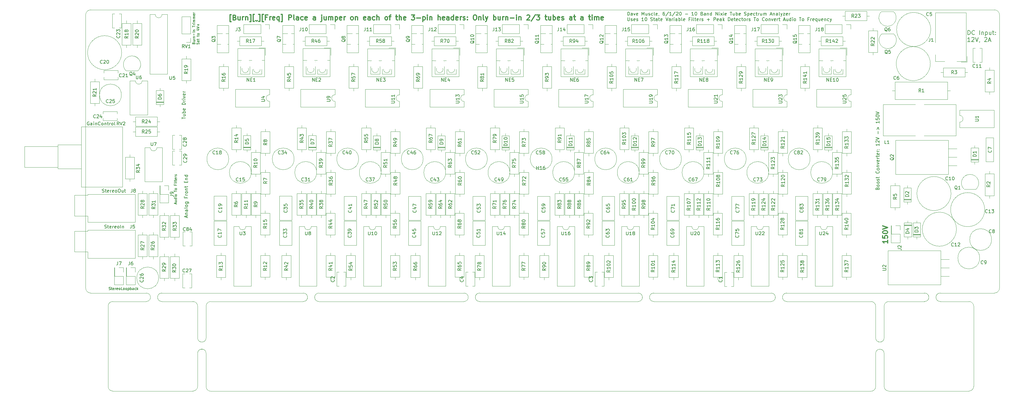
<source format=gbr>
G04 #@! TF.GenerationSoftware,KiCad,Pcbnew,(5.1.0)-1*
G04 #@! TF.CreationDate,2020-06-01T21:20:53-04:00*
G04 #@! TF.ProjectId,NixieAnalyzer,4e697869-6541-46e6-916c-797a65722e6b,rev?*
G04 #@! TF.SameCoordinates,Original*
G04 #@! TF.FileFunction,Legend,Top*
G04 #@! TF.FilePolarity,Positive*
%FSLAX46Y46*%
G04 Gerber Fmt 4.6, Leading zero omitted, Abs format (unit mm)*
G04 Created by KiCad (PCBNEW (5.1.0)-1) date 2020-06-01 21:20:53*
%MOMM*%
%LPD*%
G04 APERTURE LIST*
%ADD10C,0.177800*%
%ADD11C,0.150000*%
%ADD12C,0.120000*%
%ADD13C,0.300000*%
%ADD14C,0.127000*%
%ADD15C,0.100000*%
G04 APERTURE END LIST*
D10*
X346111950Y-78209623D02*
X346111950Y-76939623D01*
X346414331Y-76939623D01*
X346595760Y-77000100D01*
X346716712Y-77121052D01*
X346777189Y-77242004D01*
X346837665Y-77483909D01*
X346837665Y-77665338D01*
X346777189Y-77907242D01*
X346716712Y-78028195D01*
X346595760Y-78149147D01*
X346414331Y-78209623D01*
X346111950Y-78209623D01*
X348107665Y-78088671D02*
X348047189Y-78149147D01*
X347865760Y-78209623D01*
X347744808Y-78209623D01*
X347563379Y-78149147D01*
X347442427Y-78028195D01*
X347381950Y-77907242D01*
X347321474Y-77665338D01*
X347321474Y-77483909D01*
X347381950Y-77242004D01*
X347442427Y-77121052D01*
X347563379Y-77000100D01*
X347744808Y-76939623D01*
X347865760Y-76939623D01*
X348047189Y-77000100D01*
X348107665Y-77060576D01*
X349619570Y-78209623D02*
X349619570Y-76939623D01*
X350224331Y-77362957D02*
X350224331Y-78209623D01*
X350224331Y-77483909D02*
X350284808Y-77423433D01*
X350405760Y-77362957D01*
X350587189Y-77362957D01*
X350708141Y-77423433D01*
X350768617Y-77544385D01*
X350768617Y-78209623D01*
X351373379Y-77362957D02*
X351373379Y-78632957D01*
X351373379Y-77423433D02*
X351494331Y-77362957D01*
X351736236Y-77362957D01*
X351857189Y-77423433D01*
X351917665Y-77483909D01*
X351978141Y-77604861D01*
X351978141Y-77967719D01*
X351917665Y-78088671D01*
X351857189Y-78149147D01*
X351736236Y-78209623D01*
X351494331Y-78209623D01*
X351373379Y-78149147D01*
X353066712Y-77362957D02*
X353066712Y-78209623D01*
X352522427Y-77362957D02*
X352522427Y-78028195D01*
X352582903Y-78149147D01*
X352703855Y-78209623D01*
X352885284Y-78209623D01*
X353006236Y-78149147D01*
X353066712Y-78088671D01*
X353490046Y-77362957D02*
X353973855Y-77362957D01*
X353671474Y-76939623D02*
X353671474Y-78028195D01*
X353731950Y-78149147D01*
X353852903Y-78209623D01*
X353973855Y-78209623D01*
X354397189Y-78088671D02*
X354457665Y-78149147D01*
X354397189Y-78209623D01*
X354336712Y-78149147D01*
X354397189Y-78088671D01*
X354397189Y-78209623D01*
X354397189Y-77423433D02*
X354457665Y-77483909D01*
X354397189Y-77544385D01*
X354336712Y-77483909D01*
X354397189Y-77423433D01*
X354397189Y-77544385D01*
X346777189Y-80292423D02*
X346051474Y-80292423D01*
X346414331Y-80292423D02*
X346414331Y-79022423D01*
X346293379Y-79203852D01*
X346172427Y-79324804D01*
X346051474Y-79385280D01*
X347260998Y-79143376D02*
X347321474Y-79082900D01*
X347442427Y-79022423D01*
X347744808Y-79022423D01*
X347865760Y-79082900D01*
X347926236Y-79143376D01*
X347986712Y-79264328D01*
X347986712Y-79385280D01*
X347926236Y-79566709D01*
X347200522Y-80292423D01*
X347986712Y-80292423D01*
X348349570Y-79022423D02*
X348772903Y-80292423D01*
X349196236Y-79022423D01*
X349680046Y-80231947D02*
X349680046Y-80292423D01*
X349619570Y-80413376D01*
X349559093Y-80473852D01*
X351131474Y-79143376D02*
X351191950Y-79082900D01*
X351312903Y-79022423D01*
X351615284Y-79022423D01*
X351736236Y-79082900D01*
X351796712Y-79143376D01*
X351857189Y-79264328D01*
X351857189Y-79385280D01*
X351796712Y-79566709D01*
X351070998Y-80292423D01*
X351857189Y-80292423D01*
X352340998Y-79929566D02*
X352945760Y-79929566D01*
X352220046Y-80292423D02*
X352643379Y-79022423D01*
X353066712Y-80292423D01*
D11*
X110386880Y-103544166D02*
X110386880Y-102972738D01*
X111386880Y-103258452D02*
X110386880Y-103258452D01*
X110720214Y-102210833D02*
X111386880Y-102210833D01*
X110720214Y-102639404D02*
X111244023Y-102639404D01*
X111339261Y-102591785D01*
X111386880Y-102496547D01*
X111386880Y-102353690D01*
X111339261Y-102258452D01*
X111291642Y-102210833D01*
X111386880Y-101734642D02*
X110386880Y-101734642D01*
X110767833Y-101734642D02*
X110720214Y-101639404D01*
X110720214Y-101448928D01*
X110767833Y-101353690D01*
X110815452Y-101306071D01*
X110910690Y-101258452D01*
X111196404Y-101258452D01*
X111291642Y-101306071D01*
X111339261Y-101353690D01*
X111386880Y-101448928D01*
X111386880Y-101639404D01*
X111339261Y-101734642D01*
X111339261Y-100448928D02*
X111386880Y-100544166D01*
X111386880Y-100734642D01*
X111339261Y-100829880D01*
X111244023Y-100877500D01*
X110863071Y-100877500D01*
X110767833Y-100829880D01*
X110720214Y-100734642D01*
X110720214Y-100544166D01*
X110767833Y-100448928D01*
X110863071Y-100401309D01*
X110958309Y-100401309D01*
X111053547Y-100877500D01*
X111386880Y-99210833D02*
X110386880Y-99210833D01*
X110386880Y-98972738D01*
X110434500Y-98829880D01*
X110529738Y-98734642D01*
X110624976Y-98687023D01*
X110815452Y-98639404D01*
X110958309Y-98639404D01*
X111148785Y-98687023D01*
X111244023Y-98734642D01*
X111339261Y-98829880D01*
X111386880Y-98972738D01*
X111386880Y-99210833D01*
X111386880Y-98210833D02*
X110720214Y-98210833D01*
X110910690Y-98210833D02*
X110815452Y-98163214D01*
X110767833Y-98115595D01*
X110720214Y-98020357D01*
X110720214Y-97925119D01*
X111386880Y-97591785D02*
X110720214Y-97591785D01*
X110386880Y-97591785D02*
X110434500Y-97639404D01*
X110482119Y-97591785D01*
X110434500Y-97544166D01*
X110386880Y-97591785D01*
X110482119Y-97591785D01*
X110720214Y-97210833D02*
X111386880Y-96972738D01*
X110720214Y-96734642D01*
X111339261Y-95972738D02*
X111386880Y-96067976D01*
X111386880Y-96258452D01*
X111339261Y-96353690D01*
X111244023Y-96401309D01*
X110863071Y-96401309D01*
X110767833Y-96353690D01*
X110720214Y-96258452D01*
X110720214Y-96067976D01*
X110767833Y-95972738D01*
X110863071Y-95925119D01*
X110958309Y-95925119D01*
X111053547Y-96401309D01*
X111386880Y-95496547D02*
X110720214Y-95496547D01*
X110910690Y-95496547D02*
X110815452Y-95448928D01*
X110767833Y-95401309D01*
X110720214Y-95306071D01*
X110720214Y-95210833D01*
X111799666Y-133103142D02*
X111799666Y-132626952D01*
X112085380Y-133198380D02*
X111085380Y-132865047D01*
X112085380Y-132531714D01*
X111418714Y-132198380D02*
X112085380Y-132198380D01*
X111513952Y-132198380D02*
X111466333Y-132150761D01*
X111418714Y-132055523D01*
X111418714Y-131912666D01*
X111466333Y-131817428D01*
X111561571Y-131769809D01*
X112085380Y-131769809D01*
X112085380Y-130865047D02*
X111561571Y-130865047D01*
X111466333Y-130912666D01*
X111418714Y-131007904D01*
X111418714Y-131198380D01*
X111466333Y-131293619D01*
X112037761Y-130865047D02*
X112085380Y-130960285D01*
X112085380Y-131198380D01*
X112037761Y-131293619D01*
X111942523Y-131341238D01*
X111847285Y-131341238D01*
X111752047Y-131293619D01*
X111704428Y-131198380D01*
X111704428Y-130960285D01*
X111656809Y-130865047D01*
X112085380Y-130246000D02*
X112037761Y-130341238D01*
X111942523Y-130388857D01*
X111085380Y-130388857D01*
X112085380Y-129722190D02*
X112037761Y-129817428D01*
X111990142Y-129865047D01*
X111894904Y-129912666D01*
X111609190Y-129912666D01*
X111513952Y-129865047D01*
X111466333Y-129817428D01*
X111418714Y-129722190D01*
X111418714Y-129579333D01*
X111466333Y-129484095D01*
X111513952Y-129436476D01*
X111609190Y-129388857D01*
X111894904Y-129388857D01*
X111990142Y-129436476D01*
X112037761Y-129484095D01*
X112085380Y-129579333D01*
X112085380Y-129722190D01*
X111418714Y-128531714D02*
X112228238Y-128531714D01*
X112323476Y-128579333D01*
X112371095Y-128626952D01*
X112418714Y-128722190D01*
X112418714Y-128865047D01*
X112371095Y-128960285D01*
X112037761Y-128531714D02*
X112085380Y-128626952D01*
X112085380Y-128817428D01*
X112037761Y-128912666D01*
X111990142Y-128960285D01*
X111894904Y-129007904D01*
X111609190Y-129007904D01*
X111513952Y-128960285D01*
X111466333Y-128912666D01*
X111418714Y-128817428D01*
X111418714Y-128626952D01*
X111466333Y-128531714D01*
X111561571Y-126960285D02*
X111561571Y-127293619D01*
X112085380Y-127293619D02*
X111085380Y-127293619D01*
X111085380Y-126817428D01*
X112085380Y-126436476D02*
X111418714Y-126436476D01*
X111609190Y-126436476D02*
X111513952Y-126388857D01*
X111466333Y-126341238D01*
X111418714Y-126246000D01*
X111418714Y-126150761D01*
X112085380Y-125674571D02*
X112037761Y-125769809D01*
X111990142Y-125817428D01*
X111894904Y-125865047D01*
X111609190Y-125865047D01*
X111513952Y-125817428D01*
X111466333Y-125769809D01*
X111418714Y-125674571D01*
X111418714Y-125531714D01*
X111466333Y-125436476D01*
X111513952Y-125388857D01*
X111609190Y-125341238D01*
X111894904Y-125341238D01*
X111990142Y-125388857D01*
X112037761Y-125436476D01*
X112085380Y-125531714D01*
X112085380Y-125674571D01*
X111418714Y-124912666D02*
X112085380Y-124912666D01*
X111513952Y-124912666D02*
X111466333Y-124865047D01*
X111418714Y-124769809D01*
X111418714Y-124626952D01*
X111466333Y-124531714D01*
X111561571Y-124484095D01*
X112085380Y-124484095D01*
X111418714Y-124150761D02*
X111418714Y-123769809D01*
X111085380Y-124007904D02*
X111942523Y-124007904D01*
X112037761Y-123960285D01*
X112085380Y-123865047D01*
X112085380Y-123769809D01*
X111561571Y-122674571D02*
X111561571Y-122341238D01*
X112085380Y-122198380D02*
X112085380Y-122674571D01*
X111085380Y-122674571D01*
X111085380Y-122198380D01*
X111418714Y-121769809D02*
X112085380Y-121769809D01*
X111513952Y-121769809D02*
X111466333Y-121722190D01*
X111418714Y-121626952D01*
X111418714Y-121484095D01*
X111466333Y-121388857D01*
X111561571Y-121341238D01*
X112085380Y-121341238D01*
X112085380Y-120436476D02*
X111085380Y-120436476D01*
X112037761Y-120436476D02*
X112085380Y-120531714D01*
X112085380Y-120722190D01*
X112037761Y-120817428D01*
X111990142Y-120865047D01*
X111894904Y-120912666D01*
X111609190Y-120912666D01*
X111513952Y-120865047D01*
X111466333Y-120817428D01*
X111418714Y-120722190D01*
X111418714Y-120531714D01*
X111466333Y-120436476D01*
X319016071Y-124466523D02*
X319063690Y-124323666D01*
X319111309Y-124276047D01*
X319206547Y-124228428D01*
X319349404Y-124228428D01*
X319444642Y-124276047D01*
X319492261Y-124323666D01*
X319539880Y-124418904D01*
X319539880Y-124799857D01*
X318539880Y-124799857D01*
X318539880Y-124466523D01*
X318587500Y-124371285D01*
X318635119Y-124323666D01*
X318730357Y-124276047D01*
X318825595Y-124276047D01*
X318920833Y-124323666D01*
X318968452Y-124371285D01*
X319016071Y-124466523D01*
X319016071Y-124799857D01*
X319539880Y-123657000D02*
X319492261Y-123752238D01*
X319444642Y-123799857D01*
X319349404Y-123847476D01*
X319063690Y-123847476D01*
X318968452Y-123799857D01*
X318920833Y-123752238D01*
X318873214Y-123657000D01*
X318873214Y-123514142D01*
X318920833Y-123418904D01*
X318968452Y-123371285D01*
X319063690Y-123323666D01*
X319349404Y-123323666D01*
X319444642Y-123371285D01*
X319492261Y-123418904D01*
X319539880Y-123514142D01*
X319539880Y-123657000D01*
X319539880Y-122752238D02*
X319492261Y-122847476D01*
X319444642Y-122895095D01*
X319349404Y-122942714D01*
X319063690Y-122942714D01*
X318968452Y-122895095D01*
X318920833Y-122847476D01*
X318873214Y-122752238D01*
X318873214Y-122609380D01*
X318920833Y-122514142D01*
X318968452Y-122466523D01*
X319063690Y-122418904D01*
X319349404Y-122418904D01*
X319444642Y-122466523D01*
X319492261Y-122514142D01*
X319539880Y-122609380D01*
X319539880Y-122752238D01*
X319492261Y-122037952D02*
X319539880Y-121942714D01*
X319539880Y-121752238D01*
X319492261Y-121657000D01*
X319397023Y-121609380D01*
X319349404Y-121609380D01*
X319254166Y-121657000D01*
X319206547Y-121752238D01*
X319206547Y-121895095D01*
X319158928Y-121990333D01*
X319063690Y-122037952D01*
X319016071Y-122037952D01*
X318920833Y-121990333D01*
X318873214Y-121895095D01*
X318873214Y-121752238D01*
X318920833Y-121657000D01*
X318873214Y-121323666D02*
X318873214Y-120942714D01*
X318539880Y-121180809D02*
X319397023Y-121180809D01*
X319492261Y-121133190D01*
X319539880Y-121037952D01*
X319539880Y-120942714D01*
X319444642Y-119276047D02*
X319492261Y-119323666D01*
X319539880Y-119466523D01*
X319539880Y-119561761D01*
X319492261Y-119704619D01*
X319397023Y-119799857D01*
X319301785Y-119847476D01*
X319111309Y-119895095D01*
X318968452Y-119895095D01*
X318777976Y-119847476D01*
X318682738Y-119799857D01*
X318587500Y-119704619D01*
X318539880Y-119561761D01*
X318539880Y-119466523D01*
X318587500Y-119323666D01*
X318635119Y-119276047D01*
X319539880Y-118704619D02*
X319492261Y-118799857D01*
X319444642Y-118847476D01*
X319349404Y-118895095D01*
X319063690Y-118895095D01*
X318968452Y-118847476D01*
X318920833Y-118799857D01*
X318873214Y-118704619D01*
X318873214Y-118561761D01*
X318920833Y-118466523D01*
X318968452Y-118418904D01*
X319063690Y-118371285D01*
X319349404Y-118371285D01*
X319444642Y-118418904D01*
X319492261Y-118466523D01*
X319539880Y-118561761D01*
X319539880Y-118704619D01*
X318873214Y-117942714D02*
X319539880Y-117942714D01*
X318968452Y-117942714D02*
X318920833Y-117895095D01*
X318873214Y-117799857D01*
X318873214Y-117657000D01*
X318920833Y-117561761D01*
X319016071Y-117514142D01*
X319539880Y-117514142D01*
X318873214Y-117133190D02*
X319539880Y-116895095D01*
X318873214Y-116657000D01*
X319492261Y-115895095D02*
X319539880Y-115990333D01*
X319539880Y-116180809D01*
X319492261Y-116276047D01*
X319397023Y-116323666D01*
X319016071Y-116323666D01*
X318920833Y-116276047D01*
X318873214Y-116180809D01*
X318873214Y-115990333D01*
X318920833Y-115895095D01*
X319016071Y-115847476D01*
X319111309Y-115847476D01*
X319206547Y-116323666D01*
X319539880Y-115418904D02*
X318873214Y-115418904D01*
X319063690Y-115418904D02*
X318968452Y-115371285D01*
X318920833Y-115323666D01*
X318873214Y-115228428D01*
X318873214Y-115133190D01*
X318873214Y-114942714D02*
X318873214Y-114561761D01*
X318539880Y-114799857D02*
X319397023Y-114799857D01*
X319492261Y-114752238D01*
X319539880Y-114657000D01*
X319539880Y-114561761D01*
X319492261Y-113847476D02*
X319539880Y-113942714D01*
X319539880Y-114133190D01*
X319492261Y-114228428D01*
X319397023Y-114276047D01*
X319016071Y-114276047D01*
X318920833Y-114228428D01*
X318873214Y-114133190D01*
X318873214Y-113942714D01*
X318920833Y-113847476D01*
X319016071Y-113799857D01*
X319111309Y-113799857D01*
X319206547Y-114276047D01*
X319539880Y-113371285D02*
X318873214Y-113371285D01*
X319063690Y-113371285D02*
X318968452Y-113323666D01*
X318920833Y-113276047D01*
X318873214Y-113180809D01*
X318873214Y-113085571D01*
X319444642Y-112752238D02*
X319492261Y-112704619D01*
X319539880Y-112752238D01*
X319492261Y-112799857D01*
X319444642Y-112752238D01*
X319539880Y-112752238D01*
X318920833Y-112752238D02*
X318968452Y-112704619D01*
X319016071Y-112752238D01*
X318968452Y-112799857D01*
X318920833Y-112752238D01*
X319016071Y-112752238D01*
X319539880Y-110990333D02*
X319539880Y-111561761D01*
X319539880Y-111276047D02*
X318539880Y-111276047D01*
X318682738Y-111371285D01*
X318777976Y-111466523D01*
X318825595Y-111561761D01*
X318635119Y-110609380D02*
X318587500Y-110561761D01*
X318539880Y-110466523D01*
X318539880Y-110228428D01*
X318587500Y-110133190D01*
X318635119Y-110085571D01*
X318730357Y-110037952D01*
X318825595Y-110037952D01*
X318968452Y-110085571D01*
X319539880Y-110657000D01*
X319539880Y-110037952D01*
X318539880Y-109752238D02*
X319539880Y-109418904D01*
X318539880Y-109085571D01*
X319158928Y-107990333D02*
X319158928Y-107228428D01*
X318873214Y-106752238D02*
X319158928Y-105990333D01*
X319444642Y-106752238D01*
X319539880Y-104228428D02*
X319539880Y-104799857D01*
X319539880Y-104514142D02*
X318539880Y-104514142D01*
X318682738Y-104609380D01*
X318777976Y-104704619D01*
X318825595Y-104799857D01*
X318539880Y-103323666D02*
X318539880Y-103799857D01*
X319016071Y-103847476D01*
X318968452Y-103799857D01*
X318920833Y-103704619D01*
X318920833Y-103466523D01*
X318968452Y-103371285D01*
X319016071Y-103323666D01*
X319111309Y-103276047D01*
X319349404Y-103276047D01*
X319444642Y-103323666D01*
X319492261Y-103371285D01*
X319539880Y-103466523D01*
X319539880Y-103704619D01*
X319492261Y-103799857D01*
X319444642Y-103847476D01*
X318539880Y-102657000D02*
X318539880Y-102561761D01*
X318587500Y-102466523D01*
X318635119Y-102418904D01*
X318730357Y-102371285D01*
X318920833Y-102323666D01*
X319158928Y-102323666D01*
X319349404Y-102371285D01*
X319444642Y-102418904D01*
X319492261Y-102466523D01*
X319539880Y-102561761D01*
X319539880Y-102657000D01*
X319492261Y-102752238D01*
X319444642Y-102799857D01*
X319349404Y-102847476D01*
X319158928Y-102895095D01*
X318920833Y-102895095D01*
X318730357Y-102847476D01*
X318635119Y-102799857D01*
X318587500Y-102752238D01*
X318539880Y-102657000D01*
X318539880Y-102037952D02*
X319539880Y-101704619D01*
X318539880Y-101371285D01*
X244048595Y-72398380D02*
X244048595Y-71398380D01*
X244286690Y-71398380D01*
X244429547Y-71446000D01*
X244524785Y-71541238D01*
X244572404Y-71636476D01*
X244620023Y-71826952D01*
X244620023Y-71969809D01*
X244572404Y-72160285D01*
X244524785Y-72255523D01*
X244429547Y-72350761D01*
X244286690Y-72398380D01*
X244048595Y-72398380D01*
X245477166Y-72398380D02*
X245477166Y-71874571D01*
X245429547Y-71779333D01*
X245334309Y-71731714D01*
X245143833Y-71731714D01*
X245048595Y-71779333D01*
X245477166Y-72350761D02*
X245381928Y-72398380D01*
X245143833Y-72398380D01*
X245048595Y-72350761D01*
X245000976Y-72255523D01*
X245000976Y-72160285D01*
X245048595Y-72065047D01*
X245143833Y-72017428D01*
X245381928Y-72017428D01*
X245477166Y-71969809D01*
X245858119Y-71731714D02*
X246096214Y-72398380D01*
X246334309Y-71731714D01*
X247096214Y-72350761D02*
X247000976Y-72398380D01*
X246810500Y-72398380D01*
X246715261Y-72350761D01*
X246667642Y-72255523D01*
X246667642Y-71874571D01*
X246715261Y-71779333D01*
X246810500Y-71731714D01*
X247000976Y-71731714D01*
X247096214Y-71779333D01*
X247143833Y-71874571D01*
X247143833Y-71969809D01*
X246667642Y-72065047D01*
X248334309Y-72398380D02*
X248334309Y-71398380D01*
X248667642Y-72112666D01*
X249000976Y-71398380D01*
X249000976Y-72398380D01*
X249905738Y-71731714D02*
X249905738Y-72398380D01*
X249477166Y-71731714D02*
X249477166Y-72255523D01*
X249524785Y-72350761D01*
X249620023Y-72398380D01*
X249762880Y-72398380D01*
X249858119Y-72350761D01*
X249905738Y-72303142D01*
X250334309Y-72350761D02*
X250429547Y-72398380D01*
X250620023Y-72398380D01*
X250715261Y-72350761D01*
X250762880Y-72255523D01*
X250762880Y-72207904D01*
X250715261Y-72112666D01*
X250620023Y-72065047D01*
X250477166Y-72065047D01*
X250381928Y-72017428D01*
X250334309Y-71922190D01*
X250334309Y-71874571D01*
X250381928Y-71779333D01*
X250477166Y-71731714D01*
X250620023Y-71731714D01*
X250715261Y-71779333D01*
X251620023Y-72350761D02*
X251524785Y-72398380D01*
X251334309Y-72398380D01*
X251239071Y-72350761D01*
X251191452Y-72303142D01*
X251143833Y-72207904D01*
X251143833Y-71922190D01*
X251191452Y-71826952D01*
X251239071Y-71779333D01*
X251334309Y-71731714D01*
X251524785Y-71731714D01*
X251620023Y-71779333D01*
X252191452Y-72398380D02*
X252096214Y-72350761D01*
X252048595Y-72255523D01*
X252048595Y-71398380D01*
X252953357Y-72350761D02*
X252858119Y-72398380D01*
X252667642Y-72398380D01*
X252572404Y-72350761D01*
X252524785Y-72255523D01*
X252524785Y-71874571D01*
X252572404Y-71779333D01*
X252667642Y-71731714D01*
X252858119Y-71731714D01*
X252953357Y-71779333D01*
X253000976Y-71874571D01*
X253000976Y-71969809D01*
X252524785Y-72065047D01*
X253477166Y-72350761D02*
X253477166Y-72398380D01*
X253429547Y-72493619D01*
X253381928Y-72541238D01*
X255096214Y-71398380D02*
X254905738Y-71398380D01*
X254810500Y-71446000D01*
X254762880Y-71493619D01*
X254667642Y-71636476D01*
X254620023Y-71826952D01*
X254620023Y-72207904D01*
X254667642Y-72303142D01*
X254715261Y-72350761D01*
X254810500Y-72398380D01*
X255000976Y-72398380D01*
X255096214Y-72350761D01*
X255143833Y-72303142D01*
X255191452Y-72207904D01*
X255191452Y-71969809D01*
X255143833Y-71874571D01*
X255096214Y-71826952D01*
X255000976Y-71779333D01*
X254810500Y-71779333D01*
X254715261Y-71826952D01*
X254667642Y-71874571D01*
X254620023Y-71969809D01*
X256334309Y-71350761D02*
X255477166Y-72636476D01*
X257191452Y-72398380D02*
X256620023Y-72398380D01*
X256905738Y-72398380D02*
X256905738Y-71398380D01*
X256810500Y-71541238D01*
X256715261Y-71636476D01*
X256620023Y-71684095D01*
X258334309Y-71350761D02*
X257477166Y-72636476D01*
X258620023Y-71493619D02*
X258667642Y-71446000D01*
X258762880Y-71398380D01*
X259000976Y-71398380D01*
X259096214Y-71446000D01*
X259143833Y-71493619D01*
X259191452Y-71588857D01*
X259191452Y-71684095D01*
X259143833Y-71826952D01*
X258572404Y-72398380D01*
X259191452Y-72398380D01*
X259810500Y-71398380D02*
X259905738Y-71398380D01*
X260000976Y-71446000D01*
X260048595Y-71493619D01*
X260096214Y-71588857D01*
X260143833Y-71779333D01*
X260143833Y-72017428D01*
X260096214Y-72207904D01*
X260048595Y-72303142D01*
X260000976Y-72350761D01*
X259905738Y-72398380D01*
X259810500Y-72398380D01*
X259715261Y-72350761D01*
X259667642Y-72303142D01*
X259620023Y-72207904D01*
X259572404Y-72017428D01*
X259572404Y-71779333D01*
X259620023Y-71588857D01*
X259667642Y-71493619D01*
X259715261Y-71446000D01*
X259810500Y-71398380D01*
X261334309Y-72017428D02*
X262096214Y-72017428D01*
X263858119Y-72398380D02*
X263286690Y-72398380D01*
X263572404Y-72398380D02*
X263572404Y-71398380D01*
X263477166Y-71541238D01*
X263381928Y-71636476D01*
X263286690Y-71684095D01*
X264477166Y-71398380D02*
X264572404Y-71398380D01*
X264667642Y-71446000D01*
X264715261Y-71493619D01*
X264762880Y-71588857D01*
X264810500Y-71779333D01*
X264810500Y-72017428D01*
X264762880Y-72207904D01*
X264715261Y-72303142D01*
X264667642Y-72350761D01*
X264572404Y-72398380D01*
X264477166Y-72398380D01*
X264381928Y-72350761D01*
X264334309Y-72303142D01*
X264286690Y-72207904D01*
X264239071Y-72017428D01*
X264239071Y-71779333D01*
X264286690Y-71588857D01*
X264334309Y-71493619D01*
X264381928Y-71446000D01*
X264477166Y-71398380D01*
X266334309Y-71874571D02*
X266477166Y-71922190D01*
X266524785Y-71969809D01*
X266572404Y-72065047D01*
X266572404Y-72207904D01*
X266524785Y-72303142D01*
X266477166Y-72350761D01*
X266381928Y-72398380D01*
X266000976Y-72398380D01*
X266000976Y-71398380D01*
X266334309Y-71398380D01*
X266429547Y-71446000D01*
X266477166Y-71493619D01*
X266524785Y-71588857D01*
X266524785Y-71684095D01*
X266477166Y-71779333D01*
X266429547Y-71826952D01*
X266334309Y-71874571D01*
X266000976Y-71874571D01*
X267429547Y-72398380D02*
X267429547Y-71874571D01*
X267381928Y-71779333D01*
X267286690Y-71731714D01*
X267096214Y-71731714D01*
X267000976Y-71779333D01*
X267429547Y-72350761D02*
X267334309Y-72398380D01*
X267096214Y-72398380D01*
X267000976Y-72350761D01*
X266953357Y-72255523D01*
X266953357Y-72160285D01*
X267000976Y-72065047D01*
X267096214Y-72017428D01*
X267334309Y-72017428D01*
X267429547Y-71969809D01*
X267905738Y-71731714D02*
X267905738Y-72398380D01*
X267905738Y-71826952D02*
X267953357Y-71779333D01*
X268048595Y-71731714D01*
X268191452Y-71731714D01*
X268286690Y-71779333D01*
X268334309Y-71874571D01*
X268334309Y-72398380D01*
X269239071Y-72398380D02*
X269239071Y-71398380D01*
X269239071Y-72350761D02*
X269143833Y-72398380D01*
X268953357Y-72398380D01*
X268858119Y-72350761D01*
X268810500Y-72303142D01*
X268762880Y-72207904D01*
X268762880Y-71922190D01*
X268810500Y-71826952D01*
X268858119Y-71779333D01*
X268953357Y-71731714D01*
X269143833Y-71731714D01*
X269239071Y-71779333D01*
X270477166Y-72398380D02*
X270477166Y-71398380D01*
X271048595Y-72398380D01*
X271048595Y-71398380D01*
X271524785Y-72398380D02*
X271524785Y-71731714D01*
X271524785Y-71398380D02*
X271477166Y-71446000D01*
X271524785Y-71493619D01*
X271572404Y-71446000D01*
X271524785Y-71398380D01*
X271524785Y-71493619D01*
X271905738Y-72398380D02*
X272429547Y-71731714D01*
X271905738Y-71731714D02*
X272429547Y-72398380D01*
X272810500Y-72398380D02*
X272810500Y-71731714D01*
X272810500Y-71398380D02*
X272762880Y-71446000D01*
X272810500Y-71493619D01*
X272858119Y-71446000D01*
X272810500Y-71398380D01*
X272810500Y-71493619D01*
X273667642Y-72350761D02*
X273572404Y-72398380D01*
X273381928Y-72398380D01*
X273286690Y-72350761D01*
X273239071Y-72255523D01*
X273239071Y-71874571D01*
X273286690Y-71779333D01*
X273381928Y-71731714D01*
X273572404Y-71731714D01*
X273667642Y-71779333D01*
X273715261Y-71874571D01*
X273715261Y-71969809D01*
X273239071Y-72065047D01*
X274762880Y-71398380D02*
X275334309Y-71398380D01*
X275048595Y-72398380D02*
X275048595Y-71398380D01*
X276096214Y-71731714D02*
X276096214Y-72398380D01*
X275667642Y-71731714D02*
X275667642Y-72255523D01*
X275715261Y-72350761D01*
X275810500Y-72398380D01*
X275953357Y-72398380D01*
X276048595Y-72350761D01*
X276096214Y-72303142D01*
X276572404Y-72398380D02*
X276572404Y-71398380D01*
X276572404Y-71779333D02*
X276667642Y-71731714D01*
X276858119Y-71731714D01*
X276953357Y-71779333D01*
X277000976Y-71826952D01*
X277048595Y-71922190D01*
X277048595Y-72207904D01*
X277000976Y-72303142D01*
X276953357Y-72350761D01*
X276858119Y-72398380D01*
X276667642Y-72398380D01*
X276572404Y-72350761D01*
X277858119Y-72350761D02*
X277762880Y-72398380D01*
X277572404Y-72398380D01*
X277477166Y-72350761D01*
X277429547Y-72255523D01*
X277429547Y-71874571D01*
X277477166Y-71779333D01*
X277572404Y-71731714D01*
X277762880Y-71731714D01*
X277858119Y-71779333D01*
X277905738Y-71874571D01*
X277905738Y-71969809D01*
X277429547Y-72065047D01*
X279048595Y-72350761D02*
X279191452Y-72398380D01*
X279429547Y-72398380D01*
X279524785Y-72350761D01*
X279572404Y-72303142D01*
X279620023Y-72207904D01*
X279620023Y-72112666D01*
X279572404Y-72017428D01*
X279524785Y-71969809D01*
X279429547Y-71922190D01*
X279239071Y-71874571D01*
X279143833Y-71826952D01*
X279096214Y-71779333D01*
X279048595Y-71684095D01*
X279048595Y-71588857D01*
X279096214Y-71493619D01*
X279143833Y-71446000D01*
X279239071Y-71398380D01*
X279477166Y-71398380D01*
X279620023Y-71446000D01*
X280048595Y-71731714D02*
X280048595Y-72731714D01*
X280048595Y-71779333D02*
X280143833Y-71731714D01*
X280334309Y-71731714D01*
X280429547Y-71779333D01*
X280477166Y-71826952D01*
X280524785Y-71922190D01*
X280524785Y-72207904D01*
X280477166Y-72303142D01*
X280429547Y-72350761D01*
X280334309Y-72398380D01*
X280143833Y-72398380D01*
X280048595Y-72350761D01*
X281334309Y-72350761D02*
X281239071Y-72398380D01*
X281048595Y-72398380D01*
X280953357Y-72350761D01*
X280905738Y-72255523D01*
X280905738Y-71874571D01*
X280953357Y-71779333D01*
X281048595Y-71731714D01*
X281239071Y-71731714D01*
X281334309Y-71779333D01*
X281381928Y-71874571D01*
X281381928Y-71969809D01*
X280905738Y-72065047D01*
X282239071Y-72350761D02*
X282143833Y-72398380D01*
X281953357Y-72398380D01*
X281858119Y-72350761D01*
X281810500Y-72303142D01*
X281762880Y-72207904D01*
X281762880Y-71922190D01*
X281810500Y-71826952D01*
X281858119Y-71779333D01*
X281953357Y-71731714D01*
X282143833Y-71731714D01*
X282239071Y-71779333D01*
X282524785Y-71731714D02*
X282905738Y-71731714D01*
X282667642Y-71398380D02*
X282667642Y-72255523D01*
X282715261Y-72350761D01*
X282810500Y-72398380D01*
X282905738Y-72398380D01*
X283239071Y-72398380D02*
X283239071Y-71731714D01*
X283239071Y-71922190D02*
X283286690Y-71826952D01*
X283334309Y-71779333D01*
X283429547Y-71731714D01*
X283524785Y-71731714D01*
X284286690Y-71731714D02*
X284286690Y-72398380D01*
X283858119Y-71731714D02*
X283858119Y-72255523D01*
X283905738Y-72350761D01*
X284000976Y-72398380D01*
X284143833Y-72398380D01*
X284239071Y-72350761D01*
X284286690Y-72303142D01*
X284762880Y-72398380D02*
X284762880Y-71731714D01*
X284762880Y-71826952D02*
X284810500Y-71779333D01*
X284905738Y-71731714D01*
X285048595Y-71731714D01*
X285143833Y-71779333D01*
X285191452Y-71874571D01*
X285191452Y-72398380D01*
X285191452Y-71874571D02*
X285239071Y-71779333D01*
X285334309Y-71731714D01*
X285477166Y-71731714D01*
X285572404Y-71779333D01*
X285620023Y-71874571D01*
X285620023Y-72398380D01*
X286810500Y-72112666D02*
X287286690Y-72112666D01*
X286715261Y-72398380D02*
X287048595Y-71398380D01*
X287381928Y-72398380D01*
X287715261Y-71731714D02*
X287715261Y-72398380D01*
X287715261Y-71826952D02*
X287762880Y-71779333D01*
X287858119Y-71731714D01*
X288000976Y-71731714D01*
X288096214Y-71779333D01*
X288143833Y-71874571D01*
X288143833Y-72398380D01*
X289048595Y-72398380D02*
X289048595Y-71874571D01*
X289000976Y-71779333D01*
X288905738Y-71731714D01*
X288715261Y-71731714D01*
X288620023Y-71779333D01*
X289048595Y-72350761D02*
X288953357Y-72398380D01*
X288715261Y-72398380D01*
X288620023Y-72350761D01*
X288572404Y-72255523D01*
X288572404Y-72160285D01*
X288620023Y-72065047D01*
X288715261Y-72017428D01*
X288953357Y-72017428D01*
X289048595Y-71969809D01*
X289667642Y-72398380D02*
X289572404Y-72350761D01*
X289524785Y-72255523D01*
X289524785Y-71398380D01*
X289953357Y-71731714D02*
X290191452Y-72398380D01*
X290429547Y-71731714D02*
X290191452Y-72398380D01*
X290096214Y-72636476D01*
X290048595Y-72684095D01*
X289953357Y-72731714D01*
X290715261Y-71731714D02*
X291239071Y-71731714D01*
X290715261Y-72398380D01*
X291239071Y-72398380D01*
X292000976Y-72350761D02*
X291905738Y-72398380D01*
X291715261Y-72398380D01*
X291620023Y-72350761D01*
X291572404Y-72255523D01*
X291572404Y-71874571D01*
X291620023Y-71779333D01*
X291715261Y-71731714D01*
X291905738Y-71731714D01*
X292000976Y-71779333D01*
X292048595Y-71874571D01*
X292048595Y-71969809D01*
X291572404Y-72065047D01*
X292477166Y-72398380D02*
X292477166Y-71731714D01*
X292477166Y-71922190D02*
X292524785Y-71826952D01*
X292572404Y-71779333D01*
X292667642Y-71731714D01*
X292762880Y-71731714D01*
X244048595Y-73048380D02*
X244048595Y-73857904D01*
X244096214Y-73953142D01*
X244143833Y-74000761D01*
X244239071Y-74048380D01*
X244429547Y-74048380D01*
X244524785Y-74000761D01*
X244572404Y-73953142D01*
X244620023Y-73857904D01*
X244620023Y-73048380D01*
X245048595Y-74000761D02*
X245143833Y-74048380D01*
X245334309Y-74048380D01*
X245429547Y-74000761D01*
X245477166Y-73905523D01*
X245477166Y-73857904D01*
X245429547Y-73762666D01*
X245334309Y-73715047D01*
X245191452Y-73715047D01*
X245096214Y-73667428D01*
X245048595Y-73572190D01*
X245048595Y-73524571D01*
X245096214Y-73429333D01*
X245191452Y-73381714D01*
X245334309Y-73381714D01*
X245429547Y-73429333D01*
X246286690Y-74000761D02*
X246191452Y-74048380D01*
X246000976Y-74048380D01*
X245905738Y-74000761D01*
X245858119Y-73905523D01*
X245858119Y-73524571D01*
X245905738Y-73429333D01*
X246000976Y-73381714D01*
X246191452Y-73381714D01*
X246286690Y-73429333D01*
X246334309Y-73524571D01*
X246334309Y-73619809D01*
X245858119Y-73715047D01*
X246715261Y-74000761D02*
X246810500Y-74048380D01*
X247000976Y-74048380D01*
X247096214Y-74000761D01*
X247143833Y-73905523D01*
X247143833Y-73857904D01*
X247096214Y-73762666D01*
X247000976Y-73715047D01*
X246858119Y-73715047D01*
X246762880Y-73667428D01*
X246715261Y-73572190D01*
X246715261Y-73524571D01*
X246762880Y-73429333D01*
X246858119Y-73381714D01*
X247000976Y-73381714D01*
X247096214Y-73429333D01*
X248858119Y-74048380D02*
X248286690Y-74048380D01*
X248572404Y-74048380D02*
X248572404Y-73048380D01*
X248477166Y-73191238D01*
X248381928Y-73286476D01*
X248286690Y-73334095D01*
X249477166Y-73048380D02*
X249572404Y-73048380D01*
X249667642Y-73096000D01*
X249715261Y-73143619D01*
X249762880Y-73238857D01*
X249810500Y-73429333D01*
X249810500Y-73667428D01*
X249762880Y-73857904D01*
X249715261Y-73953142D01*
X249667642Y-74000761D01*
X249572404Y-74048380D01*
X249477166Y-74048380D01*
X249381928Y-74000761D01*
X249334309Y-73953142D01*
X249286690Y-73857904D01*
X249239071Y-73667428D01*
X249239071Y-73429333D01*
X249286690Y-73238857D01*
X249334309Y-73143619D01*
X249381928Y-73096000D01*
X249477166Y-73048380D01*
X250953357Y-74000761D02*
X251096214Y-74048380D01*
X251334309Y-74048380D01*
X251429547Y-74000761D01*
X251477166Y-73953142D01*
X251524785Y-73857904D01*
X251524785Y-73762666D01*
X251477166Y-73667428D01*
X251429547Y-73619809D01*
X251334309Y-73572190D01*
X251143833Y-73524571D01*
X251048595Y-73476952D01*
X251000976Y-73429333D01*
X250953357Y-73334095D01*
X250953357Y-73238857D01*
X251000976Y-73143619D01*
X251048595Y-73096000D01*
X251143833Y-73048380D01*
X251381928Y-73048380D01*
X251524785Y-73096000D01*
X251810500Y-73381714D02*
X252191452Y-73381714D01*
X251953357Y-73048380D02*
X251953357Y-73905523D01*
X252000976Y-74000761D01*
X252096214Y-74048380D01*
X252191452Y-74048380D01*
X252953357Y-74048380D02*
X252953357Y-73524571D01*
X252905738Y-73429333D01*
X252810500Y-73381714D01*
X252620023Y-73381714D01*
X252524785Y-73429333D01*
X252953357Y-74000761D02*
X252858119Y-74048380D01*
X252620023Y-74048380D01*
X252524785Y-74000761D01*
X252477166Y-73905523D01*
X252477166Y-73810285D01*
X252524785Y-73715047D01*
X252620023Y-73667428D01*
X252858119Y-73667428D01*
X252953357Y-73619809D01*
X253286690Y-73381714D02*
X253667642Y-73381714D01*
X253429547Y-73048380D02*
X253429547Y-73905523D01*
X253477166Y-74000761D01*
X253572404Y-74048380D01*
X253667642Y-74048380D01*
X254381928Y-74000761D02*
X254286690Y-74048380D01*
X254096214Y-74048380D01*
X254000976Y-74000761D01*
X253953357Y-73905523D01*
X253953357Y-73524571D01*
X254000976Y-73429333D01*
X254096214Y-73381714D01*
X254286690Y-73381714D01*
X254381928Y-73429333D01*
X254429547Y-73524571D01*
X254429547Y-73619809D01*
X253953357Y-73715047D01*
X255477166Y-73048380D02*
X255810500Y-74048380D01*
X256143833Y-73048380D01*
X256905738Y-74048380D02*
X256905738Y-73524571D01*
X256858119Y-73429333D01*
X256762880Y-73381714D01*
X256572404Y-73381714D01*
X256477166Y-73429333D01*
X256905738Y-74000761D02*
X256810500Y-74048380D01*
X256572404Y-74048380D01*
X256477166Y-74000761D01*
X256429547Y-73905523D01*
X256429547Y-73810285D01*
X256477166Y-73715047D01*
X256572404Y-73667428D01*
X256810500Y-73667428D01*
X256905738Y-73619809D01*
X257381928Y-74048380D02*
X257381928Y-73381714D01*
X257381928Y-73572190D02*
X257429547Y-73476952D01*
X257477166Y-73429333D01*
X257572404Y-73381714D01*
X257667642Y-73381714D01*
X258000976Y-74048380D02*
X258000976Y-73381714D01*
X258000976Y-73048380D02*
X257953357Y-73096000D01*
X258000976Y-73143619D01*
X258048595Y-73096000D01*
X258000976Y-73048380D01*
X258000976Y-73143619D01*
X258905738Y-74048380D02*
X258905738Y-73524571D01*
X258858119Y-73429333D01*
X258762880Y-73381714D01*
X258572404Y-73381714D01*
X258477166Y-73429333D01*
X258905738Y-74000761D02*
X258810500Y-74048380D01*
X258572404Y-74048380D01*
X258477166Y-74000761D01*
X258429547Y-73905523D01*
X258429547Y-73810285D01*
X258477166Y-73715047D01*
X258572404Y-73667428D01*
X258810500Y-73667428D01*
X258905738Y-73619809D01*
X259381928Y-74048380D02*
X259381928Y-73048380D01*
X259381928Y-73429333D02*
X259477166Y-73381714D01*
X259667642Y-73381714D01*
X259762880Y-73429333D01*
X259810500Y-73476952D01*
X259858119Y-73572190D01*
X259858119Y-73857904D01*
X259810500Y-73953142D01*
X259762880Y-74000761D01*
X259667642Y-74048380D01*
X259477166Y-74048380D01*
X259381928Y-74000761D01*
X260429547Y-74048380D02*
X260334309Y-74000761D01*
X260286690Y-73905523D01*
X260286690Y-73048380D01*
X261191452Y-74000761D02*
X261096214Y-74048380D01*
X260905738Y-74048380D01*
X260810500Y-74000761D01*
X260762880Y-73905523D01*
X260762880Y-73524571D01*
X260810500Y-73429333D01*
X260905738Y-73381714D01*
X261096214Y-73381714D01*
X261191452Y-73429333D01*
X261239071Y-73524571D01*
X261239071Y-73619809D01*
X260762880Y-73715047D01*
X262762880Y-73524571D02*
X262429547Y-73524571D01*
X262429547Y-74048380D02*
X262429547Y-73048380D01*
X262905738Y-73048380D01*
X263286690Y-74048380D02*
X263286690Y-73381714D01*
X263286690Y-73048380D02*
X263239071Y-73096000D01*
X263286690Y-73143619D01*
X263334309Y-73096000D01*
X263286690Y-73048380D01*
X263286690Y-73143619D01*
X263905738Y-74048380D02*
X263810500Y-74000761D01*
X263762880Y-73905523D01*
X263762880Y-73048380D01*
X264143833Y-73381714D02*
X264524785Y-73381714D01*
X264286690Y-73048380D02*
X264286690Y-73905523D01*
X264334309Y-74000761D01*
X264429547Y-74048380D01*
X264524785Y-74048380D01*
X265239071Y-74000761D02*
X265143833Y-74048380D01*
X264953357Y-74048380D01*
X264858119Y-74000761D01*
X264810500Y-73905523D01*
X264810500Y-73524571D01*
X264858119Y-73429333D01*
X264953357Y-73381714D01*
X265143833Y-73381714D01*
X265239071Y-73429333D01*
X265286690Y-73524571D01*
X265286690Y-73619809D01*
X264810500Y-73715047D01*
X265715261Y-74048380D02*
X265715261Y-73381714D01*
X265715261Y-73572190D02*
X265762880Y-73476952D01*
X265810500Y-73429333D01*
X265905738Y-73381714D01*
X266000976Y-73381714D01*
X266286690Y-74000761D02*
X266381928Y-74048380D01*
X266572404Y-74048380D01*
X266667642Y-74000761D01*
X266715261Y-73905523D01*
X266715261Y-73857904D01*
X266667642Y-73762666D01*
X266572404Y-73715047D01*
X266429547Y-73715047D01*
X266334309Y-73667428D01*
X266286690Y-73572190D01*
X266286690Y-73524571D01*
X266334309Y-73429333D01*
X266429547Y-73381714D01*
X266572404Y-73381714D01*
X266667642Y-73429333D01*
X267905738Y-73667428D02*
X268667642Y-73667428D01*
X268286690Y-74048380D02*
X268286690Y-73286476D01*
X269905738Y-74048380D02*
X269905738Y-73048380D01*
X270286690Y-73048380D01*
X270381928Y-73096000D01*
X270429547Y-73143619D01*
X270477166Y-73238857D01*
X270477166Y-73381714D01*
X270429547Y-73476952D01*
X270381928Y-73524571D01*
X270286690Y-73572190D01*
X269905738Y-73572190D01*
X271286690Y-74000761D02*
X271191452Y-74048380D01*
X271000976Y-74048380D01*
X270905738Y-74000761D01*
X270858119Y-73905523D01*
X270858119Y-73524571D01*
X270905738Y-73429333D01*
X271000976Y-73381714D01*
X271191452Y-73381714D01*
X271286690Y-73429333D01*
X271334309Y-73524571D01*
X271334309Y-73619809D01*
X270858119Y-73715047D01*
X272191452Y-74048380D02*
X272191452Y-73524571D01*
X272143833Y-73429333D01*
X272048595Y-73381714D01*
X271858119Y-73381714D01*
X271762880Y-73429333D01*
X272191452Y-74000761D02*
X272096214Y-74048380D01*
X271858119Y-74048380D01*
X271762880Y-74000761D01*
X271715261Y-73905523D01*
X271715261Y-73810285D01*
X271762880Y-73715047D01*
X271858119Y-73667428D01*
X272096214Y-73667428D01*
X272191452Y-73619809D01*
X272667642Y-74048380D02*
X272667642Y-73048380D01*
X272762880Y-73667428D02*
X273048595Y-74048380D01*
X273048595Y-73381714D02*
X272667642Y-73762666D01*
X274239071Y-74048380D02*
X274239071Y-73048380D01*
X274477166Y-73048380D01*
X274620023Y-73096000D01*
X274715261Y-73191238D01*
X274762880Y-73286476D01*
X274810500Y-73476952D01*
X274810500Y-73619809D01*
X274762880Y-73810285D01*
X274715261Y-73905523D01*
X274620023Y-74000761D01*
X274477166Y-74048380D01*
X274239071Y-74048380D01*
X275620023Y-74000761D02*
X275524785Y-74048380D01*
X275334309Y-74048380D01*
X275239071Y-74000761D01*
X275191452Y-73905523D01*
X275191452Y-73524571D01*
X275239071Y-73429333D01*
X275334309Y-73381714D01*
X275524785Y-73381714D01*
X275620023Y-73429333D01*
X275667642Y-73524571D01*
X275667642Y-73619809D01*
X275191452Y-73715047D01*
X275953357Y-73381714D02*
X276334309Y-73381714D01*
X276096214Y-73048380D02*
X276096214Y-73905523D01*
X276143833Y-74000761D01*
X276239071Y-74048380D01*
X276334309Y-74048380D01*
X277048595Y-74000761D02*
X276953357Y-74048380D01*
X276762880Y-74048380D01*
X276667642Y-74000761D01*
X276620023Y-73905523D01*
X276620023Y-73524571D01*
X276667642Y-73429333D01*
X276762880Y-73381714D01*
X276953357Y-73381714D01*
X277048595Y-73429333D01*
X277096214Y-73524571D01*
X277096214Y-73619809D01*
X276620023Y-73715047D01*
X277953357Y-74000761D02*
X277858119Y-74048380D01*
X277667642Y-74048380D01*
X277572404Y-74000761D01*
X277524785Y-73953142D01*
X277477166Y-73857904D01*
X277477166Y-73572190D01*
X277524785Y-73476952D01*
X277572404Y-73429333D01*
X277667642Y-73381714D01*
X277858119Y-73381714D01*
X277953357Y-73429333D01*
X278239071Y-73381714D02*
X278620023Y-73381714D01*
X278381928Y-73048380D02*
X278381928Y-73905523D01*
X278429547Y-74000761D01*
X278524785Y-74048380D01*
X278620023Y-74048380D01*
X279096214Y-74048380D02*
X279000976Y-74000761D01*
X278953357Y-73953142D01*
X278905738Y-73857904D01*
X278905738Y-73572190D01*
X278953357Y-73476952D01*
X279000976Y-73429333D01*
X279096214Y-73381714D01*
X279239071Y-73381714D01*
X279334309Y-73429333D01*
X279381928Y-73476952D01*
X279429547Y-73572190D01*
X279429547Y-73857904D01*
X279381928Y-73953142D01*
X279334309Y-74000761D01*
X279239071Y-74048380D01*
X279096214Y-74048380D01*
X279858119Y-74048380D02*
X279858119Y-73381714D01*
X279858119Y-73572190D02*
X279905738Y-73476952D01*
X279953357Y-73429333D01*
X280048595Y-73381714D01*
X280143833Y-73381714D01*
X280429547Y-74000761D02*
X280524785Y-74048380D01*
X280715261Y-74048380D01*
X280810500Y-74000761D01*
X280858119Y-73905523D01*
X280858119Y-73857904D01*
X280810500Y-73762666D01*
X280715261Y-73715047D01*
X280572404Y-73715047D01*
X280477166Y-73667428D01*
X280429547Y-73572190D01*
X280429547Y-73524571D01*
X280477166Y-73429333D01*
X280572404Y-73381714D01*
X280715261Y-73381714D01*
X280810500Y-73429333D01*
X281905738Y-73048380D02*
X282477166Y-73048380D01*
X282191452Y-74048380D02*
X282191452Y-73048380D01*
X282953357Y-74048380D02*
X282858119Y-74000761D01*
X282810500Y-73953142D01*
X282762880Y-73857904D01*
X282762880Y-73572190D01*
X282810500Y-73476952D01*
X282858119Y-73429333D01*
X282953357Y-73381714D01*
X283096214Y-73381714D01*
X283191452Y-73429333D01*
X283239071Y-73476952D01*
X283286690Y-73572190D01*
X283286690Y-73857904D01*
X283239071Y-73953142D01*
X283191452Y-74000761D01*
X283096214Y-74048380D01*
X282953357Y-74048380D01*
X285048595Y-73953142D02*
X285000976Y-74000761D01*
X284858119Y-74048380D01*
X284762880Y-74048380D01*
X284620023Y-74000761D01*
X284524785Y-73905523D01*
X284477166Y-73810285D01*
X284429547Y-73619809D01*
X284429547Y-73476952D01*
X284477166Y-73286476D01*
X284524785Y-73191238D01*
X284620023Y-73096000D01*
X284762880Y-73048380D01*
X284858119Y-73048380D01*
X285000976Y-73096000D01*
X285048595Y-73143619D01*
X285620023Y-74048380D02*
X285524785Y-74000761D01*
X285477166Y-73953142D01*
X285429547Y-73857904D01*
X285429547Y-73572190D01*
X285477166Y-73476952D01*
X285524785Y-73429333D01*
X285620023Y-73381714D01*
X285762880Y-73381714D01*
X285858119Y-73429333D01*
X285905738Y-73476952D01*
X285953357Y-73572190D01*
X285953357Y-73857904D01*
X285905738Y-73953142D01*
X285858119Y-74000761D01*
X285762880Y-74048380D01*
X285620023Y-74048380D01*
X286381928Y-73381714D02*
X286381928Y-74048380D01*
X286381928Y-73476952D02*
X286429547Y-73429333D01*
X286524785Y-73381714D01*
X286667642Y-73381714D01*
X286762880Y-73429333D01*
X286810500Y-73524571D01*
X286810500Y-74048380D01*
X287191452Y-73381714D02*
X287429547Y-74048380D01*
X287667642Y-73381714D01*
X288429547Y-74000761D02*
X288334309Y-74048380D01*
X288143833Y-74048380D01*
X288048595Y-74000761D01*
X288000976Y-73905523D01*
X288000976Y-73524571D01*
X288048595Y-73429333D01*
X288143833Y-73381714D01*
X288334309Y-73381714D01*
X288429547Y-73429333D01*
X288477166Y-73524571D01*
X288477166Y-73619809D01*
X288000976Y-73715047D01*
X288905738Y-74048380D02*
X288905738Y-73381714D01*
X288905738Y-73572190D02*
X288953357Y-73476952D01*
X289000976Y-73429333D01*
X289096214Y-73381714D01*
X289191452Y-73381714D01*
X289381928Y-73381714D02*
X289762880Y-73381714D01*
X289524785Y-73048380D02*
X289524785Y-73905523D01*
X289572404Y-74000761D01*
X289667642Y-74048380D01*
X289762880Y-74048380D01*
X290810500Y-73762666D02*
X291286690Y-73762666D01*
X290715261Y-74048380D02*
X291048595Y-73048380D01*
X291381928Y-74048380D01*
X292143833Y-73381714D02*
X292143833Y-74048380D01*
X291715261Y-73381714D02*
X291715261Y-73905523D01*
X291762880Y-74000761D01*
X291858119Y-74048380D01*
X292000976Y-74048380D01*
X292096214Y-74000761D01*
X292143833Y-73953142D01*
X293048595Y-74048380D02*
X293048595Y-73048380D01*
X293048595Y-74000761D02*
X292953357Y-74048380D01*
X292762880Y-74048380D01*
X292667642Y-74000761D01*
X292620023Y-73953142D01*
X292572404Y-73857904D01*
X292572404Y-73572190D01*
X292620023Y-73476952D01*
X292667642Y-73429333D01*
X292762880Y-73381714D01*
X292953357Y-73381714D01*
X293048595Y-73429333D01*
X293524785Y-74048380D02*
X293524785Y-73381714D01*
X293524785Y-73048380D02*
X293477166Y-73096000D01*
X293524785Y-73143619D01*
X293572404Y-73096000D01*
X293524785Y-73048380D01*
X293524785Y-73143619D01*
X294143833Y-74048380D02*
X294048595Y-74000761D01*
X294000976Y-73953142D01*
X293953357Y-73857904D01*
X293953357Y-73572190D01*
X294000976Y-73476952D01*
X294048595Y-73429333D01*
X294143833Y-73381714D01*
X294286690Y-73381714D01*
X294381928Y-73429333D01*
X294429547Y-73476952D01*
X294477166Y-73572190D01*
X294477166Y-73857904D01*
X294429547Y-73953142D01*
X294381928Y-74000761D01*
X294286690Y-74048380D01*
X294143833Y-74048380D01*
X295524785Y-73048380D02*
X296096214Y-73048380D01*
X295810500Y-74048380D02*
X295810500Y-73048380D01*
X296572404Y-74048380D02*
X296477166Y-74000761D01*
X296429547Y-73953142D01*
X296381928Y-73857904D01*
X296381928Y-73572190D01*
X296429547Y-73476952D01*
X296477166Y-73429333D01*
X296572404Y-73381714D01*
X296715261Y-73381714D01*
X296810500Y-73429333D01*
X296858119Y-73476952D01*
X296905738Y-73572190D01*
X296905738Y-73857904D01*
X296858119Y-73953142D01*
X296810500Y-74000761D01*
X296715261Y-74048380D01*
X296572404Y-74048380D01*
X298429547Y-73524571D02*
X298096214Y-73524571D01*
X298096214Y-74048380D02*
X298096214Y-73048380D01*
X298572404Y-73048380D01*
X298953357Y-74048380D02*
X298953357Y-73381714D01*
X298953357Y-73572190D02*
X299000976Y-73476952D01*
X299048595Y-73429333D01*
X299143833Y-73381714D01*
X299239071Y-73381714D01*
X299953357Y-74000761D02*
X299858119Y-74048380D01*
X299667642Y-74048380D01*
X299572404Y-74000761D01*
X299524785Y-73905523D01*
X299524785Y-73524571D01*
X299572404Y-73429333D01*
X299667642Y-73381714D01*
X299858119Y-73381714D01*
X299953357Y-73429333D01*
X300000976Y-73524571D01*
X300000976Y-73619809D01*
X299524785Y-73715047D01*
X300858119Y-73381714D02*
X300858119Y-74381714D01*
X300858119Y-74000761D02*
X300762880Y-74048380D01*
X300572404Y-74048380D01*
X300477166Y-74000761D01*
X300429547Y-73953142D01*
X300381928Y-73857904D01*
X300381928Y-73572190D01*
X300429547Y-73476952D01*
X300477166Y-73429333D01*
X300572404Y-73381714D01*
X300762880Y-73381714D01*
X300858119Y-73429333D01*
X301762880Y-73381714D02*
X301762880Y-74048380D01*
X301334309Y-73381714D02*
X301334309Y-73905523D01*
X301381928Y-74000761D01*
X301477166Y-74048380D01*
X301620023Y-74048380D01*
X301715261Y-74000761D01*
X301762880Y-73953142D01*
X302620023Y-74000761D02*
X302524785Y-74048380D01*
X302334309Y-74048380D01*
X302239071Y-74000761D01*
X302191452Y-73905523D01*
X302191452Y-73524571D01*
X302239071Y-73429333D01*
X302334309Y-73381714D01*
X302524785Y-73381714D01*
X302620023Y-73429333D01*
X302667642Y-73524571D01*
X302667642Y-73619809D01*
X302191452Y-73715047D01*
X303096214Y-73381714D02*
X303096214Y-74048380D01*
X303096214Y-73476952D02*
X303143833Y-73429333D01*
X303239071Y-73381714D01*
X303381928Y-73381714D01*
X303477166Y-73429333D01*
X303524785Y-73524571D01*
X303524785Y-74048380D01*
X304429547Y-74000761D02*
X304334309Y-74048380D01*
X304143833Y-74048380D01*
X304048595Y-74000761D01*
X304000976Y-73953142D01*
X303953357Y-73857904D01*
X303953357Y-73572190D01*
X304000976Y-73476952D01*
X304048595Y-73429333D01*
X304143833Y-73381714D01*
X304334309Y-73381714D01*
X304429547Y-73429333D01*
X304762880Y-73381714D02*
X305000976Y-74048380D01*
X305239071Y-73381714D02*
X305000976Y-74048380D01*
X304905738Y-74286476D01*
X304858119Y-74334095D01*
X304762880Y-74381714D01*
D12*
X318452500Y-174053500D02*
G75*
G02X320992500Y-174053500I1270000J0D01*
G01*
X320992500Y-169354500D02*
G75*
G02X318452500Y-169354500I-1270000J0D01*
G01*
X337820000Y-158432500D02*
G75*
G02X337820000Y-155892500I0J1270000D01*
G01*
X333121000Y-155892500D02*
G75*
G02X333121000Y-158432500I0J-1270000D01*
G01*
X291782500Y-158432500D02*
G75*
G02X291782500Y-155892500I0J1270000D01*
G01*
X287083500Y-155892500D02*
G75*
G02X287083500Y-158432500I0J-1270000D01*
G01*
X247205500Y-155892500D02*
G75*
G02X247205500Y-158432500I0J-1270000D01*
G01*
X251904500Y-158432500D02*
G75*
G02X251904500Y-155892500I0J1270000D01*
G01*
X115062000Y-174034000D02*
G75*
G02X117602000Y-174034000I1270000J44000D01*
G01*
X117602000Y-169354500D02*
G75*
G02X115062000Y-169354500I-1270000J0D01*
G01*
X99651000Y-155892500D02*
G75*
G02X99651000Y-158432500I0J-1270000D01*
G01*
X104330500Y-158432500D02*
G75*
G02X104330500Y-155892500I0J1270000D01*
G01*
X151447500Y-158432500D02*
G75*
G02X151447500Y-155892500I0J1270000D01*
G01*
X146748500Y-155892500D02*
G75*
G02X146748500Y-158432500I0J-1270000D01*
G01*
X199644000Y-158432500D02*
G75*
G02X199644000Y-155892500I0J1270000D01*
G01*
X194964500Y-155892500D02*
G75*
G02X194964500Y-158432500I0J-1270000D01*
G01*
X81470500Y-72263000D02*
G75*
G02X82994500Y-70739000I1524000J0D01*
G01*
X354076000Y-70739000D02*
G75*
G02X355600000Y-72263000I0J-1524000D01*
G01*
X355600000Y-154368500D02*
G75*
G02X354076000Y-155892500I-1524000J0D01*
G01*
X82994500Y-155892500D02*
G75*
G02X81470500Y-154368500I0J1524000D01*
G01*
X337820000Y-158432500D02*
X346456000Y-158432500D01*
X333121000Y-158432500D02*
X322389500Y-158432500D01*
X331343000Y-155892500D02*
X333121000Y-155892500D01*
X320992500Y-169354500D02*
X320992500Y-161905500D01*
X320992500Y-183959500D02*
X320992500Y-174053500D01*
X318452500Y-174053500D02*
X318452500Y-184023000D01*
X318452500Y-159829500D02*
X318452500Y-169354500D01*
X291782500Y-158432500D02*
X317055500Y-158432500D01*
X251904500Y-158432500D02*
X287083500Y-158432500D01*
X199644000Y-158432500D02*
X247205500Y-158432500D01*
X151447500Y-158432500D02*
X194964500Y-158432500D01*
X118999000Y-158432500D02*
X146748500Y-158432500D01*
X117602000Y-169354500D02*
X117602000Y-159829500D01*
X117602000Y-184023000D02*
X117602000Y-174034000D01*
X115062000Y-174034000D02*
X115062000Y-183959500D01*
X115062000Y-159829500D02*
X115062000Y-169354500D01*
X104330500Y-158432500D02*
X113665000Y-158432500D01*
X99651000Y-158432500D02*
X89598500Y-158432500D01*
X337820000Y-155892500D02*
X354076000Y-155892500D01*
X291782500Y-155892500D02*
X331343000Y-155892500D01*
X251904500Y-155892500D02*
X287083500Y-155892500D01*
X199644000Y-155892500D02*
X247205500Y-155892500D01*
X151447500Y-155892500D02*
X194964500Y-155892500D01*
X104330500Y-155892500D02*
X146748500Y-155892500D01*
X82994500Y-155892500D02*
X99651000Y-155892500D01*
X81470500Y-72263000D02*
X81470500Y-154368500D01*
X354076000Y-70739000D02*
X82994500Y-70739000D01*
X355600000Y-154368500D02*
X355600000Y-72263000D01*
X322389500Y-185356500D02*
X346456000Y-185356500D01*
X322389500Y-185356500D02*
G75*
G02X320992500Y-183959500I0J1397000D01*
G01*
X347853000Y-183959500D02*
G75*
G02X346456000Y-185356500I-1397000J0D01*
G01*
X346456000Y-158432500D02*
G75*
G02X347853000Y-159829500I0J-1397000D01*
G01*
X347853000Y-159829500D02*
X347853000Y-183959500D01*
X320992500Y-161905500D02*
X320992500Y-159829500D01*
X320992500Y-159829500D02*
G75*
G02X322389500Y-158432500I1397000J0D01*
G01*
X88201500Y-159829500D02*
G75*
G02X89598500Y-158432500I1397000J0D01*
G01*
X89598500Y-185356500D02*
G75*
G02X88201500Y-183959500I0J1397000D01*
G01*
X115062000Y-183959500D02*
G75*
G02X113665000Y-185356500I-1397000J0D01*
G01*
X113665000Y-158432500D02*
G75*
G02X115062000Y-159829500I0J-1397000D01*
G01*
X88201500Y-161925000D02*
X88201500Y-159829500D01*
X89598500Y-185356500D02*
X113665000Y-185356500D01*
X88201500Y-161925000D02*
X88201500Y-183959500D01*
X317055500Y-158432500D02*
G75*
G02X318452500Y-159829500I0J-1397000D01*
G01*
X318452500Y-184023000D02*
G75*
G02X317055500Y-185420000I-1397000J0D01*
G01*
X118999000Y-185420000D02*
G75*
G02X117602000Y-184023000I0J1397000D01*
G01*
X117602000Y-159829500D02*
G75*
G02X118999000Y-158432500I1397000J0D01*
G01*
X118999000Y-185420000D02*
X123444000Y-185420000D01*
D13*
X133357857Y-72086458D02*
X133715000Y-72086458D01*
X133715000Y-74229315D01*
X133357857Y-74229315D01*
X133000714Y-73943601D02*
X132715000Y-74157887D01*
X132429285Y-73943601D01*
X132072142Y-72086458D02*
X131715000Y-72086458D01*
X131715000Y-74229315D01*
X132072142Y-74229315D01*
X134832714Y-74267071D02*
X134475571Y-74267071D01*
X134475571Y-72124214D01*
X134832714Y-72124214D01*
X135904142Y-72981357D02*
X135404142Y-72981357D01*
X135404142Y-73767071D02*
X135404142Y-72267071D01*
X136118428Y-72267071D01*
X136689857Y-73767071D02*
X136689857Y-72767071D01*
X136689857Y-73052785D02*
X136761285Y-72909928D01*
X136832714Y-72838500D01*
X136975571Y-72767071D01*
X137118428Y-72767071D01*
X138189857Y-73695642D02*
X138047000Y-73767071D01*
X137761285Y-73767071D01*
X137618428Y-73695642D01*
X137547000Y-73552785D01*
X137547000Y-72981357D01*
X137618428Y-72838500D01*
X137761285Y-72767071D01*
X138047000Y-72767071D01*
X138189857Y-72838500D01*
X138261285Y-72981357D01*
X138261285Y-73124214D01*
X137547000Y-73267071D01*
X139547000Y-72767071D02*
X139547000Y-74267071D01*
X139547000Y-73695642D02*
X139404142Y-73767071D01*
X139118428Y-73767071D01*
X138975571Y-73695642D01*
X138904142Y-73624214D01*
X138832714Y-73481357D01*
X138832714Y-73052785D01*
X138904142Y-72909928D01*
X138975571Y-72838500D01*
X139118428Y-72767071D01*
X139404142Y-72767071D01*
X139547000Y-72838500D01*
X140118428Y-74267071D02*
X140475571Y-74267071D01*
X140475571Y-72124214D01*
X140118428Y-72124214D01*
X142404142Y-73767071D02*
X142404142Y-72267071D01*
X142975571Y-72267071D01*
X143118428Y-72338500D01*
X143189857Y-72409928D01*
X143261285Y-72552785D01*
X143261285Y-72767071D01*
X143189857Y-72909928D01*
X143118428Y-72981357D01*
X142975571Y-73052785D01*
X142404142Y-73052785D01*
X144118428Y-73767071D02*
X143975571Y-73695642D01*
X143904142Y-73552785D01*
X143904142Y-72267071D01*
X145332714Y-73767071D02*
X145332714Y-72981357D01*
X145261285Y-72838500D01*
X145118428Y-72767071D01*
X144832714Y-72767071D01*
X144689857Y-72838500D01*
X145332714Y-73695642D02*
X145189857Y-73767071D01*
X144832714Y-73767071D01*
X144689857Y-73695642D01*
X144618428Y-73552785D01*
X144618428Y-73409928D01*
X144689857Y-73267071D01*
X144832714Y-73195642D01*
X145189857Y-73195642D01*
X145332714Y-73124214D01*
X146689857Y-73695642D02*
X146547000Y-73767071D01*
X146261285Y-73767071D01*
X146118428Y-73695642D01*
X146047000Y-73624214D01*
X145975571Y-73481357D01*
X145975571Y-73052785D01*
X146047000Y-72909928D01*
X146118428Y-72838500D01*
X146261285Y-72767071D01*
X146547000Y-72767071D01*
X146689857Y-72838500D01*
X147904142Y-73695642D02*
X147761285Y-73767071D01*
X147475571Y-73767071D01*
X147332714Y-73695642D01*
X147261285Y-73552785D01*
X147261285Y-72981357D01*
X147332714Y-72838500D01*
X147475571Y-72767071D01*
X147761285Y-72767071D01*
X147904142Y-72838500D01*
X147975571Y-72981357D01*
X147975571Y-73124214D01*
X147261285Y-73267071D01*
X150404142Y-73767071D02*
X150404142Y-72981357D01*
X150332714Y-72838500D01*
X150189857Y-72767071D01*
X149904142Y-72767071D01*
X149761285Y-72838500D01*
X150404142Y-73695642D02*
X150261285Y-73767071D01*
X149904142Y-73767071D01*
X149761285Y-73695642D01*
X149689857Y-73552785D01*
X149689857Y-73409928D01*
X149761285Y-73267071D01*
X149904142Y-73195642D01*
X150261285Y-73195642D01*
X150404142Y-73124214D01*
X152261285Y-72767071D02*
X152261285Y-74052785D01*
X152189857Y-74195642D01*
X152047000Y-74267071D01*
X151975571Y-74267071D01*
X152261285Y-72267071D02*
X152189857Y-72338500D01*
X152261285Y-72409928D01*
X152332714Y-72338500D01*
X152261285Y-72267071D01*
X152261285Y-72409928D01*
X153618428Y-72767071D02*
X153618428Y-73767071D01*
X152975571Y-72767071D02*
X152975571Y-73552785D01*
X153047000Y-73695642D01*
X153189857Y-73767071D01*
X153404142Y-73767071D01*
X153547000Y-73695642D01*
X153618428Y-73624214D01*
X154332714Y-73767071D02*
X154332714Y-72767071D01*
X154332714Y-72909928D02*
X154404142Y-72838500D01*
X154547000Y-72767071D01*
X154761285Y-72767071D01*
X154904142Y-72838500D01*
X154975571Y-72981357D01*
X154975571Y-73767071D01*
X154975571Y-72981357D02*
X155047000Y-72838500D01*
X155189857Y-72767071D01*
X155404142Y-72767071D01*
X155547000Y-72838500D01*
X155618428Y-72981357D01*
X155618428Y-73767071D01*
X156332714Y-72767071D02*
X156332714Y-74267071D01*
X156332714Y-72838500D02*
X156475571Y-72767071D01*
X156761285Y-72767071D01*
X156904142Y-72838500D01*
X156975571Y-72909928D01*
X157047000Y-73052785D01*
X157047000Y-73481357D01*
X156975571Y-73624214D01*
X156904142Y-73695642D01*
X156761285Y-73767071D01*
X156475571Y-73767071D01*
X156332714Y-73695642D01*
X158261285Y-73695642D02*
X158118428Y-73767071D01*
X157832714Y-73767071D01*
X157689857Y-73695642D01*
X157618428Y-73552785D01*
X157618428Y-72981357D01*
X157689857Y-72838500D01*
X157832714Y-72767071D01*
X158118428Y-72767071D01*
X158261285Y-72838500D01*
X158332714Y-72981357D01*
X158332714Y-73124214D01*
X157618428Y-73267071D01*
X158975571Y-73767071D02*
X158975571Y-72767071D01*
X158975571Y-73052785D02*
X159047000Y-72909928D01*
X159118428Y-72838500D01*
X159261285Y-72767071D01*
X159404142Y-72767071D01*
X161261285Y-73767071D02*
X161118428Y-73695642D01*
X161047000Y-73624214D01*
X160975571Y-73481357D01*
X160975571Y-73052785D01*
X161047000Y-72909928D01*
X161118428Y-72838500D01*
X161261285Y-72767071D01*
X161475571Y-72767071D01*
X161618428Y-72838500D01*
X161689857Y-72909928D01*
X161761285Y-73052785D01*
X161761285Y-73481357D01*
X161689857Y-73624214D01*
X161618428Y-73695642D01*
X161475571Y-73767071D01*
X161261285Y-73767071D01*
X162404142Y-72767071D02*
X162404142Y-73767071D01*
X162404142Y-72909928D02*
X162475571Y-72838500D01*
X162618428Y-72767071D01*
X162832714Y-72767071D01*
X162975571Y-72838500D01*
X163047000Y-72981357D01*
X163047000Y-73767071D01*
X165475571Y-73695642D02*
X165332714Y-73767071D01*
X165047000Y-73767071D01*
X164904142Y-73695642D01*
X164832714Y-73552785D01*
X164832714Y-72981357D01*
X164904142Y-72838500D01*
X165047000Y-72767071D01*
X165332714Y-72767071D01*
X165475571Y-72838500D01*
X165547000Y-72981357D01*
X165547000Y-73124214D01*
X164832714Y-73267071D01*
X166832714Y-73767071D02*
X166832714Y-72981357D01*
X166761285Y-72838500D01*
X166618428Y-72767071D01*
X166332714Y-72767071D01*
X166189857Y-72838500D01*
X166832714Y-73695642D02*
X166689857Y-73767071D01*
X166332714Y-73767071D01*
X166189857Y-73695642D01*
X166118428Y-73552785D01*
X166118428Y-73409928D01*
X166189857Y-73267071D01*
X166332714Y-73195642D01*
X166689857Y-73195642D01*
X166832714Y-73124214D01*
X168189857Y-73695642D02*
X168047000Y-73767071D01*
X167761285Y-73767071D01*
X167618428Y-73695642D01*
X167547000Y-73624214D01*
X167475571Y-73481357D01*
X167475571Y-73052785D01*
X167547000Y-72909928D01*
X167618428Y-72838500D01*
X167761285Y-72767071D01*
X168047000Y-72767071D01*
X168189857Y-72838500D01*
X168832714Y-73767071D02*
X168832714Y-72267071D01*
X169475571Y-73767071D02*
X169475571Y-72981357D01*
X169404142Y-72838500D01*
X169261285Y-72767071D01*
X169047000Y-72767071D01*
X168904142Y-72838500D01*
X168832714Y-72909928D01*
X171547000Y-73767071D02*
X171404142Y-73695642D01*
X171332714Y-73624214D01*
X171261285Y-73481357D01*
X171261285Y-73052785D01*
X171332714Y-72909928D01*
X171404142Y-72838500D01*
X171547000Y-72767071D01*
X171761285Y-72767071D01*
X171904142Y-72838500D01*
X171975571Y-72909928D01*
X172047000Y-73052785D01*
X172047000Y-73481357D01*
X171975571Y-73624214D01*
X171904142Y-73695642D01*
X171761285Y-73767071D01*
X171547000Y-73767071D01*
X172475571Y-72767071D02*
X173047000Y-72767071D01*
X172689857Y-73767071D02*
X172689857Y-72481357D01*
X172761285Y-72338500D01*
X172904142Y-72267071D01*
X173047000Y-72267071D01*
X174475571Y-72767071D02*
X175047000Y-72767071D01*
X174689857Y-72267071D02*
X174689857Y-73552785D01*
X174761285Y-73695642D01*
X174904142Y-73767071D01*
X175047000Y-73767071D01*
X175547000Y-73767071D02*
X175547000Y-72267071D01*
X176189857Y-73767071D02*
X176189857Y-72981357D01*
X176118428Y-72838500D01*
X175975571Y-72767071D01*
X175761285Y-72767071D01*
X175618428Y-72838500D01*
X175547000Y-72909928D01*
X177475571Y-73695642D02*
X177332714Y-73767071D01*
X177047000Y-73767071D01*
X176904142Y-73695642D01*
X176832714Y-73552785D01*
X176832714Y-72981357D01*
X176904142Y-72838500D01*
X177047000Y-72767071D01*
X177332714Y-72767071D01*
X177475571Y-72838500D01*
X177547000Y-72981357D01*
X177547000Y-73124214D01*
X176832714Y-73267071D01*
X179189857Y-72267071D02*
X180118428Y-72267071D01*
X179618428Y-72838500D01*
X179832714Y-72838500D01*
X179975571Y-72909928D01*
X180047000Y-72981357D01*
X180118428Y-73124214D01*
X180118428Y-73481357D01*
X180047000Y-73624214D01*
X179975571Y-73695642D01*
X179832714Y-73767071D01*
X179404142Y-73767071D01*
X179261285Y-73695642D01*
X179189857Y-73624214D01*
X180761285Y-73195642D02*
X181904142Y-73195642D01*
X182618428Y-72767071D02*
X182618428Y-74267071D01*
X182618428Y-72838500D02*
X182761285Y-72767071D01*
X183047000Y-72767071D01*
X183189857Y-72838500D01*
X183261285Y-72909928D01*
X183332714Y-73052785D01*
X183332714Y-73481357D01*
X183261285Y-73624214D01*
X183189857Y-73695642D01*
X183047000Y-73767071D01*
X182761285Y-73767071D01*
X182618428Y-73695642D01*
X183975571Y-73767071D02*
X183975571Y-72767071D01*
X183975571Y-72267071D02*
X183904142Y-72338500D01*
X183975571Y-72409928D01*
X184047000Y-72338500D01*
X183975571Y-72267071D01*
X183975571Y-72409928D01*
X184689857Y-72767071D02*
X184689857Y-73767071D01*
X184689857Y-72909928D02*
X184761285Y-72838500D01*
X184904142Y-72767071D01*
X185118428Y-72767071D01*
X185261285Y-72838500D01*
X185332714Y-72981357D01*
X185332714Y-73767071D01*
X187189857Y-73767071D02*
X187189857Y-72267071D01*
X187832714Y-73767071D02*
X187832714Y-72981357D01*
X187761285Y-72838500D01*
X187618428Y-72767071D01*
X187404142Y-72767071D01*
X187261285Y-72838500D01*
X187189857Y-72909928D01*
X189118428Y-73695642D02*
X188975571Y-73767071D01*
X188689857Y-73767071D01*
X188547000Y-73695642D01*
X188475571Y-73552785D01*
X188475571Y-72981357D01*
X188547000Y-72838500D01*
X188689857Y-72767071D01*
X188975571Y-72767071D01*
X189118428Y-72838500D01*
X189189857Y-72981357D01*
X189189857Y-73124214D01*
X188475571Y-73267071D01*
X190475571Y-73767071D02*
X190475571Y-72981357D01*
X190404142Y-72838500D01*
X190261285Y-72767071D01*
X189975571Y-72767071D01*
X189832714Y-72838500D01*
X190475571Y-73695642D02*
X190332714Y-73767071D01*
X189975571Y-73767071D01*
X189832714Y-73695642D01*
X189761285Y-73552785D01*
X189761285Y-73409928D01*
X189832714Y-73267071D01*
X189975571Y-73195642D01*
X190332714Y-73195642D01*
X190475571Y-73124214D01*
X191832714Y-73767071D02*
X191832714Y-72267071D01*
X191832714Y-73695642D02*
X191689857Y-73767071D01*
X191404142Y-73767071D01*
X191261285Y-73695642D01*
X191189857Y-73624214D01*
X191118428Y-73481357D01*
X191118428Y-73052785D01*
X191189857Y-72909928D01*
X191261285Y-72838500D01*
X191404142Y-72767071D01*
X191689857Y-72767071D01*
X191832714Y-72838500D01*
X193118428Y-73695642D02*
X192975571Y-73767071D01*
X192689857Y-73767071D01*
X192547000Y-73695642D01*
X192475571Y-73552785D01*
X192475571Y-72981357D01*
X192547000Y-72838500D01*
X192689857Y-72767071D01*
X192975571Y-72767071D01*
X193118428Y-72838500D01*
X193189857Y-72981357D01*
X193189857Y-73124214D01*
X192475571Y-73267071D01*
X193832714Y-73767071D02*
X193832714Y-72767071D01*
X193832714Y-73052785D02*
X193904142Y-72909928D01*
X193975571Y-72838500D01*
X194118428Y-72767071D01*
X194261285Y-72767071D01*
X194689857Y-73695642D02*
X194832714Y-73767071D01*
X195118428Y-73767071D01*
X195261285Y-73695642D01*
X195332714Y-73552785D01*
X195332714Y-73481357D01*
X195261285Y-73338500D01*
X195118428Y-73267071D01*
X194904142Y-73267071D01*
X194761285Y-73195642D01*
X194689857Y-73052785D01*
X194689857Y-72981357D01*
X194761285Y-72838500D01*
X194904142Y-72767071D01*
X195118428Y-72767071D01*
X195261285Y-72838500D01*
X195975571Y-73624214D02*
X196047000Y-73695642D01*
X195975571Y-73767071D01*
X195904142Y-73695642D01*
X195975571Y-73624214D01*
X195975571Y-73767071D01*
X195975571Y-72838500D02*
X196047000Y-72909928D01*
X195975571Y-72981357D01*
X195904142Y-72909928D01*
X195975571Y-72838500D01*
X195975571Y-72981357D01*
X198118428Y-72267071D02*
X198404142Y-72267071D01*
X198547000Y-72338500D01*
X198689857Y-72481357D01*
X198761285Y-72767071D01*
X198761285Y-73267071D01*
X198689857Y-73552785D01*
X198547000Y-73695642D01*
X198404142Y-73767071D01*
X198118428Y-73767071D01*
X197975571Y-73695642D01*
X197832714Y-73552785D01*
X197761285Y-73267071D01*
X197761285Y-72767071D01*
X197832714Y-72481357D01*
X197975571Y-72338500D01*
X198118428Y-72267071D01*
X199404142Y-72767071D02*
X199404142Y-73767071D01*
X199404142Y-72909928D02*
X199475571Y-72838500D01*
X199618428Y-72767071D01*
X199832714Y-72767071D01*
X199975571Y-72838500D01*
X200047000Y-72981357D01*
X200047000Y-73767071D01*
X200975571Y-73767071D02*
X200832714Y-73695642D01*
X200761285Y-73552785D01*
X200761285Y-72267071D01*
X201404142Y-72767071D02*
X201761285Y-73767071D01*
X202118428Y-72767071D02*
X201761285Y-73767071D01*
X201618428Y-74124214D01*
X201547000Y-74195642D01*
X201404142Y-74267071D01*
X203832714Y-73767071D02*
X203832714Y-72267071D01*
X203832714Y-72838500D02*
X203975571Y-72767071D01*
X204261285Y-72767071D01*
X204404142Y-72838500D01*
X204475571Y-72909928D01*
X204547000Y-73052785D01*
X204547000Y-73481357D01*
X204475571Y-73624214D01*
X204404142Y-73695642D01*
X204261285Y-73767071D01*
X203975571Y-73767071D01*
X203832714Y-73695642D01*
X205832714Y-72767071D02*
X205832714Y-73767071D01*
X205189857Y-72767071D02*
X205189857Y-73552785D01*
X205261285Y-73695642D01*
X205404142Y-73767071D01*
X205618428Y-73767071D01*
X205761285Y-73695642D01*
X205832714Y-73624214D01*
X206547000Y-73767071D02*
X206547000Y-72767071D01*
X206547000Y-73052785D02*
X206618428Y-72909928D01*
X206689857Y-72838500D01*
X206832714Y-72767071D01*
X206975571Y-72767071D01*
X207475571Y-72767071D02*
X207475571Y-73767071D01*
X207475571Y-72909928D02*
X207547000Y-72838500D01*
X207689857Y-72767071D01*
X207904142Y-72767071D01*
X208047000Y-72838500D01*
X208118428Y-72981357D01*
X208118428Y-73767071D01*
X208832714Y-73195642D02*
X209975571Y-73195642D01*
X210689857Y-73767071D02*
X210689857Y-72767071D01*
X210689857Y-72267071D02*
X210618428Y-72338500D01*
X210689857Y-72409928D01*
X210761285Y-72338500D01*
X210689857Y-72267071D01*
X210689857Y-72409928D01*
X211404142Y-72767071D02*
X211404142Y-73767071D01*
X211404142Y-72909928D02*
X211475571Y-72838500D01*
X211618428Y-72767071D01*
X211832714Y-72767071D01*
X211975571Y-72838500D01*
X212047000Y-72981357D01*
X212047000Y-73767071D01*
X213832714Y-72409928D02*
X213904142Y-72338500D01*
X214047000Y-72267071D01*
X214404142Y-72267071D01*
X214547000Y-72338500D01*
X214618428Y-72409928D01*
X214689857Y-72552785D01*
X214689857Y-72695642D01*
X214618428Y-72909928D01*
X213761285Y-73767071D01*
X214689857Y-73767071D01*
X216404142Y-72195642D02*
X215118428Y-74124214D01*
X216761285Y-72267071D02*
X217689857Y-72267071D01*
X217189857Y-72838500D01*
X217404142Y-72838500D01*
X217547000Y-72909928D01*
X217618428Y-72981357D01*
X217689857Y-73124214D01*
X217689857Y-73481357D01*
X217618428Y-73624214D01*
X217547000Y-73695642D01*
X217404142Y-73767071D01*
X216975571Y-73767071D01*
X216832714Y-73695642D01*
X216761285Y-73624214D01*
X219261285Y-72767071D02*
X219832714Y-72767071D01*
X219475571Y-72267071D02*
X219475571Y-73552785D01*
X219547000Y-73695642D01*
X219689857Y-73767071D01*
X219832714Y-73767071D01*
X220975571Y-72767071D02*
X220975571Y-73767071D01*
X220332714Y-72767071D02*
X220332714Y-73552785D01*
X220404142Y-73695642D01*
X220547000Y-73767071D01*
X220761285Y-73767071D01*
X220904142Y-73695642D01*
X220975571Y-73624214D01*
X221689857Y-73767071D02*
X221689857Y-72267071D01*
X221689857Y-72838500D02*
X221832714Y-72767071D01*
X222118428Y-72767071D01*
X222261285Y-72838500D01*
X222332714Y-72909928D01*
X222404142Y-73052785D01*
X222404142Y-73481357D01*
X222332714Y-73624214D01*
X222261285Y-73695642D01*
X222118428Y-73767071D01*
X221832714Y-73767071D01*
X221689857Y-73695642D01*
X223618428Y-73695642D02*
X223475571Y-73767071D01*
X223189857Y-73767071D01*
X223047000Y-73695642D01*
X222975571Y-73552785D01*
X222975571Y-72981357D01*
X223047000Y-72838500D01*
X223189857Y-72767071D01*
X223475571Y-72767071D01*
X223618428Y-72838500D01*
X223689857Y-72981357D01*
X223689857Y-73124214D01*
X222975571Y-73267071D01*
X224261285Y-73695642D02*
X224404142Y-73767071D01*
X224689857Y-73767071D01*
X224832714Y-73695642D01*
X224904142Y-73552785D01*
X224904142Y-73481357D01*
X224832714Y-73338500D01*
X224689857Y-73267071D01*
X224475571Y-73267071D01*
X224332714Y-73195642D01*
X224261285Y-73052785D01*
X224261285Y-72981357D01*
X224332714Y-72838500D01*
X224475571Y-72767071D01*
X224689857Y-72767071D01*
X224832714Y-72838500D01*
X227332714Y-73767071D02*
X227332714Y-72981357D01*
X227261285Y-72838500D01*
X227118428Y-72767071D01*
X226832714Y-72767071D01*
X226689857Y-72838500D01*
X227332714Y-73695642D02*
X227189857Y-73767071D01*
X226832714Y-73767071D01*
X226689857Y-73695642D01*
X226618428Y-73552785D01*
X226618428Y-73409928D01*
X226689857Y-73267071D01*
X226832714Y-73195642D01*
X227189857Y-73195642D01*
X227332714Y-73124214D01*
X227832714Y-72767071D02*
X228404142Y-72767071D01*
X228047000Y-72267071D02*
X228047000Y-73552785D01*
X228118428Y-73695642D01*
X228261285Y-73767071D01*
X228404142Y-73767071D01*
X230689857Y-73767071D02*
X230689857Y-72981357D01*
X230618428Y-72838500D01*
X230475571Y-72767071D01*
X230189857Y-72767071D01*
X230047000Y-72838500D01*
X230689857Y-73695642D02*
X230547000Y-73767071D01*
X230189857Y-73767071D01*
X230047000Y-73695642D01*
X229975571Y-73552785D01*
X229975571Y-73409928D01*
X230047000Y-73267071D01*
X230189857Y-73195642D01*
X230547000Y-73195642D01*
X230689857Y-73124214D01*
X232332714Y-72767071D02*
X232904142Y-72767071D01*
X232547000Y-72267071D02*
X232547000Y-73552785D01*
X232618428Y-73695642D01*
X232761285Y-73767071D01*
X232904142Y-73767071D01*
X233404142Y-73767071D02*
X233404142Y-72767071D01*
X233404142Y-72267071D02*
X233332714Y-72338500D01*
X233404142Y-72409928D01*
X233475571Y-72338500D01*
X233404142Y-72267071D01*
X233404142Y-72409928D01*
X234118428Y-73767071D02*
X234118428Y-72767071D01*
X234118428Y-72909928D02*
X234189857Y-72838500D01*
X234332714Y-72767071D01*
X234547000Y-72767071D01*
X234689857Y-72838500D01*
X234761285Y-72981357D01*
X234761285Y-73767071D01*
X234761285Y-72981357D02*
X234832714Y-72838500D01*
X234975571Y-72767071D01*
X235189857Y-72767071D01*
X235332714Y-72838500D01*
X235404142Y-72981357D01*
X235404142Y-73767071D01*
X236689857Y-73695642D02*
X236547000Y-73767071D01*
X236261285Y-73767071D01*
X236118428Y-73695642D01*
X236047000Y-73552785D01*
X236047000Y-72981357D01*
X236118428Y-72838500D01*
X236261285Y-72767071D01*
X236547000Y-72767071D01*
X236689857Y-72838500D01*
X236761285Y-72981357D01*
X236761285Y-73124214D01*
X236047000Y-73267071D01*
X125103285Y-74316601D02*
X124746142Y-74316601D01*
X124746142Y-72173744D01*
X125103285Y-72173744D01*
X126174714Y-73030887D02*
X126389000Y-73102315D01*
X126460428Y-73173744D01*
X126531857Y-73316601D01*
X126531857Y-73530887D01*
X126460428Y-73673744D01*
X126389000Y-73745172D01*
X126246142Y-73816601D01*
X125674714Y-73816601D01*
X125674714Y-72316601D01*
X126174714Y-72316601D01*
X126317571Y-72388030D01*
X126389000Y-72459458D01*
X126460428Y-72602315D01*
X126460428Y-72745172D01*
X126389000Y-72888030D01*
X126317571Y-72959458D01*
X126174714Y-73030887D01*
X125674714Y-73030887D01*
X127817571Y-72816601D02*
X127817571Y-73816601D01*
X127174714Y-72816601D02*
X127174714Y-73602315D01*
X127246142Y-73745172D01*
X127389000Y-73816601D01*
X127603285Y-73816601D01*
X127746142Y-73745172D01*
X127817571Y-73673744D01*
X128531857Y-73816601D02*
X128531857Y-72816601D01*
X128531857Y-73102315D02*
X128603285Y-72959458D01*
X128674714Y-72888030D01*
X128817571Y-72816601D01*
X128960428Y-72816601D01*
X129460428Y-72816601D02*
X129460428Y-73816601D01*
X129460428Y-72959458D02*
X129531857Y-72888030D01*
X129674714Y-72816601D01*
X129889000Y-72816601D01*
X130031857Y-72888030D01*
X130103285Y-73030887D01*
X130103285Y-73816601D01*
X130674714Y-74316601D02*
X131031857Y-74316601D01*
X131031857Y-72173744D01*
X130674714Y-72173744D01*
D14*
X113864571Y-80762021D02*
X113900857Y-80653164D01*
X113937142Y-80616878D01*
X114009714Y-80580592D01*
X114118571Y-80580592D01*
X114191142Y-80616878D01*
X114227428Y-80653164D01*
X114263714Y-80725735D01*
X114263714Y-81016021D01*
X113501714Y-81016021D01*
X113501714Y-80762021D01*
X113538000Y-80689450D01*
X113574285Y-80653164D01*
X113646857Y-80616878D01*
X113719428Y-80616878D01*
X113792000Y-80653164D01*
X113828285Y-80689450D01*
X113864571Y-80762021D01*
X113864571Y-81016021D01*
X113755714Y-79927450D02*
X114263714Y-79927450D01*
X113755714Y-80254021D02*
X114154857Y-80254021D01*
X114227428Y-80217735D01*
X114263714Y-80145164D01*
X114263714Y-80036307D01*
X114227428Y-79963735D01*
X114191142Y-79927450D01*
X114263714Y-79564592D02*
X113755714Y-79564592D01*
X113900857Y-79564592D02*
X113828285Y-79528307D01*
X113792000Y-79492021D01*
X113755714Y-79419450D01*
X113755714Y-79346878D01*
X113755714Y-79092878D02*
X114263714Y-79092878D01*
X113828285Y-79092878D02*
X113792000Y-79056592D01*
X113755714Y-78984021D01*
X113755714Y-78875164D01*
X113792000Y-78802592D01*
X113864571Y-78766307D01*
X114263714Y-78766307D01*
X113973428Y-78403450D02*
X113973428Y-77822878D01*
X114263714Y-77460021D02*
X113501714Y-77460021D01*
X113755714Y-77097164D02*
X114263714Y-77097164D01*
X113828285Y-77097164D02*
X113792000Y-77060878D01*
X113755714Y-76988307D01*
X113755714Y-76879450D01*
X113792000Y-76806878D01*
X113864571Y-76770592D01*
X114263714Y-76770592D01*
X113501714Y-75936021D02*
X113501714Y-75500592D01*
X114263714Y-75718307D02*
X113501714Y-75718307D01*
X114263714Y-75246592D02*
X113755714Y-75246592D01*
X113900857Y-75246592D02*
X113828285Y-75210307D01*
X113792000Y-75174021D01*
X113755714Y-75101450D01*
X113755714Y-75028878D01*
X114263714Y-74774878D02*
X113755714Y-74774878D01*
X113501714Y-74774878D02*
X113538000Y-74811164D01*
X113574285Y-74774878D01*
X113538000Y-74738592D01*
X113501714Y-74774878D01*
X113574285Y-74774878D01*
X114263714Y-74412021D02*
X113755714Y-74412021D01*
X113828285Y-74412021D02*
X113792000Y-74375735D01*
X113755714Y-74303164D01*
X113755714Y-74194307D01*
X113792000Y-74121735D01*
X113864571Y-74085450D01*
X114263714Y-74085450D01*
X113864571Y-74085450D02*
X113792000Y-74049164D01*
X113755714Y-73976592D01*
X113755714Y-73867735D01*
X113792000Y-73795164D01*
X113864571Y-73758878D01*
X114263714Y-73758878D01*
X114263714Y-73396021D02*
X113755714Y-73396021D01*
X113828285Y-73396021D02*
X113792000Y-73359735D01*
X113755714Y-73287164D01*
X113755714Y-73178307D01*
X113792000Y-73105735D01*
X113864571Y-73069450D01*
X114263714Y-73069450D01*
X113864571Y-73069450D02*
X113792000Y-73033164D01*
X113755714Y-72960592D01*
X113755714Y-72851735D01*
X113792000Y-72779164D01*
X113864571Y-72742878D01*
X114263714Y-72742878D01*
X114227428Y-72089735D02*
X114263714Y-72162307D01*
X114263714Y-72307450D01*
X114227428Y-72380021D01*
X114154857Y-72416307D01*
X113864571Y-72416307D01*
X113792000Y-72380021D01*
X113755714Y-72307450D01*
X113755714Y-72162307D01*
X113792000Y-72089735D01*
X113864571Y-72053450D01*
X113937142Y-72053450D01*
X114009714Y-72416307D01*
X114263714Y-71726878D02*
X113755714Y-71726878D01*
X113900857Y-71726878D02*
X113828285Y-71690592D01*
X113792000Y-71654307D01*
X113755714Y-71581735D01*
X113755714Y-71509164D01*
X115497428Y-81052307D02*
X115533714Y-80943450D01*
X115533714Y-80762021D01*
X115497428Y-80689450D01*
X115461142Y-80653164D01*
X115388571Y-80616878D01*
X115316000Y-80616878D01*
X115243428Y-80653164D01*
X115207142Y-80689450D01*
X115170857Y-80762021D01*
X115134571Y-80907164D01*
X115098285Y-80979735D01*
X115062000Y-81016021D01*
X114989428Y-81052307D01*
X114916857Y-81052307D01*
X114844285Y-81016021D01*
X114808000Y-80979735D01*
X114771714Y-80907164D01*
X114771714Y-80725735D01*
X114808000Y-80616878D01*
X115497428Y-80000021D02*
X115533714Y-80072592D01*
X115533714Y-80217735D01*
X115497428Y-80290307D01*
X115424857Y-80326592D01*
X115134571Y-80326592D01*
X115062000Y-80290307D01*
X115025714Y-80217735D01*
X115025714Y-80072592D01*
X115062000Y-80000021D01*
X115134571Y-79963735D01*
X115207142Y-79963735D01*
X115279714Y-80326592D01*
X115025714Y-79746021D02*
X115025714Y-79455735D01*
X114771714Y-79637164D02*
X115424857Y-79637164D01*
X115497428Y-79600878D01*
X115533714Y-79528307D01*
X115533714Y-79455735D01*
X115025714Y-78730021D02*
X115025714Y-78439735D01*
X114771714Y-78621164D02*
X115424857Y-78621164D01*
X115497428Y-78584878D01*
X115533714Y-78512307D01*
X115533714Y-78439735D01*
X115533714Y-78076878D02*
X115497428Y-78149450D01*
X115461142Y-78185735D01*
X115388571Y-78222021D01*
X115170857Y-78222021D01*
X115098285Y-78185735D01*
X115062000Y-78149450D01*
X115025714Y-78076878D01*
X115025714Y-77968021D01*
X115062000Y-77895450D01*
X115098285Y-77859164D01*
X115170857Y-77822878D01*
X115388571Y-77822878D01*
X115461142Y-77859164D01*
X115497428Y-77895450D01*
X115533714Y-77968021D01*
X115533714Y-78076878D01*
X115025714Y-76589164D02*
X115533714Y-76589164D01*
X114735428Y-76770592D02*
X115279714Y-76952021D01*
X115279714Y-76480307D01*
X114771714Y-76298878D02*
X115533714Y-76044878D01*
X114771714Y-75790878D01*
X115243428Y-75536878D02*
X115243428Y-74956307D01*
X115533714Y-75246592D02*
X114953142Y-75246592D01*
X88500857Y-154867428D02*
X88609714Y-154903714D01*
X88791142Y-154903714D01*
X88863714Y-154867428D01*
X88900000Y-154831142D01*
X88936285Y-154758571D01*
X88936285Y-154686000D01*
X88900000Y-154613428D01*
X88863714Y-154577142D01*
X88791142Y-154540857D01*
X88646000Y-154504571D01*
X88573428Y-154468285D01*
X88537142Y-154432000D01*
X88500857Y-154359428D01*
X88500857Y-154286857D01*
X88537142Y-154214285D01*
X88573428Y-154178000D01*
X88646000Y-154141714D01*
X88827428Y-154141714D01*
X88936285Y-154178000D01*
X89154000Y-154395714D02*
X89444285Y-154395714D01*
X89262857Y-154141714D02*
X89262857Y-154794857D01*
X89299142Y-154867428D01*
X89371714Y-154903714D01*
X89444285Y-154903714D01*
X89988571Y-154867428D02*
X89916000Y-154903714D01*
X89770857Y-154903714D01*
X89698285Y-154867428D01*
X89662000Y-154794857D01*
X89662000Y-154504571D01*
X89698285Y-154432000D01*
X89770857Y-154395714D01*
X89916000Y-154395714D01*
X89988571Y-154432000D01*
X90024857Y-154504571D01*
X90024857Y-154577142D01*
X89662000Y-154649714D01*
X90351428Y-154903714D02*
X90351428Y-154395714D01*
X90351428Y-154540857D02*
X90387714Y-154468285D01*
X90424000Y-154432000D01*
X90496571Y-154395714D01*
X90569142Y-154395714D01*
X91113428Y-154867428D02*
X91040857Y-154903714D01*
X90895714Y-154903714D01*
X90823142Y-154867428D01*
X90786857Y-154794857D01*
X90786857Y-154504571D01*
X90823142Y-154432000D01*
X90895714Y-154395714D01*
X91040857Y-154395714D01*
X91113428Y-154432000D01*
X91149714Y-154504571D01*
X91149714Y-154577142D01*
X90786857Y-154649714D01*
X91585142Y-154903714D02*
X91512571Y-154867428D01*
X91476285Y-154831142D01*
X91440000Y-154758571D01*
X91440000Y-154540857D01*
X91476285Y-154468285D01*
X91512571Y-154432000D01*
X91585142Y-154395714D01*
X91694000Y-154395714D01*
X91766571Y-154432000D01*
X91802857Y-154468285D01*
X91839142Y-154540857D01*
X91839142Y-154758571D01*
X91802857Y-154831142D01*
X91766571Y-154867428D01*
X91694000Y-154903714D01*
X91585142Y-154903714D01*
X92528571Y-154903714D02*
X92165714Y-154903714D01*
X92165714Y-154141714D01*
X92891428Y-154903714D02*
X92818857Y-154867428D01*
X92782571Y-154831142D01*
X92746285Y-154758571D01*
X92746285Y-154540857D01*
X92782571Y-154468285D01*
X92818857Y-154432000D01*
X92891428Y-154395714D01*
X93000285Y-154395714D01*
X93072857Y-154432000D01*
X93109142Y-154468285D01*
X93145428Y-154540857D01*
X93145428Y-154758571D01*
X93109142Y-154831142D01*
X93072857Y-154867428D01*
X93000285Y-154903714D01*
X92891428Y-154903714D01*
X93580857Y-154903714D02*
X93508285Y-154867428D01*
X93472000Y-154831142D01*
X93435714Y-154758571D01*
X93435714Y-154540857D01*
X93472000Y-154468285D01*
X93508285Y-154432000D01*
X93580857Y-154395714D01*
X93689714Y-154395714D01*
X93762285Y-154432000D01*
X93798571Y-154468285D01*
X93834857Y-154540857D01*
X93834857Y-154758571D01*
X93798571Y-154831142D01*
X93762285Y-154867428D01*
X93689714Y-154903714D01*
X93580857Y-154903714D01*
X94161428Y-154395714D02*
X94161428Y-155157714D01*
X94161428Y-154432000D02*
X94234000Y-154395714D01*
X94379142Y-154395714D01*
X94451714Y-154432000D01*
X94488000Y-154468285D01*
X94524285Y-154540857D01*
X94524285Y-154758571D01*
X94488000Y-154831142D01*
X94451714Y-154867428D01*
X94379142Y-154903714D01*
X94234000Y-154903714D01*
X94161428Y-154867428D01*
X94850857Y-154903714D02*
X94850857Y-154141714D01*
X94850857Y-154432000D02*
X94923428Y-154395714D01*
X95068571Y-154395714D01*
X95141142Y-154432000D01*
X95177428Y-154468285D01*
X95213714Y-154540857D01*
X95213714Y-154758571D01*
X95177428Y-154831142D01*
X95141142Y-154867428D01*
X95068571Y-154903714D01*
X94923428Y-154903714D01*
X94850857Y-154867428D01*
X95866857Y-154903714D02*
X95866857Y-154504571D01*
X95830571Y-154432000D01*
X95758000Y-154395714D01*
X95612857Y-154395714D01*
X95540285Y-154432000D01*
X95866857Y-154867428D02*
X95794285Y-154903714D01*
X95612857Y-154903714D01*
X95540285Y-154867428D01*
X95504000Y-154794857D01*
X95504000Y-154722285D01*
X95540285Y-154649714D01*
X95612857Y-154613428D01*
X95794285Y-154613428D01*
X95866857Y-154577142D01*
X96556285Y-154867428D02*
X96483714Y-154903714D01*
X96338571Y-154903714D01*
X96266000Y-154867428D01*
X96229714Y-154831142D01*
X96193428Y-154758571D01*
X96193428Y-154540857D01*
X96229714Y-154468285D01*
X96266000Y-154432000D01*
X96338571Y-154395714D01*
X96483714Y-154395714D01*
X96556285Y-154432000D01*
X96882857Y-154903714D02*
X96882857Y-154141714D01*
X96955428Y-154613428D02*
X97173142Y-154903714D01*
X97173142Y-154395714D02*
X96882857Y-154686000D01*
X108585000Y-129059214D02*
X108585000Y-128696357D01*
X108802714Y-129131785D02*
X108040714Y-128877785D01*
X108802714Y-128623785D01*
X108294714Y-128043214D02*
X108802714Y-128043214D01*
X108294714Y-128369785D02*
X108693857Y-128369785D01*
X108766428Y-128333500D01*
X108802714Y-128260928D01*
X108802714Y-128152071D01*
X108766428Y-128079500D01*
X108730142Y-128043214D01*
X108802714Y-127353785D02*
X108040714Y-127353785D01*
X108766428Y-127353785D02*
X108802714Y-127426357D01*
X108802714Y-127571500D01*
X108766428Y-127644071D01*
X108730142Y-127680357D01*
X108657571Y-127716642D01*
X108439857Y-127716642D01*
X108367285Y-127680357D01*
X108331000Y-127644071D01*
X108294714Y-127571500D01*
X108294714Y-127426357D01*
X108331000Y-127353785D01*
X108802714Y-126990928D02*
X108294714Y-126990928D01*
X108040714Y-126990928D02*
X108077000Y-127027214D01*
X108113285Y-126990928D01*
X108077000Y-126954642D01*
X108040714Y-126990928D01*
X108113285Y-126990928D01*
X108802714Y-126519214D02*
X108766428Y-126591785D01*
X108730142Y-126628071D01*
X108657571Y-126664357D01*
X108439857Y-126664357D01*
X108367285Y-126628071D01*
X108331000Y-126591785D01*
X108294714Y-126519214D01*
X108294714Y-126410357D01*
X108331000Y-126337785D01*
X108367285Y-126301500D01*
X108439857Y-126265214D01*
X108657571Y-126265214D01*
X108730142Y-126301500D01*
X108766428Y-126337785D01*
X108802714Y-126410357D01*
X108802714Y-126519214D01*
X108040714Y-125466928D02*
X108040714Y-125031500D01*
X108802714Y-125249214D02*
X108040714Y-125249214D01*
X108802714Y-124668642D02*
X108766428Y-124741214D01*
X108730142Y-124777500D01*
X108657571Y-124813785D01*
X108439857Y-124813785D01*
X108367285Y-124777500D01*
X108331000Y-124741214D01*
X108294714Y-124668642D01*
X108294714Y-124559785D01*
X108331000Y-124487214D01*
X108367285Y-124450928D01*
X108439857Y-124414642D01*
X108657571Y-124414642D01*
X108730142Y-124450928D01*
X108766428Y-124487214D01*
X108802714Y-124559785D01*
X108802714Y-124668642D01*
X108403571Y-123253500D02*
X108403571Y-123507500D01*
X108802714Y-123507500D02*
X108040714Y-123507500D01*
X108040714Y-123144642D01*
X108802714Y-122854357D02*
X108294714Y-122854357D01*
X108040714Y-122854357D02*
X108077000Y-122890642D01*
X108113285Y-122854357D01*
X108077000Y-122818071D01*
X108040714Y-122854357D01*
X108113285Y-122854357D01*
X108802714Y-122382642D02*
X108766428Y-122455214D01*
X108693857Y-122491500D01*
X108040714Y-122491500D01*
X108294714Y-122201214D02*
X108294714Y-121910928D01*
X108040714Y-122092357D02*
X108693857Y-122092357D01*
X108766428Y-122056071D01*
X108802714Y-121983500D01*
X108802714Y-121910928D01*
X108766428Y-121366642D02*
X108802714Y-121439214D01*
X108802714Y-121584357D01*
X108766428Y-121656928D01*
X108693857Y-121693214D01*
X108403571Y-121693214D01*
X108331000Y-121656928D01*
X108294714Y-121584357D01*
X108294714Y-121439214D01*
X108331000Y-121366642D01*
X108403571Y-121330357D01*
X108476142Y-121330357D01*
X108548714Y-121693214D01*
X108802714Y-121003785D02*
X108294714Y-121003785D01*
X108439857Y-121003785D02*
X108367285Y-120967500D01*
X108331000Y-120931214D01*
X108294714Y-120858642D01*
X108294714Y-120786071D01*
X108766428Y-120568357D02*
X108802714Y-120495785D01*
X108802714Y-120350642D01*
X108766428Y-120278071D01*
X108693857Y-120241785D01*
X108657571Y-120241785D01*
X108585000Y-120278071D01*
X108548714Y-120350642D01*
X108548714Y-120459500D01*
X108512428Y-120532071D01*
X108439857Y-120568357D01*
X108403571Y-120568357D01*
X108331000Y-120532071D01*
X108294714Y-120459500D01*
X108294714Y-120350642D01*
X108331000Y-120278071D01*
D13*
X322052071Y-140009357D02*
X322052071Y-140866500D01*
X322052071Y-140437928D02*
X320552071Y-140437928D01*
X320766357Y-140580785D01*
X320909214Y-140723642D01*
X320980642Y-140866500D01*
X320552071Y-138652214D02*
X320552071Y-139366500D01*
X321266357Y-139437928D01*
X321194928Y-139366500D01*
X321123500Y-139223642D01*
X321123500Y-138866500D01*
X321194928Y-138723642D01*
X321266357Y-138652214D01*
X321409214Y-138580785D01*
X321766357Y-138580785D01*
X321909214Y-138652214D01*
X321980642Y-138723642D01*
X322052071Y-138866500D01*
X322052071Y-139223642D01*
X321980642Y-139366500D01*
X321909214Y-139437928D01*
X320552071Y-137652214D02*
X320552071Y-137509357D01*
X320623500Y-137366500D01*
X320694928Y-137295071D01*
X320837785Y-137223642D01*
X321123500Y-137152214D01*
X321480642Y-137152214D01*
X321766357Y-137223642D01*
X321909214Y-137295071D01*
X321980642Y-137366500D01*
X322052071Y-137509357D01*
X322052071Y-137652214D01*
X321980642Y-137795071D01*
X321909214Y-137866500D01*
X321766357Y-137937928D01*
X321480642Y-138009357D01*
X321123500Y-138009357D01*
X320837785Y-137937928D01*
X320694928Y-137866500D01*
X320623500Y-137795071D01*
X320552071Y-137652214D01*
X320552071Y-136723642D02*
X322052071Y-136223642D01*
X320552071Y-135723642D01*
D12*
X123444000Y-185420000D02*
X317055500Y-185420000D01*
D11*
X82510761Y-104465500D02*
X82415523Y-104417880D01*
X82272666Y-104417880D01*
X82129809Y-104465500D01*
X82034571Y-104560738D01*
X81986952Y-104655976D01*
X81939333Y-104846452D01*
X81939333Y-104989309D01*
X81986952Y-105179785D01*
X82034571Y-105275023D01*
X82129809Y-105370261D01*
X82272666Y-105417880D01*
X82367904Y-105417880D01*
X82510761Y-105370261D01*
X82558380Y-105322642D01*
X82558380Y-104989309D01*
X82367904Y-104989309D01*
X83415523Y-105417880D02*
X83415523Y-104894071D01*
X83367904Y-104798833D01*
X83272666Y-104751214D01*
X83082190Y-104751214D01*
X82986952Y-104798833D01*
X83415523Y-105370261D02*
X83320285Y-105417880D01*
X83082190Y-105417880D01*
X82986952Y-105370261D01*
X82939333Y-105275023D01*
X82939333Y-105179785D01*
X82986952Y-105084547D01*
X83082190Y-105036928D01*
X83320285Y-105036928D01*
X83415523Y-104989309D01*
X83891714Y-105417880D02*
X83891714Y-104751214D01*
X83891714Y-104417880D02*
X83844095Y-104465500D01*
X83891714Y-104513119D01*
X83939333Y-104465500D01*
X83891714Y-104417880D01*
X83891714Y-104513119D01*
X84367904Y-104751214D02*
X84367904Y-105417880D01*
X84367904Y-104846452D02*
X84415523Y-104798833D01*
X84510761Y-104751214D01*
X84653619Y-104751214D01*
X84748857Y-104798833D01*
X84796476Y-104894071D01*
X84796476Y-105417880D01*
X85844095Y-105322642D02*
X85796476Y-105370261D01*
X85653619Y-105417880D01*
X85558380Y-105417880D01*
X85415523Y-105370261D01*
X85320285Y-105275023D01*
X85272666Y-105179785D01*
X85225047Y-104989309D01*
X85225047Y-104846452D01*
X85272666Y-104655976D01*
X85320285Y-104560738D01*
X85415523Y-104465500D01*
X85558380Y-104417880D01*
X85653619Y-104417880D01*
X85796476Y-104465500D01*
X85844095Y-104513119D01*
X86415523Y-105417880D02*
X86320285Y-105370261D01*
X86272666Y-105322642D01*
X86225047Y-105227404D01*
X86225047Y-104941690D01*
X86272666Y-104846452D01*
X86320285Y-104798833D01*
X86415523Y-104751214D01*
X86558380Y-104751214D01*
X86653619Y-104798833D01*
X86701238Y-104846452D01*
X86748857Y-104941690D01*
X86748857Y-105227404D01*
X86701238Y-105322642D01*
X86653619Y-105370261D01*
X86558380Y-105417880D01*
X86415523Y-105417880D01*
X87177428Y-104751214D02*
X87177428Y-105417880D01*
X87177428Y-104846452D02*
X87225047Y-104798833D01*
X87320285Y-104751214D01*
X87463142Y-104751214D01*
X87558380Y-104798833D01*
X87606000Y-104894071D01*
X87606000Y-105417880D01*
X87939333Y-104751214D02*
X88320285Y-104751214D01*
X88082190Y-104417880D02*
X88082190Y-105275023D01*
X88129809Y-105370261D01*
X88225047Y-105417880D01*
X88320285Y-105417880D01*
X88653619Y-105417880D02*
X88653619Y-104751214D01*
X88653619Y-104941690D02*
X88701238Y-104846452D01*
X88748857Y-104798833D01*
X88844095Y-104751214D01*
X88939333Y-104751214D01*
X89415523Y-105417880D02*
X89320285Y-105370261D01*
X89272666Y-105322642D01*
X89225047Y-105227404D01*
X89225047Y-104941690D01*
X89272666Y-104846452D01*
X89320285Y-104798833D01*
X89415523Y-104751214D01*
X89558380Y-104751214D01*
X89653619Y-104798833D01*
X89701238Y-104846452D01*
X89748857Y-104941690D01*
X89748857Y-105227404D01*
X89701238Y-105322642D01*
X89653619Y-105370261D01*
X89558380Y-105417880D01*
X89415523Y-105417880D01*
X90320285Y-105417880D02*
X90225047Y-105370261D01*
X90177428Y-105275023D01*
X90177428Y-104417880D01*
X86463619Y-125563261D02*
X86606476Y-125610880D01*
X86844571Y-125610880D01*
X86939809Y-125563261D01*
X86987428Y-125515642D01*
X87035047Y-125420404D01*
X87035047Y-125325166D01*
X86987428Y-125229928D01*
X86939809Y-125182309D01*
X86844571Y-125134690D01*
X86654095Y-125087071D01*
X86558857Y-125039452D01*
X86511238Y-124991833D01*
X86463619Y-124896595D01*
X86463619Y-124801357D01*
X86511238Y-124706119D01*
X86558857Y-124658500D01*
X86654095Y-124610880D01*
X86892190Y-124610880D01*
X87035047Y-124658500D01*
X87320761Y-124944214D02*
X87701714Y-124944214D01*
X87463619Y-124610880D02*
X87463619Y-125468023D01*
X87511238Y-125563261D01*
X87606476Y-125610880D01*
X87701714Y-125610880D01*
X88416000Y-125563261D02*
X88320761Y-125610880D01*
X88130285Y-125610880D01*
X88035047Y-125563261D01*
X87987428Y-125468023D01*
X87987428Y-125087071D01*
X88035047Y-124991833D01*
X88130285Y-124944214D01*
X88320761Y-124944214D01*
X88416000Y-124991833D01*
X88463619Y-125087071D01*
X88463619Y-125182309D01*
X87987428Y-125277547D01*
X88892190Y-125610880D02*
X88892190Y-124944214D01*
X88892190Y-125134690D02*
X88939809Y-125039452D01*
X88987428Y-124991833D01*
X89082666Y-124944214D01*
X89177904Y-124944214D01*
X89892190Y-125563261D02*
X89796952Y-125610880D01*
X89606476Y-125610880D01*
X89511238Y-125563261D01*
X89463619Y-125468023D01*
X89463619Y-125087071D01*
X89511238Y-124991833D01*
X89606476Y-124944214D01*
X89796952Y-124944214D01*
X89892190Y-124991833D01*
X89939809Y-125087071D01*
X89939809Y-125182309D01*
X89463619Y-125277547D01*
X90511238Y-125610880D02*
X90416000Y-125563261D01*
X90368380Y-125515642D01*
X90320761Y-125420404D01*
X90320761Y-125134690D01*
X90368380Y-125039452D01*
X90416000Y-124991833D01*
X90511238Y-124944214D01*
X90654095Y-124944214D01*
X90749333Y-124991833D01*
X90796952Y-125039452D01*
X90844571Y-125134690D01*
X90844571Y-125420404D01*
X90796952Y-125515642D01*
X90749333Y-125563261D01*
X90654095Y-125610880D01*
X90511238Y-125610880D01*
X91463619Y-124610880D02*
X91654095Y-124610880D01*
X91749333Y-124658500D01*
X91844571Y-124753738D01*
X91892190Y-124944214D01*
X91892190Y-125277547D01*
X91844571Y-125468023D01*
X91749333Y-125563261D01*
X91654095Y-125610880D01*
X91463619Y-125610880D01*
X91368380Y-125563261D01*
X91273142Y-125468023D01*
X91225523Y-125277547D01*
X91225523Y-124944214D01*
X91273142Y-124753738D01*
X91368380Y-124658500D01*
X91463619Y-124610880D01*
X92749333Y-124944214D02*
X92749333Y-125610880D01*
X92320761Y-124944214D02*
X92320761Y-125468023D01*
X92368380Y-125563261D01*
X92463619Y-125610880D01*
X92606476Y-125610880D01*
X92701714Y-125563261D01*
X92749333Y-125515642D01*
X93082666Y-124944214D02*
X93463619Y-124944214D01*
X93225523Y-124610880D02*
X93225523Y-125468023D01*
X93273142Y-125563261D01*
X93368380Y-125610880D01*
X93463619Y-125610880D01*
X87162047Y-136358261D02*
X87304904Y-136405880D01*
X87543000Y-136405880D01*
X87638238Y-136358261D01*
X87685857Y-136310642D01*
X87733476Y-136215404D01*
X87733476Y-136120166D01*
X87685857Y-136024928D01*
X87638238Y-135977309D01*
X87543000Y-135929690D01*
X87352523Y-135882071D01*
X87257285Y-135834452D01*
X87209666Y-135786833D01*
X87162047Y-135691595D01*
X87162047Y-135596357D01*
X87209666Y-135501119D01*
X87257285Y-135453500D01*
X87352523Y-135405880D01*
X87590619Y-135405880D01*
X87733476Y-135453500D01*
X88019190Y-135739214D02*
X88400142Y-135739214D01*
X88162047Y-135405880D02*
X88162047Y-136263023D01*
X88209666Y-136358261D01*
X88304904Y-136405880D01*
X88400142Y-136405880D01*
X89114428Y-136358261D02*
X89019190Y-136405880D01*
X88828714Y-136405880D01*
X88733476Y-136358261D01*
X88685857Y-136263023D01*
X88685857Y-135882071D01*
X88733476Y-135786833D01*
X88828714Y-135739214D01*
X89019190Y-135739214D01*
X89114428Y-135786833D01*
X89162047Y-135882071D01*
X89162047Y-135977309D01*
X88685857Y-136072547D01*
X89590619Y-136405880D02*
X89590619Y-135739214D01*
X89590619Y-135929690D02*
X89638238Y-135834452D01*
X89685857Y-135786833D01*
X89781095Y-135739214D01*
X89876333Y-135739214D01*
X90590619Y-136358261D02*
X90495380Y-136405880D01*
X90304904Y-136405880D01*
X90209666Y-136358261D01*
X90162047Y-136263023D01*
X90162047Y-135882071D01*
X90209666Y-135786833D01*
X90304904Y-135739214D01*
X90495380Y-135739214D01*
X90590619Y-135786833D01*
X90638238Y-135882071D01*
X90638238Y-135977309D01*
X90162047Y-136072547D01*
X91209666Y-136405880D02*
X91114428Y-136358261D01*
X91066809Y-136310642D01*
X91019190Y-136215404D01*
X91019190Y-135929690D01*
X91066809Y-135834452D01*
X91114428Y-135786833D01*
X91209666Y-135739214D01*
X91352523Y-135739214D01*
X91447761Y-135786833D01*
X91495380Y-135834452D01*
X91543000Y-135929690D01*
X91543000Y-136215404D01*
X91495380Y-136310642D01*
X91447761Y-136358261D01*
X91352523Y-136405880D01*
X91209666Y-136405880D01*
X91971571Y-136405880D02*
X91971571Y-135405880D01*
X92447761Y-135739214D02*
X92447761Y-136405880D01*
X92447761Y-135834452D02*
X92495380Y-135786833D01*
X92590619Y-135739214D01*
X92733476Y-135739214D01*
X92828714Y-135786833D01*
X92876333Y-135882071D01*
X92876333Y-136405880D01*
D15*
X99651000Y-158432500D02*
G75*
G03X99651000Y-155892500I0J1270000D01*
G01*
X104311000Y-158432500D02*
G75*
G02X104311000Y-155892500I0J1270000D01*
G01*
X117602000Y-174034000D02*
G75*
G03X115062000Y-174034000I-1270000J0D01*
G01*
X117602000Y-169374000D02*
G75*
G02X115062000Y-169374000I-1270000J0D01*
G01*
X146768000Y-158432500D02*
G75*
G03X146768000Y-155892500I0J1270000D01*
G01*
X151428000Y-158432500D02*
G75*
G02X151428000Y-155892500I0J1270000D01*
G01*
X194964500Y-158432500D02*
G75*
G03X194964500Y-155892500I0J1270000D01*
G01*
X199624500Y-158432500D02*
G75*
G02X199624500Y-155892500I0J1270000D01*
G01*
X320992500Y-174034000D02*
G75*
G03X318452500Y-174034000I-1270000J0D01*
G01*
X320992500Y-169374000D02*
G75*
G02X318452500Y-169374000I-1270000J0D01*
G01*
X333140500Y-158432500D02*
G75*
G03X333140500Y-155892500I0J1270000D01*
G01*
X337800500Y-158432500D02*
G75*
G02X337800500Y-155892500I0J1270000D01*
G01*
X287103000Y-158432500D02*
G75*
G03X287103000Y-155892500I0J1270000D01*
G01*
X291763000Y-158432500D02*
G75*
G02X291763000Y-155892500I0J1270000D01*
G01*
X251885000Y-158432500D02*
G75*
G02X251885000Y-155892500I0J1270000D01*
G01*
X247225000Y-158432500D02*
G75*
G03X247225000Y-155892500I0J1270000D01*
G01*
D12*
X129524000Y-135879530D02*
G75*
G02X127524000Y-135879530I-1000000J0D01*
G01*
X127524000Y-135879530D02*
X125874000Y-135879530D01*
X125874000Y-135879530D02*
X125874000Y-153779530D01*
X125874000Y-153779530D02*
X131174000Y-153779530D01*
X131174000Y-153779530D02*
X131174000Y-135879530D01*
X131174000Y-135879530D02*
X129524000Y-135879530D01*
X347050500Y-116483500D02*
X349290500Y-116483500D01*
X349290500Y-116483500D02*
X349290500Y-112243500D01*
X349290500Y-112243500D02*
X347050500Y-112243500D01*
X347050500Y-112243500D02*
X347050500Y-116483500D01*
X348170500Y-117133500D02*
X348170500Y-116483500D01*
X348170500Y-111593500D02*
X348170500Y-112243500D01*
X347050500Y-115763500D02*
X349290500Y-115763500D01*
X347050500Y-115643500D02*
X349290500Y-115643500D01*
X347050500Y-115883500D02*
X349290500Y-115883500D01*
X343665500Y-102505000D02*
G75*
G02X343665500Y-104505000I0J-1000000D01*
G01*
X343665500Y-104505000D02*
X343665500Y-106155000D01*
X343665500Y-106155000D02*
X353945500Y-106155000D01*
X353945500Y-106155000D02*
X353945500Y-100855000D01*
X353945500Y-100855000D02*
X343665500Y-100855000D01*
X343665500Y-100855000D02*
X343665500Y-102505000D01*
X102854000Y-112144500D02*
G75*
G02X100854000Y-112144500I-1000000J0D01*
G01*
X100854000Y-112144500D02*
X99204000Y-112144500D01*
X99204000Y-112144500D02*
X99204000Y-122424500D01*
X99204000Y-122424500D02*
X104504000Y-122424500D01*
X104504000Y-122424500D02*
X104504000Y-112144500D01*
X104504000Y-112144500D02*
X102854000Y-112144500D01*
X113384000Y-137496500D02*
X113384000Y-141736500D01*
X110644000Y-137496500D02*
X110644000Y-141736500D01*
X113384000Y-137496500D02*
X112679000Y-137496500D01*
X111349000Y-137496500D02*
X110644000Y-137496500D01*
X113384000Y-141736500D02*
X112679000Y-141736500D01*
X111349000Y-141736500D02*
X110644000Y-141736500D01*
X308232890Y-88580964D02*
G75*
G02X306237000Y-88582530I-997890J-70566D01*
G01*
X304674915Y-88309297D02*
G75*
G02X302795000Y-88309530I-939915J-342233D01*
G01*
X309545000Y-85950530D02*
X308775000Y-85950530D01*
X305695000Y-85950530D02*
X304868000Y-85950530D01*
X302601000Y-85950530D02*
X301425000Y-85950530D01*
X309545000Y-90811530D02*
X301425000Y-90811530D01*
X309545000Y-82391530D02*
X301425000Y-82391530D01*
X309545000Y-90811530D02*
X309545000Y-82391530D01*
X301425000Y-90811530D02*
X301425000Y-82391530D01*
X308635000Y-90051530D02*
X305835000Y-90051530D01*
X308635000Y-90051530D02*
X308635000Y-88591530D01*
X305835000Y-90051530D02*
X305835000Y-88591530D01*
X305135000Y-90051530D02*
X302335000Y-90051530D01*
X305135000Y-86301530D02*
X305134000Y-86301530D01*
X302335000Y-86301530D02*
X302335000Y-86301530D01*
X305135000Y-90051530D02*
X305135000Y-87740530D01*
X305135000Y-86362530D02*
X305135000Y-86301530D01*
X302335000Y-90051530D02*
X302335000Y-87740530D01*
X302335000Y-86362530D02*
X302335000Y-86301530D01*
X309785000Y-84391530D02*
X309785000Y-82151530D01*
X309785000Y-82151530D02*
X307785000Y-82151530D01*
X289055890Y-88581964D02*
G75*
G02X287060000Y-88583530I-997890J-70566D01*
G01*
X285497915Y-88310297D02*
G75*
G02X283618000Y-88310530I-939915J-342233D01*
G01*
X290368000Y-85951530D02*
X289598000Y-85951530D01*
X286518000Y-85951530D02*
X285691000Y-85951530D01*
X283424000Y-85951530D02*
X282248000Y-85951530D01*
X290368000Y-90812530D02*
X282248000Y-90812530D01*
X290368000Y-82392530D02*
X282248000Y-82392530D01*
X290368000Y-90812530D02*
X290368000Y-82392530D01*
X282248000Y-90812530D02*
X282248000Y-82392530D01*
X289458000Y-90052530D02*
X286658000Y-90052530D01*
X289458000Y-90052530D02*
X289458000Y-88592530D01*
X286658000Y-90052530D02*
X286658000Y-88592530D01*
X285958000Y-90052530D02*
X283158000Y-90052530D01*
X285958000Y-86302530D02*
X285957000Y-86302530D01*
X283158000Y-86302530D02*
X283158000Y-86302530D01*
X285958000Y-90052530D02*
X285958000Y-87741530D01*
X285958000Y-86363530D02*
X285958000Y-86302530D01*
X283158000Y-90052530D02*
X283158000Y-87741530D01*
X283158000Y-86363530D02*
X283158000Y-86302530D01*
X290608000Y-84392530D02*
X290608000Y-82152530D01*
X290608000Y-82152530D02*
X288608000Y-82152530D01*
X269633890Y-88580964D02*
G75*
G02X267638000Y-88582530I-997890J-70566D01*
G01*
X266075915Y-88309297D02*
G75*
G02X264196000Y-88309530I-939915J-342233D01*
G01*
X270946000Y-85950530D02*
X270176000Y-85950530D01*
X267096000Y-85950530D02*
X266269000Y-85950530D01*
X264002000Y-85950530D02*
X262826000Y-85950530D01*
X270946000Y-90811530D02*
X262826000Y-90811530D01*
X270946000Y-82391530D02*
X262826000Y-82391530D01*
X270946000Y-90811530D02*
X270946000Y-82391530D01*
X262826000Y-90811530D02*
X262826000Y-82391530D01*
X270036000Y-90051530D02*
X267236000Y-90051530D01*
X270036000Y-90051530D02*
X270036000Y-88591530D01*
X267236000Y-90051530D02*
X267236000Y-88591530D01*
X266536000Y-90051530D02*
X263736000Y-90051530D01*
X266536000Y-86301530D02*
X266535000Y-86301530D01*
X263736000Y-86301530D02*
X263736000Y-86301530D01*
X266536000Y-90051530D02*
X266536000Y-87740530D01*
X266536000Y-86362530D02*
X266536000Y-86301530D01*
X263736000Y-90051530D02*
X263736000Y-87740530D01*
X263736000Y-86362530D02*
X263736000Y-86301530D01*
X271186000Y-84391530D02*
X271186000Y-82151530D01*
X271186000Y-82151530D02*
X269186000Y-82151530D01*
X250193890Y-88582964D02*
G75*
G02X248198000Y-88584530I-997890J-70566D01*
G01*
X246635915Y-88311297D02*
G75*
G02X244756000Y-88311530I-939915J-342233D01*
G01*
X251506000Y-85952530D02*
X250736000Y-85952530D01*
X247656000Y-85952530D02*
X246829000Y-85952530D01*
X244562000Y-85952530D02*
X243386000Y-85952530D01*
X251506000Y-90813530D02*
X243386000Y-90813530D01*
X251506000Y-82393530D02*
X243386000Y-82393530D01*
X251506000Y-90813530D02*
X251506000Y-82393530D01*
X243386000Y-90813530D02*
X243386000Y-82393530D01*
X250596000Y-90053530D02*
X247796000Y-90053530D01*
X250596000Y-90053530D02*
X250596000Y-88593530D01*
X247796000Y-90053530D02*
X247796000Y-88593530D01*
X247096000Y-90053530D02*
X244296000Y-90053530D01*
X247096000Y-86303530D02*
X247095000Y-86303530D01*
X244296000Y-86303530D02*
X244296000Y-86303530D01*
X247096000Y-90053530D02*
X247096000Y-87742530D01*
X247096000Y-86364530D02*
X247096000Y-86303530D01*
X244296000Y-90053530D02*
X244296000Y-87742530D01*
X244296000Y-86364530D02*
X244296000Y-86303530D01*
X251746000Y-84393530D02*
X251746000Y-82153530D01*
X251746000Y-82153530D02*
X249746000Y-82153530D01*
X230835390Y-88581964D02*
G75*
G02X228839500Y-88583530I-997890J-70566D01*
G01*
X227277415Y-88310297D02*
G75*
G02X225397500Y-88310530I-939915J-342233D01*
G01*
X232147500Y-85951530D02*
X231377500Y-85951530D01*
X228297500Y-85951530D02*
X227470500Y-85951530D01*
X225203500Y-85951530D02*
X224027500Y-85951530D01*
X232147500Y-90812530D02*
X224027500Y-90812530D01*
X232147500Y-82392530D02*
X224027500Y-82392530D01*
X232147500Y-90812530D02*
X232147500Y-82392530D01*
X224027500Y-90812530D02*
X224027500Y-82392530D01*
X231237500Y-90052530D02*
X228437500Y-90052530D01*
X231237500Y-90052530D02*
X231237500Y-88592530D01*
X228437500Y-90052530D02*
X228437500Y-88592530D01*
X227737500Y-90052530D02*
X224937500Y-90052530D01*
X227737500Y-86302530D02*
X227736500Y-86302530D01*
X224937500Y-86302530D02*
X224937500Y-86302530D01*
X227737500Y-90052530D02*
X227737500Y-87741530D01*
X227737500Y-86363530D02*
X227737500Y-86302530D01*
X224937500Y-90052530D02*
X224937500Y-87741530D01*
X224937500Y-86363530D02*
X224937500Y-86302530D01*
X232387500Y-84392530D02*
X232387500Y-82152530D01*
X232387500Y-82152530D02*
X230387500Y-82152530D01*
X211413390Y-88580964D02*
G75*
G02X209417500Y-88582530I-997890J-70566D01*
G01*
X207855415Y-88309297D02*
G75*
G02X205975500Y-88309530I-939915J-342233D01*
G01*
X212725500Y-85950530D02*
X211955500Y-85950530D01*
X208875500Y-85950530D02*
X208048500Y-85950530D01*
X205781500Y-85950530D02*
X204605500Y-85950530D01*
X212725500Y-90811530D02*
X204605500Y-90811530D01*
X212725500Y-82391530D02*
X204605500Y-82391530D01*
X212725500Y-90811530D02*
X212725500Y-82391530D01*
X204605500Y-90811530D02*
X204605500Y-82391530D01*
X211815500Y-90051530D02*
X209015500Y-90051530D01*
X211815500Y-90051530D02*
X211815500Y-88591530D01*
X209015500Y-90051530D02*
X209015500Y-88591530D01*
X208315500Y-90051530D02*
X205515500Y-90051530D01*
X208315500Y-86301530D02*
X208314500Y-86301530D01*
X205515500Y-86301530D02*
X205515500Y-86301530D01*
X208315500Y-90051530D02*
X208315500Y-87740530D01*
X208315500Y-86362530D02*
X208315500Y-86301530D01*
X205515500Y-90051530D02*
X205515500Y-87740530D01*
X205515500Y-86362530D02*
X205515500Y-86301530D01*
X212965500Y-84391530D02*
X212965500Y-82151530D01*
X212965500Y-82151530D02*
X210965500Y-82151530D01*
X192163890Y-88582964D02*
G75*
G02X190168000Y-88584530I-997890J-70566D01*
G01*
X188605915Y-88311297D02*
G75*
G02X186726000Y-88311530I-939915J-342233D01*
G01*
X193476000Y-85952530D02*
X192706000Y-85952530D01*
X189626000Y-85952530D02*
X188799000Y-85952530D01*
X186532000Y-85952530D02*
X185356000Y-85952530D01*
X193476000Y-90813530D02*
X185356000Y-90813530D01*
X193476000Y-82393530D02*
X185356000Y-82393530D01*
X193476000Y-90813530D02*
X193476000Y-82393530D01*
X185356000Y-90813530D02*
X185356000Y-82393530D01*
X192566000Y-90053530D02*
X189766000Y-90053530D01*
X192566000Y-90053530D02*
X192566000Y-88593530D01*
X189766000Y-90053530D02*
X189766000Y-88593530D01*
X189066000Y-90053530D02*
X186266000Y-90053530D01*
X189066000Y-86303530D02*
X189065000Y-86303530D01*
X186266000Y-86303530D02*
X186266000Y-86303530D01*
X189066000Y-90053530D02*
X189066000Y-87742530D01*
X189066000Y-86364530D02*
X189066000Y-86303530D01*
X186266000Y-90053530D02*
X186266000Y-87742530D01*
X186266000Y-86364530D02*
X186266000Y-86303530D01*
X193716000Y-84393530D02*
X193716000Y-82153530D01*
X193716000Y-82153530D02*
X191716000Y-82153530D01*
X172805390Y-88581964D02*
G75*
G02X170809500Y-88583530I-997890J-70566D01*
G01*
X169247415Y-88310297D02*
G75*
G02X167367500Y-88310530I-939915J-342233D01*
G01*
X174117500Y-85951530D02*
X173347500Y-85951530D01*
X170267500Y-85951530D02*
X169440500Y-85951530D01*
X167173500Y-85951530D02*
X165997500Y-85951530D01*
X174117500Y-90812530D02*
X165997500Y-90812530D01*
X174117500Y-82392530D02*
X165997500Y-82392530D01*
X174117500Y-90812530D02*
X174117500Y-82392530D01*
X165997500Y-90812530D02*
X165997500Y-82392530D01*
X173207500Y-90052530D02*
X170407500Y-90052530D01*
X173207500Y-90052530D02*
X173207500Y-88592530D01*
X170407500Y-90052530D02*
X170407500Y-88592530D01*
X169707500Y-90052530D02*
X166907500Y-90052530D01*
X169707500Y-86302530D02*
X169706500Y-86302530D01*
X166907500Y-86302530D02*
X166907500Y-86302530D01*
X169707500Y-90052530D02*
X169707500Y-87741530D01*
X169707500Y-86363530D02*
X169707500Y-86302530D01*
X166907500Y-90052530D02*
X166907500Y-87741530D01*
X166907500Y-86363530D02*
X166907500Y-86302530D01*
X174357500Y-84392530D02*
X174357500Y-82152530D01*
X174357500Y-82152530D02*
X172357500Y-82152530D01*
X153461390Y-88573964D02*
G75*
G02X151465500Y-88575530I-997890J-70566D01*
G01*
X149903415Y-88302297D02*
G75*
G02X148023500Y-88302530I-939915J-342233D01*
G01*
X154773500Y-85943530D02*
X154003500Y-85943530D01*
X150923500Y-85943530D02*
X150096500Y-85943530D01*
X147829500Y-85943530D02*
X146653500Y-85943530D01*
X154773500Y-90804530D02*
X146653500Y-90804530D01*
X154773500Y-82384530D02*
X146653500Y-82384530D01*
X154773500Y-90804530D02*
X154773500Y-82384530D01*
X146653500Y-90804530D02*
X146653500Y-82384530D01*
X153863500Y-90044530D02*
X151063500Y-90044530D01*
X153863500Y-90044530D02*
X153863500Y-88584530D01*
X151063500Y-90044530D02*
X151063500Y-88584530D01*
X150363500Y-90044530D02*
X147563500Y-90044530D01*
X150363500Y-86294530D02*
X150362500Y-86294530D01*
X147563500Y-86294530D02*
X147563500Y-86294530D01*
X150363500Y-90044530D02*
X150363500Y-87733530D01*
X150363500Y-86355530D02*
X150363500Y-86294530D01*
X147563500Y-90044530D02*
X147563500Y-87733530D01*
X147563500Y-86355530D02*
X147563500Y-86294530D01*
X155013500Y-84384530D02*
X155013500Y-82144530D01*
X155013500Y-82144530D02*
X153013500Y-82144530D01*
X133839890Y-88573964D02*
G75*
G02X131844000Y-88575530I-997890J-70566D01*
G01*
X130281915Y-88302297D02*
G75*
G02X128402000Y-88302530I-939915J-342233D01*
G01*
X135152000Y-85943530D02*
X134382000Y-85943530D01*
X131302000Y-85943530D02*
X130475000Y-85943530D01*
X128208000Y-85943530D02*
X127032000Y-85943530D01*
X135152000Y-90804530D02*
X127032000Y-90804530D01*
X135152000Y-82384530D02*
X127032000Y-82384530D01*
X135152000Y-90804530D02*
X135152000Y-82384530D01*
X127032000Y-90804530D02*
X127032000Y-82384530D01*
X134242000Y-90044530D02*
X131442000Y-90044530D01*
X134242000Y-90044530D02*
X134242000Y-88584530D01*
X131442000Y-90044530D02*
X131442000Y-88584530D01*
X130742000Y-90044530D02*
X127942000Y-90044530D01*
X130742000Y-86294530D02*
X130741000Y-86294530D01*
X127942000Y-86294530D02*
X127942000Y-86294530D01*
X130742000Y-90044530D02*
X130742000Y-87733530D01*
X130742000Y-86355530D02*
X130742000Y-86294530D01*
X127942000Y-90044530D02*
X127942000Y-87733530D01*
X127942000Y-86355530D02*
X127942000Y-86294530D01*
X135392000Y-84384530D02*
X135392000Y-82144530D01*
X135392000Y-82144530D02*
X133392000Y-82144530D01*
X311041500Y-98275030D02*
G75*
G02X311041500Y-96275030I0J1000000D01*
G01*
X311041500Y-96275030D02*
X311041500Y-94625030D01*
X311041500Y-94625030D02*
X300761500Y-94625030D01*
X300761500Y-94625030D02*
X300761500Y-99925030D01*
X300761500Y-99925030D02*
X311041500Y-99925030D01*
X311041500Y-99925030D02*
X311041500Y-98275030D01*
X303917000Y-135886530D02*
G75*
G02X301917000Y-135886530I-1000000J0D01*
G01*
X301917000Y-135886530D02*
X300267000Y-135886530D01*
X300267000Y-135886530D02*
X300267000Y-153786530D01*
X300267000Y-153786530D02*
X305567000Y-153786530D01*
X305567000Y-153786530D02*
X305567000Y-135886530D01*
X305567000Y-135886530D02*
X303917000Y-135886530D01*
X291864500Y-98276030D02*
G75*
G02X291864500Y-96276030I0J1000000D01*
G01*
X291864500Y-96276030D02*
X291864500Y-94626030D01*
X291864500Y-94626030D02*
X281584500Y-94626030D01*
X281584500Y-94626030D02*
X281584500Y-99926030D01*
X281584500Y-99926030D02*
X291864500Y-99926030D01*
X291864500Y-99926030D02*
X291864500Y-98276030D01*
X284740000Y-135887530D02*
G75*
G02X282740000Y-135887530I-1000000J0D01*
G01*
X282740000Y-135887530D02*
X281090000Y-135887530D01*
X281090000Y-135887530D02*
X281090000Y-153787530D01*
X281090000Y-153787530D02*
X286390000Y-153787530D01*
X286390000Y-153787530D02*
X286390000Y-135887530D01*
X286390000Y-135887530D02*
X284740000Y-135887530D01*
X272442500Y-98275030D02*
G75*
G02X272442500Y-96275030I0J1000000D01*
G01*
X272442500Y-96275030D02*
X272442500Y-94625030D01*
X272442500Y-94625030D02*
X262162500Y-94625030D01*
X262162500Y-94625030D02*
X262162500Y-99925030D01*
X262162500Y-99925030D02*
X272442500Y-99925030D01*
X272442500Y-99925030D02*
X272442500Y-98275030D01*
X265318000Y-135886530D02*
G75*
G02X263318000Y-135886530I-1000000J0D01*
G01*
X263318000Y-135886530D02*
X261668000Y-135886530D01*
X261668000Y-135886530D02*
X261668000Y-153786530D01*
X261668000Y-153786530D02*
X266968000Y-153786530D01*
X266968000Y-153786530D02*
X266968000Y-135886530D01*
X266968000Y-135886530D02*
X265318000Y-135886530D01*
X253002500Y-98277030D02*
G75*
G02X253002500Y-96277030I0J1000000D01*
G01*
X253002500Y-96277030D02*
X253002500Y-94627030D01*
X253002500Y-94627030D02*
X242722500Y-94627030D01*
X242722500Y-94627030D02*
X242722500Y-99927030D01*
X242722500Y-99927030D02*
X253002500Y-99927030D01*
X253002500Y-99927030D02*
X253002500Y-98277030D01*
X245878000Y-135888530D02*
G75*
G02X243878000Y-135888530I-1000000J0D01*
G01*
X243878000Y-135888530D02*
X242228000Y-135888530D01*
X242228000Y-135888530D02*
X242228000Y-153788530D01*
X242228000Y-153788530D02*
X247528000Y-153788530D01*
X247528000Y-153788530D02*
X247528000Y-135888530D01*
X247528000Y-135888530D02*
X245878000Y-135888530D01*
X233644000Y-98276030D02*
G75*
G02X233644000Y-96276030I0J1000000D01*
G01*
X233644000Y-96276030D02*
X233644000Y-94626030D01*
X233644000Y-94626030D02*
X223364000Y-94626030D01*
X223364000Y-94626030D02*
X223364000Y-99926030D01*
X223364000Y-99926030D02*
X233644000Y-99926030D01*
X233644000Y-99926030D02*
X233644000Y-98276030D01*
X226519500Y-135887530D02*
G75*
G02X224519500Y-135887530I-1000000J0D01*
G01*
X224519500Y-135887530D02*
X222869500Y-135887530D01*
X222869500Y-135887530D02*
X222869500Y-153787530D01*
X222869500Y-153787530D02*
X228169500Y-153787530D01*
X228169500Y-153787530D02*
X228169500Y-135887530D01*
X228169500Y-135887530D02*
X226519500Y-135887530D01*
X214222000Y-98275030D02*
G75*
G02X214222000Y-96275030I0J1000000D01*
G01*
X214222000Y-96275030D02*
X214222000Y-94625030D01*
X214222000Y-94625030D02*
X203942000Y-94625030D01*
X203942000Y-94625030D02*
X203942000Y-99925030D01*
X203942000Y-99925030D02*
X214222000Y-99925030D01*
X214222000Y-99925030D02*
X214222000Y-98275030D01*
X207097500Y-135886530D02*
G75*
G02X205097500Y-135886530I-1000000J0D01*
G01*
X205097500Y-135886530D02*
X203447500Y-135886530D01*
X203447500Y-135886530D02*
X203447500Y-153786530D01*
X203447500Y-153786530D02*
X208747500Y-153786530D01*
X208747500Y-153786530D02*
X208747500Y-135886530D01*
X208747500Y-135886530D02*
X207097500Y-135886530D01*
X194972500Y-98277030D02*
G75*
G02X194972500Y-96277030I0J1000000D01*
G01*
X194972500Y-96277030D02*
X194972500Y-94627030D01*
X194972500Y-94627030D02*
X184692500Y-94627030D01*
X184692500Y-94627030D02*
X184692500Y-99927030D01*
X184692500Y-99927030D02*
X194972500Y-99927030D01*
X194972500Y-99927030D02*
X194972500Y-98277030D01*
X187848000Y-135888530D02*
G75*
G02X185848000Y-135888530I-1000000J0D01*
G01*
X185848000Y-135888530D02*
X184198000Y-135888530D01*
X184198000Y-135888530D02*
X184198000Y-153788530D01*
X184198000Y-153788530D02*
X189498000Y-153788530D01*
X189498000Y-153788530D02*
X189498000Y-135888530D01*
X189498000Y-135888530D02*
X187848000Y-135888530D01*
X175614000Y-98276030D02*
G75*
G02X175614000Y-96276030I0J1000000D01*
G01*
X175614000Y-96276030D02*
X175614000Y-94626030D01*
X175614000Y-94626030D02*
X165334000Y-94626030D01*
X165334000Y-94626030D02*
X165334000Y-99926030D01*
X165334000Y-99926030D02*
X175614000Y-99926030D01*
X175614000Y-99926030D02*
X175614000Y-98276030D01*
X168489500Y-135887530D02*
G75*
G02X166489500Y-135887530I-1000000J0D01*
G01*
X166489500Y-135887530D02*
X164839500Y-135887530D01*
X164839500Y-135887530D02*
X164839500Y-153787530D01*
X164839500Y-153787530D02*
X170139500Y-153787530D01*
X170139500Y-153787530D02*
X170139500Y-135887530D01*
X170139500Y-135887530D02*
X168489500Y-135887530D01*
X156270000Y-98268030D02*
G75*
G02X156270000Y-96268030I0J1000000D01*
G01*
X156270000Y-96268030D02*
X156270000Y-94618030D01*
X156270000Y-94618030D02*
X145990000Y-94618030D01*
X145990000Y-94618030D02*
X145990000Y-99918030D01*
X145990000Y-99918030D02*
X156270000Y-99918030D01*
X156270000Y-99918030D02*
X156270000Y-98268030D01*
X149145500Y-135879530D02*
G75*
G02X147145500Y-135879530I-1000000J0D01*
G01*
X147145500Y-135879530D02*
X145495500Y-135879530D01*
X145495500Y-135879530D02*
X145495500Y-153779530D01*
X145495500Y-153779530D02*
X150795500Y-153779530D01*
X150795500Y-153779530D02*
X150795500Y-135879530D01*
X150795500Y-135879530D02*
X149145500Y-135879530D01*
X136648500Y-98268030D02*
G75*
G02X136648500Y-96268030I0J1000000D01*
G01*
X136648500Y-96268030D02*
X136648500Y-94618030D01*
X136648500Y-94618030D02*
X126368500Y-94618030D01*
X126368500Y-94618030D02*
X126368500Y-99918030D01*
X126368500Y-99918030D02*
X136648500Y-99918030D01*
X136648500Y-99918030D02*
X136648500Y-98268030D01*
X302060000Y-78760030D02*
X302060000Y-81500030D01*
X302060000Y-81500030D02*
X308600000Y-81500030D01*
X308600000Y-81500030D02*
X308600000Y-78760030D01*
X308600000Y-78760030D02*
X302060000Y-78760030D01*
X301290000Y-80130030D02*
X302060000Y-80130030D01*
X309370000Y-80130030D02*
X308600000Y-80130030D01*
X295895500Y-94322030D02*
X298635500Y-94322030D01*
X298635500Y-94322030D02*
X298635500Y-87782030D01*
X298635500Y-87782030D02*
X295895500Y-87782030D01*
X295895500Y-87782030D02*
X295895500Y-94322030D01*
X297265500Y-95092030D02*
X297265500Y-94322030D01*
X297265500Y-87012030D02*
X297265500Y-87782030D01*
X308341500Y-138391030D02*
X311081500Y-138391030D01*
X311081500Y-138391030D02*
X311081500Y-131851030D01*
X311081500Y-131851030D02*
X308341500Y-131851030D01*
X308341500Y-131851030D02*
X308341500Y-138391030D01*
X309711500Y-139161030D02*
X309711500Y-138391030D01*
X309711500Y-131081030D02*
X309711500Y-131851030D01*
X299705500Y-112737030D02*
X302445500Y-112737030D01*
X302445500Y-112737030D02*
X302445500Y-106197030D01*
X302445500Y-106197030D02*
X299705500Y-106197030D01*
X299705500Y-106197030D02*
X299705500Y-112737030D01*
X301075500Y-113507030D02*
X301075500Y-112737030D01*
X301075500Y-105427030D02*
X301075500Y-106197030D01*
X295070000Y-151154530D02*
X297810000Y-151154530D01*
X297810000Y-151154530D02*
X297810000Y-144614530D01*
X297810000Y-144614530D02*
X295070000Y-144614530D01*
X295070000Y-144614530D02*
X295070000Y-151154530D01*
X296440000Y-151924530D02*
X296440000Y-151154530D01*
X296440000Y-143844530D02*
X296440000Y-144614530D01*
X308341500Y-151091030D02*
X311081500Y-151091030D01*
X311081500Y-151091030D02*
X311081500Y-144551030D01*
X311081500Y-144551030D02*
X308341500Y-144551030D01*
X308341500Y-144551030D02*
X308341500Y-151091030D01*
X309711500Y-151861030D02*
X309711500Y-151091030D01*
X309711500Y-143781030D02*
X309711500Y-144551030D01*
X305366500Y-125945530D02*
X302626500Y-125945530D01*
X302626500Y-125945530D02*
X302626500Y-132485530D01*
X302626500Y-132485530D02*
X305366500Y-132485530D01*
X305366500Y-132485530D02*
X305366500Y-125945530D01*
X303996500Y-125175530D02*
X303996500Y-125945530D01*
X303996500Y-133255530D02*
X303996500Y-132485530D01*
X308224000Y-113563030D02*
X305484000Y-113563030D01*
X305484000Y-113563030D02*
X305484000Y-120103030D01*
X305484000Y-120103030D02*
X308224000Y-120103030D01*
X308224000Y-120103030D02*
X308224000Y-113563030D01*
X306854000Y-112793030D02*
X306854000Y-113563030D01*
X306854000Y-120873030D02*
X306854000Y-120103030D01*
X308287500Y-125945530D02*
X305547500Y-125945530D01*
X305547500Y-125945530D02*
X305547500Y-132485530D01*
X305547500Y-132485530D02*
X308287500Y-132485530D01*
X308287500Y-132485530D02*
X308287500Y-125945530D01*
X306917500Y-125175530D02*
X306917500Y-125945530D01*
X306917500Y-133255530D02*
X306917500Y-132485530D01*
X308405000Y-113880030D02*
X311145000Y-113880030D01*
X311145000Y-113880030D02*
X311145000Y-107340030D01*
X311145000Y-107340030D02*
X308405000Y-107340030D01*
X308405000Y-107340030D02*
X308405000Y-113880030D01*
X309775000Y-114650030D02*
X309775000Y-113880030D01*
X309775000Y-106570030D02*
X309775000Y-107340030D01*
X308405000Y-126135530D02*
X311145000Y-126135530D01*
X311145000Y-126135530D02*
X311145000Y-119595530D01*
X311145000Y-119595530D02*
X308405000Y-119595530D01*
X308405000Y-119595530D02*
X308405000Y-126135530D01*
X309775000Y-126905530D02*
X309775000Y-126135530D01*
X309775000Y-118825530D02*
X309775000Y-119595530D01*
X299642000Y-132485530D02*
X302382000Y-132485530D01*
X302382000Y-132485530D02*
X302382000Y-125945530D01*
X302382000Y-125945530D02*
X299642000Y-125945530D01*
X299642000Y-125945530D02*
X299642000Y-132485530D01*
X301012000Y-133255530D02*
X301012000Y-132485530D01*
X301012000Y-125175530D02*
X301012000Y-125945530D01*
X282883000Y-78761030D02*
X282883000Y-81501030D01*
X282883000Y-81501030D02*
X289423000Y-81501030D01*
X289423000Y-81501030D02*
X289423000Y-78761030D01*
X289423000Y-78761030D02*
X282883000Y-78761030D01*
X282113000Y-80131030D02*
X282883000Y-80131030D01*
X290193000Y-80131030D02*
X289423000Y-80131030D01*
X276718500Y-94323030D02*
X279458500Y-94323030D01*
X279458500Y-94323030D02*
X279458500Y-87783030D01*
X279458500Y-87783030D02*
X276718500Y-87783030D01*
X276718500Y-87783030D02*
X276718500Y-94323030D01*
X278088500Y-95093030D02*
X278088500Y-94323030D01*
X278088500Y-87013030D02*
X278088500Y-87783030D01*
X289164500Y-138392030D02*
X291904500Y-138392030D01*
X291904500Y-138392030D02*
X291904500Y-131852030D01*
X291904500Y-131852030D02*
X289164500Y-131852030D01*
X289164500Y-131852030D02*
X289164500Y-138392030D01*
X290534500Y-139162030D02*
X290534500Y-138392030D01*
X290534500Y-131082030D02*
X290534500Y-131852030D01*
X280528500Y-112738030D02*
X283268500Y-112738030D01*
X283268500Y-112738030D02*
X283268500Y-106198030D01*
X283268500Y-106198030D02*
X280528500Y-106198030D01*
X280528500Y-106198030D02*
X280528500Y-112738030D01*
X281898500Y-113508030D02*
X281898500Y-112738030D01*
X281898500Y-105428030D02*
X281898500Y-106198030D01*
X275893000Y-151155530D02*
X278633000Y-151155530D01*
X278633000Y-151155530D02*
X278633000Y-144615530D01*
X278633000Y-144615530D02*
X275893000Y-144615530D01*
X275893000Y-144615530D02*
X275893000Y-151155530D01*
X277263000Y-151925530D02*
X277263000Y-151155530D01*
X277263000Y-143845530D02*
X277263000Y-144615530D01*
X289164500Y-151092030D02*
X291904500Y-151092030D01*
X291904500Y-151092030D02*
X291904500Y-144552030D01*
X291904500Y-144552030D02*
X289164500Y-144552030D01*
X289164500Y-144552030D02*
X289164500Y-151092030D01*
X290534500Y-151862030D02*
X290534500Y-151092030D01*
X290534500Y-143782030D02*
X290534500Y-144552030D01*
X286189500Y-125946530D02*
X283449500Y-125946530D01*
X283449500Y-125946530D02*
X283449500Y-132486530D01*
X283449500Y-132486530D02*
X286189500Y-132486530D01*
X286189500Y-132486530D02*
X286189500Y-125946530D01*
X284819500Y-125176530D02*
X284819500Y-125946530D01*
X284819500Y-133256530D02*
X284819500Y-132486530D01*
X289047000Y-113564030D02*
X286307000Y-113564030D01*
X286307000Y-113564030D02*
X286307000Y-120104030D01*
X286307000Y-120104030D02*
X289047000Y-120104030D01*
X289047000Y-120104030D02*
X289047000Y-113564030D01*
X287677000Y-112794030D02*
X287677000Y-113564030D01*
X287677000Y-120874030D02*
X287677000Y-120104030D01*
X289110500Y-125946530D02*
X286370500Y-125946530D01*
X286370500Y-125946530D02*
X286370500Y-132486530D01*
X286370500Y-132486530D02*
X289110500Y-132486530D01*
X289110500Y-132486530D02*
X289110500Y-125946530D01*
X287740500Y-125176530D02*
X287740500Y-125946530D01*
X287740500Y-133256530D02*
X287740500Y-132486530D01*
X289228000Y-113881030D02*
X291968000Y-113881030D01*
X291968000Y-113881030D02*
X291968000Y-107341030D01*
X291968000Y-107341030D02*
X289228000Y-107341030D01*
X289228000Y-107341030D02*
X289228000Y-113881030D01*
X290598000Y-114651030D02*
X290598000Y-113881030D01*
X290598000Y-106571030D02*
X290598000Y-107341030D01*
X289228000Y-126136530D02*
X291968000Y-126136530D01*
X291968000Y-126136530D02*
X291968000Y-119596530D01*
X291968000Y-119596530D02*
X289228000Y-119596530D01*
X289228000Y-119596530D02*
X289228000Y-126136530D01*
X290598000Y-126906530D02*
X290598000Y-126136530D01*
X290598000Y-118826530D02*
X290598000Y-119596530D01*
X280465000Y-132486530D02*
X283205000Y-132486530D01*
X283205000Y-132486530D02*
X283205000Y-125946530D01*
X283205000Y-125946530D02*
X280465000Y-125946530D01*
X280465000Y-125946530D02*
X280465000Y-132486530D01*
X281835000Y-133256530D02*
X281835000Y-132486530D01*
X281835000Y-125176530D02*
X281835000Y-125946530D01*
X263461000Y-78760030D02*
X263461000Y-81500030D01*
X263461000Y-81500030D02*
X270001000Y-81500030D01*
X270001000Y-81500030D02*
X270001000Y-78760030D01*
X270001000Y-78760030D02*
X263461000Y-78760030D01*
X262691000Y-80130030D02*
X263461000Y-80130030D01*
X270771000Y-80130030D02*
X270001000Y-80130030D01*
X257296500Y-94322030D02*
X260036500Y-94322030D01*
X260036500Y-94322030D02*
X260036500Y-87782030D01*
X260036500Y-87782030D02*
X257296500Y-87782030D01*
X257296500Y-87782030D02*
X257296500Y-94322030D01*
X258666500Y-95092030D02*
X258666500Y-94322030D01*
X258666500Y-87012030D02*
X258666500Y-87782030D01*
X269742500Y-138391030D02*
X272482500Y-138391030D01*
X272482500Y-138391030D02*
X272482500Y-131851030D01*
X272482500Y-131851030D02*
X269742500Y-131851030D01*
X269742500Y-131851030D02*
X269742500Y-138391030D01*
X271112500Y-139161030D02*
X271112500Y-138391030D01*
X271112500Y-131081030D02*
X271112500Y-131851030D01*
X261106500Y-112737030D02*
X263846500Y-112737030D01*
X263846500Y-112737030D02*
X263846500Y-106197030D01*
X263846500Y-106197030D02*
X261106500Y-106197030D01*
X261106500Y-106197030D02*
X261106500Y-112737030D01*
X262476500Y-113507030D02*
X262476500Y-112737030D01*
X262476500Y-105427030D02*
X262476500Y-106197030D01*
X256471000Y-151154530D02*
X259211000Y-151154530D01*
X259211000Y-151154530D02*
X259211000Y-144614530D01*
X259211000Y-144614530D02*
X256471000Y-144614530D01*
X256471000Y-144614530D02*
X256471000Y-151154530D01*
X257841000Y-151924530D02*
X257841000Y-151154530D01*
X257841000Y-143844530D02*
X257841000Y-144614530D01*
X269742500Y-151091030D02*
X272482500Y-151091030D01*
X272482500Y-151091030D02*
X272482500Y-144551030D01*
X272482500Y-144551030D02*
X269742500Y-144551030D01*
X269742500Y-144551030D02*
X269742500Y-151091030D01*
X271112500Y-151861030D02*
X271112500Y-151091030D01*
X271112500Y-143781030D02*
X271112500Y-144551030D01*
X266767500Y-125945530D02*
X264027500Y-125945530D01*
X264027500Y-125945530D02*
X264027500Y-132485530D01*
X264027500Y-132485530D02*
X266767500Y-132485530D01*
X266767500Y-132485530D02*
X266767500Y-125945530D01*
X265397500Y-125175530D02*
X265397500Y-125945530D01*
X265397500Y-133255530D02*
X265397500Y-132485530D01*
X269625000Y-113563030D02*
X266885000Y-113563030D01*
X266885000Y-113563030D02*
X266885000Y-120103030D01*
X266885000Y-120103030D02*
X269625000Y-120103030D01*
X269625000Y-120103030D02*
X269625000Y-113563030D01*
X268255000Y-112793030D02*
X268255000Y-113563030D01*
X268255000Y-120873030D02*
X268255000Y-120103030D01*
X269688500Y-125945530D02*
X266948500Y-125945530D01*
X266948500Y-125945530D02*
X266948500Y-132485530D01*
X266948500Y-132485530D02*
X269688500Y-132485530D01*
X269688500Y-132485530D02*
X269688500Y-125945530D01*
X268318500Y-125175530D02*
X268318500Y-125945530D01*
X268318500Y-133255530D02*
X268318500Y-132485530D01*
X269806000Y-113880030D02*
X272546000Y-113880030D01*
X272546000Y-113880030D02*
X272546000Y-107340030D01*
X272546000Y-107340030D02*
X269806000Y-107340030D01*
X269806000Y-107340030D02*
X269806000Y-113880030D01*
X271176000Y-114650030D02*
X271176000Y-113880030D01*
X271176000Y-106570030D02*
X271176000Y-107340030D01*
X269806000Y-126135530D02*
X272546000Y-126135530D01*
X272546000Y-126135530D02*
X272546000Y-119595530D01*
X272546000Y-119595530D02*
X269806000Y-119595530D01*
X269806000Y-119595530D02*
X269806000Y-126135530D01*
X271176000Y-126905530D02*
X271176000Y-126135530D01*
X271176000Y-118825530D02*
X271176000Y-119595530D01*
X261043000Y-132485530D02*
X263783000Y-132485530D01*
X263783000Y-132485530D02*
X263783000Y-125945530D01*
X263783000Y-125945530D02*
X261043000Y-125945530D01*
X261043000Y-125945530D02*
X261043000Y-132485530D01*
X262413000Y-133255530D02*
X262413000Y-132485530D01*
X262413000Y-125175530D02*
X262413000Y-125945530D01*
X244021000Y-78762030D02*
X244021000Y-81502030D01*
X244021000Y-81502030D02*
X250561000Y-81502030D01*
X250561000Y-81502030D02*
X250561000Y-78762030D01*
X250561000Y-78762030D02*
X244021000Y-78762030D01*
X243251000Y-80132030D02*
X244021000Y-80132030D01*
X251331000Y-80132030D02*
X250561000Y-80132030D01*
X237856500Y-94324030D02*
X240596500Y-94324030D01*
X240596500Y-94324030D02*
X240596500Y-87784030D01*
X240596500Y-87784030D02*
X237856500Y-87784030D01*
X237856500Y-87784030D02*
X237856500Y-94324030D01*
X239226500Y-95094030D02*
X239226500Y-94324030D01*
X239226500Y-87014030D02*
X239226500Y-87784030D01*
X250302500Y-138393030D02*
X253042500Y-138393030D01*
X253042500Y-138393030D02*
X253042500Y-131853030D01*
X253042500Y-131853030D02*
X250302500Y-131853030D01*
X250302500Y-131853030D02*
X250302500Y-138393030D01*
X251672500Y-139163030D02*
X251672500Y-138393030D01*
X251672500Y-131083030D02*
X251672500Y-131853030D01*
X241666500Y-112739030D02*
X244406500Y-112739030D01*
X244406500Y-112739030D02*
X244406500Y-106199030D01*
X244406500Y-106199030D02*
X241666500Y-106199030D01*
X241666500Y-106199030D02*
X241666500Y-112739030D01*
X243036500Y-113509030D02*
X243036500Y-112739030D01*
X243036500Y-105429030D02*
X243036500Y-106199030D01*
X237031000Y-151156530D02*
X239771000Y-151156530D01*
X239771000Y-151156530D02*
X239771000Y-144616530D01*
X239771000Y-144616530D02*
X237031000Y-144616530D01*
X237031000Y-144616530D02*
X237031000Y-151156530D01*
X238401000Y-151926530D02*
X238401000Y-151156530D01*
X238401000Y-143846530D02*
X238401000Y-144616530D01*
X250302500Y-151093030D02*
X253042500Y-151093030D01*
X253042500Y-151093030D02*
X253042500Y-144553030D01*
X253042500Y-144553030D02*
X250302500Y-144553030D01*
X250302500Y-144553030D02*
X250302500Y-151093030D01*
X251672500Y-151863030D02*
X251672500Y-151093030D01*
X251672500Y-143783030D02*
X251672500Y-144553030D01*
X247327500Y-125947530D02*
X244587500Y-125947530D01*
X244587500Y-125947530D02*
X244587500Y-132487530D01*
X244587500Y-132487530D02*
X247327500Y-132487530D01*
X247327500Y-132487530D02*
X247327500Y-125947530D01*
X245957500Y-125177530D02*
X245957500Y-125947530D01*
X245957500Y-133257530D02*
X245957500Y-132487530D01*
X250185000Y-113565030D02*
X247445000Y-113565030D01*
X247445000Y-113565030D02*
X247445000Y-120105030D01*
X247445000Y-120105030D02*
X250185000Y-120105030D01*
X250185000Y-120105030D02*
X250185000Y-113565030D01*
X248815000Y-112795030D02*
X248815000Y-113565030D01*
X248815000Y-120875030D02*
X248815000Y-120105030D01*
X250248500Y-125947530D02*
X247508500Y-125947530D01*
X247508500Y-125947530D02*
X247508500Y-132487530D01*
X247508500Y-132487530D02*
X250248500Y-132487530D01*
X250248500Y-132487530D02*
X250248500Y-125947530D01*
X248878500Y-125177530D02*
X248878500Y-125947530D01*
X248878500Y-133257530D02*
X248878500Y-132487530D01*
X250366000Y-113882030D02*
X253106000Y-113882030D01*
X253106000Y-113882030D02*
X253106000Y-107342030D01*
X253106000Y-107342030D02*
X250366000Y-107342030D01*
X250366000Y-107342030D02*
X250366000Y-113882030D01*
X251736000Y-114652030D02*
X251736000Y-113882030D01*
X251736000Y-106572030D02*
X251736000Y-107342030D01*
X250366000Y-126137530D02*
X253106000Y-126137530D01*
X253106000Y-126137530D02*
X253106000Y-119597530D01*
X253106000Y-119597530D02*
X250366000Y-119597530D01*
X250366000Y-119597530D02*
X250366000Y-126137530D01*
X251736000Y-126907530D02*
X251736000Y-126137530D01*
X251736000Y-118827530D02*
X251736000Y-119597530D01*
X241603000Y-132487530D02*
X244343000Y-132487530D01*
X244343000Y-132487530D02*
X244343000Y-125947530D01*
X244343000Y-125947530D02*
X241603000Y-125947530D01*
X241603000Y-125947530D02*
X241603000Y-132487530D01*
X242973000Y-133257530D02*
X242973000Y-132487530D01*
X242973000Y-125177530D02*
X242973000Y-125947530D01*
X224662500Y-78761030D02*
X224662500Y-81501030D01*
X224662500Y-81501030D02*
X231202500Y-81501030D01*
X231202500Y-81501030D02*
X231202500Y-78761030D01*
X231202500Y-78761030D02*
X224662500Y-78761030D01*
X223892500Y-80131030D02*
X224662500Y-80131030D01*
X231972500Y-80131030D02*
X231202500Y-80131030D01*
X218498000Y-94323030D02*
X221238000Y-94323030D01*
X221238000Y-94323030D02*
X221238000Y-87783030D01*
X221238000Y-87783030D02*
X218498000Y-87783030D01*
X218498000Y-87783030D02*
X218498000Y-94323030D01*
X219868000Y-95093030D02*
X219868000Y-94323030D01*
X219868000Y-87013030D02*
X219868000Y-87783030D01*
X230944000Y-138392030D02*
X233684000Y-138392030D01*
X233684000Y-138392030D02*
X233684000Y-131852030D01*
X233684000Y-131852030D02*
X230944000Y-131852030D01*
X230944000Y-131852030D02*
X230944000Y-138392030D01*
X232314000Y-139162030D02*
X232314000Y-138392030D01*
X232314000Y-131082030D02*
X232314000Y-131852030D01*
X222308000Y-112738030D02*
X225048000Y-112738030D01*
X225048000Y-112738030D02*
X225048000Y-106198030D01*
X225048000Y-106198030D02*
X222308000Y-106198030D01*
X222308000Y-106198030D02*
X222308000Y-112738030D01*
X223678000Y-113508030D02*
X223678000Y-112738030D01*
X223678000Y-105428030D02*
X223678000Y-106198030D01*
X217672500Y-151155530D02*
X220412500Y-151155530D01*
X220412500Y-151155530D02*
X220412500Y-144615530D01*
X220412500Y-144615530D02*
X217672500Y-144615530D01*
X217672500Y-144615530D02*
X217672500Y-151155530D01*
X219042500Y-151925530D02*
X219042500Y-151155530D01*
X219042500Y-143845530D02*
X219042500Y-144615530D01*
X230944000Y-151092030D02*
X233684000Y-151092030D01*
X233684000Y-151092030D02*
X233684000Y-144552030D01*
X233684000Y-144552030D02*
X230944000Y-144552030D01*
X230944000Y-144552030D02*
X230944000Y-151092030D01*
X232314000Y-151862030D02*
X232314000Y-151092030D01*
X232314000Y-143782030D02*
X232314000Y-144552030D01*
X227969000Y-125946530D02*
X225229000Y-125946530D01*
X225229000Y-125946530D02*
X225229000Y-132486530D01*
X225229000Y-132486530D02*
X227969000Y-132486530D01*
X227969000Y-132486530D02*
X227969000Y-125946530D01*
X226599000Y-125176530D02*
X226599000Y-125946530D01*
X226599000Y-133256530D02*
X226599000Y-132486530D01*
X230826500Y-113564030D02*
X228086500Y-113564030D01*
X228086500Y-113564030D02*
X228086500Y-120104030D01*
X228086500Y-120104030D02*
X230826500Y-120104030D01*
X230826500Y-120104030D02*
X230826500Y-113564030D01*
X229456500Y-112794030D02*
X229456500Y-113564030D01*
X229456500Y-120874030D02*
X229456500Y-120104030D01*
X230890000Y-125946530D02*
X228150000Y-125946530D01*
X228150000Y-125946530D02*
X228150000Y-132486530D01*
X228150000Y-132486530D02*
X230890000Y-132486530D01*
X230890000Y-132486530D02*
X230890000Y-125946530D01*
X229520000Y-125176530D02*
X229520000Y-125946530D01*
X229520000Y-133256530D02*
X229520000Y-132486530D01*
X231007500Y-113881030D02*
X233747500Y-113881030D01*
X233747500Y-113881030D02*
X233747500Y-107341030D01*
X233747500Y-107341030D02*
X231007500Y-107341030D01*
X231007500Y-107341030D02*
X231007500Y-113881030D01*
X232377500Y-114651030D02*
X232377500Y-113881030D01*
X232377500Y-106571030D02*
X232377500Y-107341030D01*
X231007500Y-126136530D02*
X233747500Y-126136530D01*
X233747500Y-126136530D02*
X233747500Y-119596530D01*
X233747500Y-119596530D02*
X231007500Y-119596530D01*
X231007500Y-119596530D02*
X231007500Y-126136530D01*
X232377500Y-126906530D02*
X232377500Y-126136530D01*
X232377500Y-118826530D02*
X232377500Y-119596530D01*
X222244500Y-132486530D02*
X224984500Y-132486530D01*
X224984500Y-132486530D02*
X224984500Y-125946530D01*
X224984500Y-125946530D02*
X222244500Y-125946530D01*
X222244500Y-125946530D02*
X222244500Y-132486530D01*
X223614500Y-133256530D02*
X223614500Y-132486530D01*
X223614500Y-125176530D02*
X223614500Y-125946530D01*
X205240500Y-78760030D02*
X205240500Y-81500030D01*
X205240500Y-81500030D02*
X211780500Y-81500030D01*
X211780500Y-81500030D02*
X211780500Y-78760030D01*
X211780500Y-78760030D02*
X205240500Y-78760030D01*
X204470500Y-80130030D02*
X205240500Y-80130030D01*
X212550500Y-80130030D02*
X211780500Y-80130030D01*
X199076000Y-94322030D02*
X201816000Y-94322030D01*
X201816000Y-94322030D02*
X201816000Y-87782030D01*
X201816000Y-87782030D02*
X199076000Y-87782030D01*
X199076000Y-87782030D02*
X199076000Y-94322030D01*
X200446000Y-95092030D02*
X200446000Y-94322030D01*
X200446000Y-87012030D02*
X200446000Y-87782030D01*
X211522000Y-138391030D02*
X214262000Y-138391030D01*
X214262000Y-138391030D02*
X214262000Y-131851030D01*
X214262000Y-131851030D02*
X211522000Y-131851030D01*
X211522000Y-131851030D02*
X211522000Y-138391030D01*
X212892000Y-139161030D02*
X212892000Y-138391030D01*
X212892000Y-131081030D02*
X212892000Y-131851030D01*
X202886000Y-112737030D02*
X205626000Y-112737030D01*
X205626000Y-112737030D02*
X205626000Y-106197030D01*
X205626000Y-106197030D02*
X202886000Y-106197030D01*
X202886000Y-106197030D02*
X202886000Y-112737030D01*
X204256000Y-113507030D02*
X204256000Y-112737030D01*
X204256000Y-105427030D02*
X204256000Y-106197030D01*
X198250500Y-151154530D02*
X200990500Y-151154530D01*
X200990500Y-151154530D02*
X200990500Y-144614530D01*
X200990500Y-144614530D02*
X198250500Y-144614530D01*
X198250500Y-144614530D02*
X198250500Y-151154530D01*
X199620500Y-151924530D02*
X199620500Y-151154530D01*
X199620500Y-143844530D02*
X199620500Y-144614530D01*
X211522000Y-151091030D02*
X214262000Y-151091030D01*
X214262000Y-151091030D02*
X214262000Y-144551030D01*
X214262000Y-144551030D02*
X211522000Y-144551030D01*
X211522000Y-144551030D02*
X211522000Y-151091030D01*
X212892000Y-151861030D02*
X212892000Y-151091030D01*
X212892000Y-143781030D02*
X212892000Y-144551030D01*
X208547000Y-125945530D02*
X205807000Y-125945530D01*
X205807000Y-125945530D02*
X205807000Y-132485530D01*
X205807000Y-132485530D02*
X208547000Y-132485530D01*
X208547000Y-132485530D02*
X208547000Y-125945530D01*
X207177000Y-125175530D02*
X207177000Y-125945530D01*
X207177000Y-133255530D02*
X207177000Y-132485530D01*
X211404500Y-113563030D02*
X208664500Y-113563030D01*
X208664500Y-113563030D02*
X208664500Y-120103030D01*
X208664500Y-120103030D02*
X211404500Y-120103030D01*
X211404500Y-120103030D02*
X211404500Y-113563030D01*
X210034500Y-112793030D02*
X210034500Y-113563030D01*
X210034500Y-120873030D02*
X210034500Y-120103030D01*
X211468000Y-125945530D02*
X208728000Y-125945530D01*
X208728000Y-125945530D02*
X208728000Y-132485530D01*
X208728000Y-132485530D02*
X211468000Y-132485530D01*
X211468000Y-132485530D02*
X211468000Y-125945530D01*
X210098000Y-125175530D02*
X210098000Y-125945530D01*
X210098000Y-133255530D02*
X210098000Y-132485530D01*
X211585500Y-113880030D02*
X214325500Y-113880030D01*
X214325500Y-113880030D02*
X214325500Y-107340030D01*
X214325500Y-107340030D02*
X211585500Y-107340030D01*
X211585500Y-107340030D02*
X211585500Y-113880030D01*
X212955500Y-114650030D02*
X212955500Y-113880030D01*
X212955500Y-106570030D02*
X212955500Y-107340030D01*
X211585500Y-126135530D02*
X214325500Y-126135530D01*
X214325500Y-126135530D02*
X214325500Y-119595530D01*
X214325500Y-119595530D02*
X211585500Y-119595530D01*
X211585500Y-119595530D02*
X211585500Y-126135530D01*
X212955500Y-126905530D02*
X212955500Y-126135530D01*
X212955500Y-118825530D02*
X212955500Y-119595530D01*
X202822500Y-132485530D02*
X205562500Y-132485530D01*
X205562500Y-132485530D02*
X205562500Y-125945530D01*
X205562500Y-125945530D02*
X202822500Y-125945530D01*
X202822500Y-125945530D02*
X202822500Y-132485530D01*
X204192500Y-133255530D02*
X204192500Y-132485530D01*
X204192500Y-125175530D02*
X204192500Y-125945530D01*
X185991000Y-78762030D02*
X185991000Y-81502030D01*
X185991000Y-81502030D02*
X192531000Y-81502030D01*
X192531000Y-81502030D02*
X192531000Y-78762030D01*
X192531000Y-78762030D02*
X185991000Y-78762030D01*
X185221000Y-80132030D02*
X185991000Y-80132030D01*
X193301000Y-80132030D02*
X192531000Y-80132030D01*
X179826500Y-94324030D02*
X182566500Y-94324030D01*
X182566500Y-94324030D02*
X182566500Y-87784030D01*
X182566500Y-87784030D02*
X179826500Y-87784030D01*
X179826500Y-87784030D02*
X179826500Y-94324030D01*
X181196500Y-95094030D02*
X181196500Y-94324030D01*
X181196500Y-87014030D02*
X181196500Y-87784030D01*
X192272500Y-138393030D02*
X195012500Y-138393030D01*
X195012500Y-138393030D02*
X195012500Y-131853030D01*
X195012500Y-131853030D02*
X192272500Y-131853030D01*
X192272500Y-131853030D02*
X192272500Y-138393030D01*
X193642500Y-139163030D02*
X193642500Y-138393030D01*
X193642500Y-131083030D02*
X193642500Y-131853030D01*
X183636500Y-112739030D02*
X186376500Y-112739030D01*
X186376500Y-112739030D02*
X186376500Y-106199030D01*
X186376500Y-106199030D02*
X183636500Y-106199030D01*
X183636500Y-106199030D02*
X183636500Y-112739030D01*
X185006500Y-113509030D02*
X185006500Y-112739030D01*
X185006500Y-105429030D02*
X185006500Y-106199030D01*
X179001000Y-151156530D02*
X181741000Y-151156530D01*
X181741000Y-151156530D02*
X181741000Y-144616530D01*
X181741000Y-144616530D02*
X179001000Y-144616530D01*
X179001000Y-144616530D02*
X179001000Y-151156530D01*
X180371000Y-151926530D02*
X180371000Y-151156530D01*
X180371000Y-143846530D02*
X180371000Y-144616530D01*
X192272500Y-151093030D02*
X195012500Y-151093030D01*
X195012500Y-151093030D02*
X195012500Y-144553030D01*
X195012500Y-144553030D02*
X192272500Y-144553030D01*
X192272500Y-144553030D02*
X192272500Y-151093030D01*
X193642500Y-151863030D02*
X193642500Y-151093030D01*
X193642500Y-143783030D02*
X193642500Y-144553030D01*
X189297500Y-125947530D02*
X186557500Y-125947530D01*
X186557500Y-125947530D02*
X186557500Y-132487530D01*
X186557500Y-132487530D02*
X189297500Y-132487530D01*
X189297500Y-132487530D02*
X189297500Y-125947530D01*
X187927500Y-125177530D02*
X187927500Y-125947530D01*
X187927500Y-133257530D02*
X187927500Y-132487530D01*
X192155000Y-113565030D02*
X189415000Y-113565030D01*
X189415000Y-113565030D02*
X189415000Y-120105030D01*
X189415000Y-120105030D02*
X192155000Y-120105030D01*
X192155000Y-120105030D02*
X192155000Y-113565030D01*
X190785000Y-112795030D02*
X190785000Y-113565030D01*
X190785000Y-120875030D02*
X190785000Y-120105030D01*
X192218500Y-125947530D02*
X189478500Y-125947530D01*
X189478500Y-125947530D02*
X189478500Y-132487530D01*
X189478500Y-132487530D02*
X192218500Y-132487530D01*
X192218500Y-132487530D02*
X192218500Y-125947530D01*
X190848500Y-125177530D02*
X190848500Y-125947530D01*
X190848500Y-133257530D02*
X190848500Y-132487530D01*
X192336000Y-113882030D02*
X195076000Y-113882030D01*
X195076000Y-113882030D02*
X195076000Y-107342030D01*
X195076000Y-107342030D02*
X192336000Y-107342030D01*
X192336000Y-107342030D02*
X192336000Y-113882030D01*
X193706000Y-114652030D02*
X193706000Y-113882030D01*
X193706000Y-106572030D02*
X193706000Y-107342030D01*
X192336000Y-126137530D02*
X195076000Y-126137530D01*
X195076000Y-126137530D02*
X195076000Y-119597530D01*
X195076000Y-119597530D02*
X192336000Y-119597530D01*
X192336000Y-119597530D02*
X192336000Y-126137530D01*
X193706000Y-126907530D02*
X193706000Y-126137530D01*
X193706000Y-118827530D02*
X193706000Y-119597530D01*
X183573000Y-132487530D02*
X186313000Y-132487530D01*
X186313000Y-132487530D02*
X186313000Y-125947530D01*
X186313000Y-125947530D02*
X183573000Y-125947530D01*
X183573000Y-125947530D02*
X183573000Y-132487530D01*
X184943000Y-133257530D02*
X184943000Y-132487530D01*
X184943000Y-125177530D02*
X184943000Y-125947530D01*
X166632500Y-78761030D02*
X166632500Y-81501030D01*
X166632500Y-81501030D02*
X173172500Y-81501030D01*
X173172500Y-81501030D02*
X173172500Y-78761030D01*
X173172500Y-78761030D02*
X166632500Y-78761030D01*
X165862500Y-80131030D02*
X166632500Y-80131030D01*
X173942500Y-80131030D02*
X173172500Y-80131030D01*
X160468000Y-94323030D02*
X163208000Y-94323030D01*
X163208000Y-94323030D02*
X163208000Y-87783030D01*
X163208000Y-87783030D02*
X160468000Y-87783030D01*
X160468000Y-87783030D02*
X160468000Y-94323030D01*
X161838000Y-95093030D02*
X161838000Y-94323030D01*
X161838000Y-87013030D02*
X161838000Y-87783030D01*
X172914000Y-138392030D02*
X175654000Y-138392030D01*
X175654000Y-138392030D02*
X175654000Y-131852030D01*
X175654000Y-131852030D02*
X172914000Y-131852030D01*
X172914000Y-131852030D02*
X172914000Y-138392030D01*
X174284000Y-139162030D02*
X174284000Y-138392030D01*
X174284000Y-131082030D02*
X174284000Y-131852030D01*
X164278000Y-112738030D02*
X167018000Y-112738030D01*
X167018000Y-112738030D02*
X167018000Y-106198030D01*
X167018000Y-106198030D02*
X164278000Y-106198030D01*
X164278000Y-106198030D02*
X164278000Y-112738030D01*
X165648000Y-113508030D02*
X165648000Y-112738030D01*
X165648000Y-105428030D02*
X165648000Y-106198030D01*
X159642500Y-151155530D02*
X162382500Y-151155530D01*
X162382500Y-151155530D02*
X162382500Y-144615530D01*
X162382500Y-144615530D02*
X159642500Y-144615530D01*
X159642500Y-144615530D02*
X159642500Y-151155530D01*
X161012500Y-151925530D02*
X161012500Y-151155530D01*
X161012500Y-143845530D02*
X161012500Y-144615530D01*
X172914000Y-151092030D02*
X175654000Y-151092030D01*
X175654000Y-151092030D02*
X175654000Y-144552030D01*
X175654000Y-144552030D02*
X172914000Y-144552030D01*
X172914000Y-144552030D02*
X172914000Y-151092030D01*
X174284000Y-151862030D02*
X174284000Y-151092030D01*
X174284000Y-143782030D02*
X174284000Y-144552030D01*
X169939000Y-125946530D02*
X167199000Y-125946530D01*
X167199000Y-125946530D02*
X167199000Y-132486530D01*
X167199000Y-132486530D02*
X169939000Y-132486530D01*
X169939000Y-132486530D02*
X169939000Y-125946530D01*
X168569000Y-125176530D02*
X168569000Y-125946530D01*
X168569000Y-133256530D02*
X168569000Y-132486530D01*
X172796500Y-113564030D02*
X170056500Y-113564030D01*
X170056500Y-113564030D02*
X170056500Y-120104030D01*
X170056500Y-120104030D02*
X172796500Y-120104030D01*
X172796500Y-120104030D02*
X172796500Y-113564030D01*
X171426500Y-112794030D02*
X171426500Y-113564030D01*
X171426500Y-120874030D02*
X171426500Y-120104030D01*
X172860000Y-125946530D02*
X170120000Y-125946530D01*
X170120000Y-125946530D02*
X170120000Y-132486530D01*
X170120000Y-132486530D02*
X172860000Y-132486530D01*
X172860000Y-132486530D02*
X172860000Y-125946530D01*
X171490000Y-125176530D02*
X171490000Y-125946530D01*
X171490000Y-133256530D02*
X171490000Y-132486530D01*
X172977500Y-113881030D02*
X175717500Y-113881030D01*
X175717500Y-113881030D02*
X175717500Y-107341030D01*
X175717500Y-107341030D02*
X172977500Y-107341030D01*
X172977500Y-107341030D02*
X172977500Y-113881030D01*
X174347500Y-114651030D02*
X174347500Y-113881030D01*
X174347500Y-106571030D02*
X174347500Y-107341030D01*
X172977500Y-126136530D02*
X175717500Y-126136530D01*
X175717500Y-126136530D02*
X175717500Y-119596530D01*
X175717500Y-119596530D02*
X172977500Y-119596530D01*
X172977500Y-119596530D02*
X172977500Y-126136530D01*
X174347500Y-126906530D02*
X174347500Y-126136530D01*
X174347500Y-118826530D02*
X174347500Y-119596530D01*
X164214500Y-132486530D02*
X166954500Y-132486530D01*
X166954500Y-132486530D02*
X166954500Y-125946530D01*
X166954500Y-125946530D02*
X164214500Y-125946530D01*
X164214500Y-125946530D02*
X164214500Y-132486530D01*
X165584500Y-133256530D02*
X165584500Y-132486530D01*
X165584500Y-125176530D02*
X165584500Y-125946530D01*
X147288500Y-78753030D02*
X147288500Y-81493030D01*
X147288500Y-81493030D02*
X153828500Y-81493030D01*
X153828500Y-81493030D02*
X153828500Y-78753030D01*
X153828500Y-78753030D02*
X147288500Y-78753030D01*
X146518500Y-80123030D02*
X147288500Y-80123030D01*
X154598500Y-80123030D02*
X153828500Y-80123030D01*
X141124000Y-94315030D02*
X143864000Y-94315030D01*
X143864000Y-94315030D02*
X143864000Y-87775030D01*
X143864000Y-87775030D02*
X141124000Y-87775030D01*
X141124000Y-87775030D02*
X141124000Y-94315030D01*
X142494000Y-95085030D02*
X142494000Y-94315030D01*
X142494000Y-87005030D02*
X142494000Y-87775030D01*
X153570000Y-138384030D02*
X156310000Y-138384030D01*
X156310000Y-138384030D02*
X156310000Y-131844030D01*
X156310000Y-131844030D02*
X153570000Y-131844030D01*
X153570000Y-131844030D02*
X153570000Y-138384030D01*
X154940000Y-139154030D02*
X154940000Y-138384030D01*
X154940000Y-131074030D02*
X154940000Y-131844030D01*
X144934000Y-112730030D02*
X147674000Y-112730030D01*
X147674000Y-112730030D02*
X147674000Y-106190030D01*
X147674000Y-106190030D02*
X144934000Y-106190030D01*
X144934000Y-106190030D02*
X144934000Y-112730030D01*
X146304000Y-113500030D02*
X146304000Y-112730030D01*
X146304000Y-105420030D02*
X146304000Y-106190030D01*
X140298500Y-151147530D02*
X143038500Y-151147530D01*
X143038500Y-151147530D02*
X143038500Y-144607530D01*
X143038500Y-144607530D02*
X140298500Y-144607530D01*
X140298500Y-144607530D02*
X140298500Y-151147530D01*
X141668500Y-151917530D02*
X141668500Y-151147530D01*
X141668500Y-143837530D02*
X141668500Y-144607530D01*
X153570000Y-151084030D02*
X156310000Y-151084030D01*
X156310000Y-151084030D02*
X156310000Y-144544030D01*
X156310000Y-144544030D02*
X153570000Y-144544030D01*
X153570000Y-144544030D02*
X153570000Y-151084030D01*
X154940000Y-151854030D02*
X154940000Y-151084030D01*
X154940000Y-143774030D02*
X154940000Y-144544030D01*
X150595000Y-125938530D02*
X147855000Y-125938530D01*
X147855000Y-125938530D02*
X147855000Y-132478530D01*
X147855000Y-132478530D02*
X150595000Y-132478530D01*
X150595000Y-132478530D02*
X150595000Y-125938530D01*
X149225000Y-125168530D02*
X149225000Y-125938530D01*
X149225000Y-133248530D02*
X149225000Y-132478530D01*
X153452500Y-113556030D02*
X150712500Y-113556030D01*
X150712500Y-113556030D02*
X150712500Y-120096030D01*
X150712500Y-120096030D02*
X153452500Y-120096030D01*
X153452500Y-120096030D02*
X153452500Y-113556030D01*
X152082500Y-112786030D02*
X152082500Y-113556030D01*
X152082500Y-120866030D02*
X152082500Y-120096030D01*
X153516000Y-125938530D02*
X150776000Y-125938530D01*
X150776000Y-125938530D02*
X150776000Y-132478530D01*
X150776000Y-132478530D02*
X153516000Y-132478530D01*
X153516000Y-132478530D02*
X153516000Y-125938530D01*
X152146000Y-125168530D02*
X152146000Y-125938530D01*
X152146000Y-133248530D02*
X152146000Y-132478530D01*
X153633500Y-113873030D02*
X156373500Y-113873030D01*
X156373500Y-113873030D02*
X156373500Y-107333030D01*
X156373500Y-107333030D02*
X153633500Y-107333030D01*
X153633500Y-107333030D02*
X153633500Y-113873030D01*
X155003500Y-114643030D02*
X155003500Y-113873030D01*
X155003500Y-106563030D02*
X155003500Y-107333030D01*
X153633500Y-126128530D02*
X156373500Y-126128530D01*
X156373500Y-126128530D02*
X156373500Y-119588530D01*
X156373500Y-119588530D02*
X153633500Y-119588530D01*
X153633500Y-119588530D02*
X153633500Y-126128530D01*
X155003500Y-126898530D02*
X155003500Y-126128530D01*
X155003500Y-118818530D02*
X155003500Y-119588530D01*
X144870500Y-132478530D02*
X147610500Y-132478530D01*
X147610500Y-132478530D02*
X147610500Y-125938530D01*
X147610500Y-125938530D02*
X144870500Y-125938530D01*
X144870500Y-125938530D02*
X144870500Y-132478530D01*
X146240500Y-133248530D02*
X146240500Y-132478530D01*
X146240500Y-125168530D02*
X146240500Y-125938530D01*
X127667000Y-78753030D02*
X127667000Y-81493030D01*
X127667000Y-81493030D02*
X134207000Y-81493030D01*
X134207000Y-81493030D02*
X134207000Y-78753030D01*
X134207000Y-78753030D02*
X127667000Y-78753030D01*
X126897000Y-80123030D02*
X127667000Y-80123030D01*
X134977000Y-80123030D02*
X134207000Y-80123030D01*
X121502500Y-94315030D02*
X124242500Y-94315030D01*
X124242500Y-94315030D02*
X124242500Y-87775030D01*
X124242500Y-87775030D02*
X121502500Y-87775030D01*
X121502500Y-87775030D02*
X121502500Y-94315030D01*
X122872500Y-95085030D02*
X122872500Y-94315030D01*
X122872500Y-87005030D02*
X122872500Y-87775030D01*
X125312500Y-112730030D02*
X128052500Y-112730030D01*
X128052500Y-112730030D02*
X128052500Y-106190030D01*
X128052500Y-106190030D02*
X125312500Y-106190030D01*
X125312500Y-106190030D02*
X125312500Y-112730030D01*
X126682500Y-113500030D02*
X126682500Y-112730030D01*
X126682500Y-105420030D02*
X126682500Y-106190030D01*
X133831000Y-113556030D02*
X131091000Y-113556030D01*
X131091000Y-113556030D02*
X131091000Y-120096030D01*
X131091000Y-120096030D02*
X133831000Y-120096030D01*
X133831000Y-120096030D02*
X133831000Y-113556030D01*
X132461000Y-112786030D02*
X132461000Y-113556030D01*
X132461000Y-120866030D02*
X132461000Y-120096030D01*
X134012000Y-113873030D02*
X136752000Y-113873030D01*
X136752000Y-113873030D02*
X136752000Y-107333030D01*
X136752000Y-107333030D02*
X134012000Y-107333030D01*
X134012000Y-107333030D02*
X134012000Y-113873030D01*
X135382000Y-114643030D02*
X135382000Y-113873030D01*
X135382000Y-106563030D02*
X135382000Y-107333030D01*
X295272500Y-83615030D02*
X295272500Y-75375030D01*
X298762500Y-83615030D02*
X298762500Y-75375030D01*
X295272500Y-83615030D02*
X298762500Y-83615030D01*
X295272500Y-75375030D02*
X298762500Y-75375030D01*
X295272500Y-81095030D02*
X296342500Y-81095030D01*
X298442500Y-81095030D02*
X298762500Y-81095030D01*
X295272500Y-77894030D02*
X296852500Y-77894030D01*
X297932500Y-77894030D02*
X298762500Y-77894030D01*
X276095500Y-83616030D02*
X276095500Y-75376030D01*
X279585500Y-83616030D02*
X279585500Y-75376030D01*
X276095500Y-83616030D02*
X279585500Y-83616030D01*
X276095500Y-75376030D02*
X279585500Y-75376030D01*
X276095500Y-81096030D02*
X277165500Y-81096030D01*
X279265500Y-81096030D02*
X279585500Y-81096030D01*
X276095500Y-77895030D02*
X277675500Y-77895030D01*
X278755500Y-77895030D02*
X279585500Y-77895030D01*
X256673500Y-83615030D02*
X256673500Y-75375030D01*
X260163500Y-83615030D02*
X260163500Y-75375030D01*
X256673500Y-83615030D02*
X260163500Y-83615030D01*
X256673500Y-75375030D02*
X260163500Y-75375030D01*
X256673500Y-81095030D02*
X257743500Y-81095030D01*
X259843500Y-81095030D02*
X260163500Y-81095030D01*
X256673500Y-77894030D02*
X258253500Y-77894030D01*
X259333500Y-77894030D02*
X260163500Y-77894030D01*
X237233500Y-83617030D02*
X237233500Y-75377030D01*
X240723500Y-83617030D02*
X240723500Y-75377030D01*
X237233500Y-83617030D02*
X240723500Y-83617030D01*
X237233500Y-75377030D02*
X240723500Y-75377030D01*
X237233500Y-81097030D02*
X238303500Y-81097030D01*
X240403500Y-81097030D02*
X240723500Y-81097030D01*
X237233500Y-77896030D02*
X238813500Y-77896030D01*
X239893500Y-77896030D02*
X240723500Y-77896030D01*
X217875000Y-83616030D02*
X217875000Y-75376030D01*
X221365000Y-83616030D02*
X221365000Y-75376030D01*
X217875000Y-83616030D02*
X221365000Y-83616030D01*
X217875000Y-75376030D02*
X221365000Y-75376030D01*
X217875000Y-81096030D02*
X218945000Y-81096030D01*
X221045000Y-81096030D02*
X221365000Y-81096030D01*
X217875000Y-77895030D02*
X219455000Y-77895030D01*
X220535000Y-77895030D02*
X221365000Y-77895030D01*
X198453000Y-83615030D02*
X198453000Y-75375030D01*
X201943000Y-83615030D02*
X201943000Y-75375030D01*
X198453000Y-83615030D02*
X201943000Y-83615030D01*
X198453000Y-75375030D02*
X201943000Y-75375030D01*
X198453000Y-81095030D02*
X199523000Y-81095030D01*
X201623000Y-81095030D02*
X201943000Y-81095030D01*
X198453000Y-77894030D02*
X200033000Y-77894030D01*
X201113000Y-77894030D02*
X201943000Y-77894030D01*
X179203500Y-83617030D02*
X179203500Y-75377030D01*
X182693500Y-83617030D02*
X182693500Y-75377030D01*
X179203500Y-83617030D02*
X182693500Y-83617030D01*
X179203500Y-75377030D02*
X182693500Y-75377030D01*
X179203500Y-81097030D02*
X180273500Y-81097030D01*
X182373500Y-81097030D02*
X182693500Y-81097030D01*
X179203500Y-77896030D02*
X180783500Y-77896030D01*
X181863500Y-77896030D02*
X182693500Y-77896030D01*
X159845000Y-83616030D02*
X159845000Y-75376030D01*
X163335000Y-83616030D02*
X163335000Y-75376030D01*
X159845000Y-83616030D02*
X163335000Y-83616030D01*
X159845000Y-75376030D02*
X163335000Y-75376030D01*
X159845000Y-81096030D02*
X160915000Y-81096030D01*
X163015000Y-81096030D02*
X163335000Y-81096030D01*
X159845000Y-77895030D02*
X161425000Y-77895030D01*
X162505000Y-77895030D02*
X163335000Y-77895030D01*
X140501000Y-83608030D02*
X140501000Y-75368030D01*
X143991000Y-83608030D02*
X143991000Y-75368030D01*
X140501000Y-83608030D02*
X143991000Y-83608030D01*
X140501000Y-75368030D02*
X143991000Y-75368030D01*
X140501000Y-81088030D02*
X141571000Y-81088030D01*
X143671000Y-81088030D02*
X143991000Y-81088030D01*
X140501000Y-77887030D02*
X142081000Y-77887030D01*
X143161000Y-77887030D02*
X143991000Y-77887030D01*
X120879500Y-83608030D02*
X120879500Y-75368030D01*
X124369500Y-83608030D02*
X124369500Y-75368030D01*
X120879500Y-83608030D02*
X124369500Y-83608030D01*
X120879500Y-75368030D02*
X124369500Y-75368030D01*
X120879500Y-81088030D02*
X121949500Y-81088030D01*
X124049500Y-81088030D02*
X124369500Y-81088030D01*
X120879500Y-77887030D02*
X122459500Y-77887030D01*
X123539500Y-77887030D02*
X124369500Y-77887030D01*
X303238000Y-75180530D02*
X303238000Y-77840530D01*
X308378000Y-75180530D02*
X303238000Y-75180530D01*
X308378000Y-77840530D02*
X303238000Y-77840530D01*
X308378000Y-75180530D02*
X308378000Y-77840530D01*
X309648000Y-75180530D02*
X310978000Y-75180530D01*
X310978000Y-75180530D02*
X310978000Y-76510530D01*
X284061000Y-75181530D02*
X284061000Y-77841530D01*
X289201000Y-75181530D02*
X284061000Y-75181530D01*
X289201000Y-77841530D02*
X284061000Y-77841530D01*
X289201000Y-75181530D02*
X289201000Y-77841530D01*
X290471000Y-75181530D02*
X291801000Y-75181530D01*
X291801000Y-75181530D02*
X291801000Y-76511530D01*
X264639000Y-75180530D02*
X264639000Y-77840530D01*
X269779000Y-75180530D02*
X264639000Y-75180530D01*
X269779000Y-77840530D02*
X264639000Y-77840530D01*
X269779000Y-75180530D02*
X269779000Y-77840530D01*
X271049000Y-75180530D02*
X272379000Y-75180530D01*
X272379000Y-75180530D02*
X272379000Y-76510530D01*
X245199000Y-75182530D02*
X245199000Y-77842530D01*
X250339000Y-75182530D02*
X245199000Y-75182530D01*
X250339000Y-77842530D02*
X245199000Y-77842530D01*
X250339000Y-75182530D02*
X250339000Y-77842530D01*
X251609000Y-75182530D02*
X252939000Y-75182530D01*
X252939000Y-75182530D02*
X252939000Y-76512530D01*
X225840500Y-75181530D02*
X225840500Y-77841530D01*
X230980500Y-75181530D02*
X225840500Y-75181530D01*
X230980500Y-77841530D02*
X225840500Y-77841530D01*
X230980500Y-75181530D02*
X230980500Y-77841530D01*
X232250500Y-75181530D02*
X233580500Y-75181530D01*
X233580500Y-75181530D02*
X233580500Y-76511530D01*
X206418500Y-75180530D02*
X206418500Y-77840530D01*
X211558500Y-75180530D02*
X206418500Y-75180530D01*
X211558500Y-77840530D02*
X206418500Y-77840530D01*
X211558500Y-75180530D02*
X211558500Y-77840530D01*
X212828500Y-75180530D02*
X214158500Y-75180530D01*
X214158500Y-75180530D02*
X214158500Y-76510530D01*
X187169000Y-75182530D02*
X187169000Y-77842530D01*
X192309000Y-75182530D02*
X187169000Y-75182530D01*
X192309000Y-77842530D02*
X187169000Y-77842530D01*
X192309000Y-75182530D02*
X192309000Y-77842530D01*
X193579000Y-75182530D02*
X194909000Y-75182530D01*
X194909000Y-75182530D02*
X194909000Y-76512530D01*
X167810500Y-75181530D02*
X167810500Y-77841530D01*
X172950500Y-75181530D02*
X167810500Y-75181530D01*
X172950500Y-77841530D02*
X167810500Y-77841530D01*
X172950500Y-75181530D02*
X172950500Y-77841530D01*
X174220500Y-75181530D02*
X175550500Y-75181530D01*
X175550500Y-75181530D02*
X175550500Y-76511530D01*
X148466500Y-75173530D02*
X148466500Y-77833530D01*
X153606500Y-75173530D02*
X148466500Y-75173530D01*
X153606500Y-77833530D02*
X148466500Y-77833530D01*
X153606500Y-75173530D02*
X153606500Y-77833530D01*
X154876500Y-75173530D02*
X156206500Y-75173530D01*
X156206500Y-75173530D02*
X156206500Y-76503530D01*
X128845000Y-75173530D02*
X128845000Y-77833530D01*
X133985000Y-75173530D02*
X128845000Y-75173530D01*
X133985000Y-77833530D02*
X128845000Y-77833530D01*
X133985000Y-75173530D02*
X133985000Y-77833530D01*
X135255000Y-75173530D02*
X136585000Y-75173530D01*
X136585000Y-75173530D02*
X136585000Y-76503530D01*
X303130500Y-112793530D02*
X305370500Y-112793530D01*
X305370500Y-112793530D02*
X305370500Y-108553530D01*
X305370500Y-108553530D02*
X303130500Y-108553530D01*
X303130500Y-108553530D02*
X303130500Y-112793530D01*
X304250500Y-113443530D02*
X304250500Y-112793530D01*
X304250500Y-107903530D02*
X304250500Y-108553530D01*
X303130500Y-112073530D02*
X305370500Y-112073530D01*
X303130500Y-111953530D02*
X305370500Y-111953530D01*
X303130500Y-112193530D02*
X305370500Y-112193530D01*
X283953500Y-112794530D02*
X286193500Y-112794530D01*
X286193500Y-112794530D02*
X286193500Y-108554530D01*
X286193500Y-108554530D02*
X283953500Y-108554530D01*
X283953500Y-108554530D02*
X283953500Y-112794530D01*
X285073500Y-113444530D02*
X285073500Y-112794530D01*
X285073500Y-107904530D02*
X285073500Y-108554530D01*
X283953500Y-112074530D02*
X286193500Y-112074530D01*
X283953500Y-111954530D02*
X286193500Y-111954530D01*
X283953500Y-112194530D02*
X286193500Y-112194530D01*
X264531500Y-112793530D02*
X266771500Y-112793530D01*
X266771500Y-112793530D02*
X266771500Y-108553530D01*
X266771500Y-108553530D02*
X264531500Y-108553530D01*
X264531500Y-108553530D02*
X264531500Y-112793530D01*
X265651500Y-113443530D02*
X265651500Y-112793530D01*
X265651500Y-107903530D02*
X265651500Y-108553530D01*
X264531500Y-112073530D02*
X266771500Y-112073530D01*
X264531500Y-111953530D02*
X266771500Y-111953530D01*
X264531500Y-112193530D02*
X266771500Y-112193530D01*
X245091500Y-112795530D02*
X247331500Y-112795530D01*
X247331500Y-112795530D02*
X247331500Y-108555530D01*
X247331500Y-108555530D02*
X245091500Y-108555530D01*
X245091500Y-108555530D02*
X245091500Y-112795530D01*
X246211500Y-113445530D02*
X246211500Y-112795530D01*
X246211500Y-107905530D02*
X246211500Y-108555530D01*
X245091500Y-112075530D02*
X247331500Y-112075530D01*
X245091500Y-111955530D02*
X247331500Y-111955530D01*
X245091500Y-112195530D02*
X247331500Y-112195530D01*
X225733000Y-112794530D02*
X227973000Y-112794530D01*
X227973000Y-112794530D02*
X227973000Y-108554530D01*
X227973000Y-108554530D02*
X225733000Y-108554530D01*
X225733000Y-108554530D02*
X225733000Y-112794530D01*
X226853000Y-113444530D02*
X226853000Y-112794530D01*
X226853000Y-107904530D02*
X226853000Y-108554530D01*
X225733000Y-112074530D02*
X227973000Y-112074530D01*
X225733000Y-111954530D02*
X227973000Y-111954530D01*
X225733000Y-112194530D02*
X227973000Y-112194530D01*
X206311000Y-112793530D02*
X208551000Y-112793530D01*
X208551000Y-112793530D02*
X208551000Y-108553530D01*
X208551000Y-108553530D02*
X206311000Y-108553530D01*
X206311000Y-108553530D02*
X206311000Y-112793530D01*
X207431000Y-113443530D02*
X207431000Y-112793530D01*
X207431000Y-107903530D02*
X207431000Y-108553530D01*
X206311000Y-112073530D02*
X208551000Y-112073530D01*
X206311000Y-111953530D02*
X208551000Y-111953530D01*
X206311000Y-112193530D02*
X208551000Y-112193530D01*
X187061500Y-112795530D02*
X189301500Y-112795530D01*
X189301500Y-112795530D02*
X189301500Y-108555530D01*
X189301500Y-108555530D02*
X187061500Y-108555530D01*
X187061500Y-108555530D02*
X187061500Y-112795530D01*
X188181500Y-113445530D02*
X188181500Y-112795530D01*
X188181500Y-107905530D02*
X188181500Y-108555530D01*
X187061500Y-112075530D02*
X189301500Y-112075530D01*
X187061500Y-111955530D02*
X189301500Y-111955530D01*
X187061500Y-112195530D02*
X189301500Y-112195530D01*
X167703000Y-112794530D02*
X169943000Y-112794530D01*
X169943000Y-112794530D02*
X169943000Y-108554530D01*
X169943000Y-108554530D02*
X167703000Y-108554530D01*
X167703000Y-108554530D02*
X167703000Y-112794530D01*
X168823000Y-113444530D02*
X168823000Y-112794530D01*
X168823000Y-107904530D02*
X168823000Y-108554530D01*
X167703000Y-112074530D02*
X169943000Y-112074530D01*
X167703000Y-111954530D02*
X169943000Y-111954530D01*
X167703000Y-112194530D02*
X169943000Y-112194530D01*
X148359000Y-112786530D02*
X150599000Y-112786530D01*
X150599000Y-112786530D02*
X150599000Y-108546530D01*
X150599000Y-108546530D02*
X148359000Y-108546530D01*
X148359000Y-108546530D02*
X148359000Y-112786530D01*
X149479000Y-113436530D02*
X149479000Y-112786530D01*
X149479000Y-107896530D02*
X149479000Y-108546530D01*
X148359000Y-112066530D02*
X150599000Y-112066530D01*
X148359000Y-111946530D02*
X150599000Y-111946530D01*
X148359000Y-112186530D02*
X150599000Y-112186530D01*
X128737500Y-112786530D02*
X130977500Y-112786530D01*
X130977500Y-112786530D02*
X130977500Y-108546530D01*
X130977500Y-108546530D02*
X128737500Y-108546530D01*
X128737500Y-108546530D02*
X128737500Y-112786530D01*
X129857500Y-113436530D02*
X129857500Y-112786530D01*
X129857500Y-107896530D02*
X129857500Y-108546530D01*
X128737500Y-112066530D02*
X130977500Y-112066530D01*
X128737500Y-111946530D02*
X130977500Y-111946530D01*
X128737500Y-112186530D02*
X130977500Y-112186530D01*
X298119500Y-126762030D02*
X298119500Y-134002030D01*
X294379500Y-126762030D02*
X294379500Y-134002030D01*
X298119500Y-126762030D02*
X294379500Y-126762030D01*
X298119500Y-134002030D02*
X294379500Y-134002030D01*
X298777500Y-115563030D02*
G75*
G03X298777500Y-115563030I-3270000J0D01*
G01*
X294379500Y-141511530D02*
X294379500Y-134271530D01*
X298119500Y-141511530D02*
X298119500Y-134271530D01*
X294379500Y-141511530D02*
X298119500Y-141511530D01*
X294379500Y-134271530D02*
X298119500Y-134271530D01*
X305532000Y-119627030D02*
G75*
G03X305532000Y-119627030I-3270000J0D01*
G01*
X278942500Y-126763030D02*
X278942500Y-134003030D01*
X275202500Y-126763030D02*
X275202500Y-134003030D01*
X278942500Y-126763030D02*
X275202500Y-126763030D01*
X278942500Y-134003030D02*
X275202500Y-134003030D01*
X279600500Y-115564030D02*
G75*
G03X279600500Y-115564030I-3270000J0D01*
G01*
X275202500Y-141512530D02*
X275202500Y-134272530D01*
X278942500Y-141512530D02*
X278942500Y-134272530D01*
X275202500Y-141512530D02*
X278942500Y-141512530D01*
X275202500Y-134272530D02*
X278942500Y-134272530D01*
X286355000Y-119628030D02*
G75*
G03X286355000Y-119628030I-3270000J0D01*
G01*
X259520500Y-126762030D02*
X259520500Y-134002030D01*
X255780500Y-126762030D02*
X255780500Y-134002030D01*
X259520500Y-126762030D02*
X255780500Y-126762030D01*
X259520500Y-134002030D02*
X255780500Y-134002030D01*
X260178500Y-115563030D02*
G75*
G03X260178500Y-115563030I-3270000J0D01*
G01*
X255780500Y-141511530D02*
X255780500Y-134271530D01*
X259520500Y-141511530D02*
X259520500Y-134271530D01*
X255780500Y-141511530D02*
X259520500Y-141511530D01*
X255780500Y-134271530D02*
X259520500Y-134271530D01*
X266933000Y-119627030D02*
G75*
G03X266933000Y-119627030I-3270000J0D01*
G01*
X240080500Y-126764030D02*
X240080500Y-134004030D01*
X236340500Y-126764030D02*
X236340500Y-134004030D01*
X240080500Y-126764030D02*
X236340500Y-126764030D01*
X240080500Y-134004030D02*
X236340500Y-134004030D01*
X240738500Y-115565030D02*
G75*
G03X240738500Y-115565030I-3270000J0D01*
G01*
X236340500Y-141513530D02*
X236340500Y-134273530D01*
X240080500Y-141513530D02*
X240080500Y-134273530D01*
X236340500Y-141513530D02*
X240080500Y-141513530D01*
X236340500Y-134273530D02*
X240080500Y-134273530D01*
X247493000Y-119629030D02*
G75*
G03X247493000Y-119629030I-3270000J0D01*
G01*
X220722000Y-126763030D02*
X220722000Y-134003030D01*
X216982000Y-126763030D02*
X216982000Y-134003030D01*
X220722000Y-126763030D02*
X216982000Y-126763030D01*
X220722000Y-134003030D02*
X216982000Y-134003030D01*
X221380000Y-115564030D02*
G75*
G03X221380000Y-115564030I-3270000J0D01*
G01*
X216982000Y-141512530D02*
X216982000Y-134272530D01*
X220722000Y-141512530D02*
X220722000Y-134272530D01*
X216982000Y-141512530D02*
X220722000Y-141512530D01*
X216982000Y-134272530D02*
X220722000Y-134272530D01*
X228134500Y-119628030D02*
G75*
G03X228134500Y-119628030I-3270000J0D01*
G01*
X201300000Y-126762030D02*
X201300000Y-134002030D01*
X197560000Y-126762030D02*
X197560000Y-134002030D01*
X201300000Y-126762030D02*
X197560000Y-126762030D01*
X201300000Y-134002030D02*
X197560000Y-134002030D01*
X201958000Y-115563030D02*
G75*
G03X201958000Y-115563030I-3270000J0D01*
G01*
X197560000Y-141511530D02*
X197560000Y-134271530D01*
X201300000Y-141511530D02*
X201300000Y-134271530D01*
X197560000Y-141511530D02*
X201300000Y-141511530D01*
X197560000Y-134271530D02*
X201300000Y-134271530D01*
X208712500Y-119627030D02*
G75*
G03X208712500Y-119627030I-3270000J0D01*
G01*
X182050500Y-126764030D02*
X182050500Y-134004030D01*
X178310500Y-126764030D02*
X178310500Y-134004030D01*
X182050500Y-126764030D02*
X178310500Y-126764030D01*
X182050500Y-134004030D02*
X178310500Y-134004030D01*
X182708500Y-115565030D02*
G75*
G03X182708500Y-115565030I-3270000J0D01*
G01*
X178310500Y-141513530D02*
X178310500Y-134273530D01*
X182050500Y-141513530D02*
X182050500Y-134273530D01*
X178310500Y-141513530D02*
X182050500Y-141513530D01*
X178310500Y-134273530D02*
X182050500Y-134273530D01*
X189463000Y-119629030D02*
G75*
G03X189463000Y-119629030I-3270000J0D01*
G01*
X162692000Y-126763030D02*
X162692000Y-134003030D01*
X158952000Y-126763030D02*
X158952000Y-134003030D01*
X162692000Y-126763030D02*
X158952000Y-126763030D01*
X162692000Y-134003030D02*
X158952000Y-134003030D01*
X163350000Y-115564030D02*
G75*
G03X163350000Y-115564030I-3270000J0D01*
G01*
X158952000Y-141512530D02*
X158952000Y-134272530D01*
X162692000Y-141512530D02*
X162692000Y-134272530D01*
X158952000Y-141512530D02*
X162692000Y-141512530D01*
X158952000Y-134272530D02*
X162692000Y-134272530D01*
X170104500Y-119628030D02*
G75*
G03X170104500Y-119628030I-3270000J0D01*
G01*
X143348000Y-126755030D02*
X143348000Y-133995030D01*
X139608000Y-126755030D02*
X139608000Y-133995030D01*
X143348000Y-126755030D02*
X139608000Y-126755030D01*
X143348000Y-133995030D02*
X139608000Y-133995030D01*
X144006000Y-115556030D02*
G75*
G03X144006000Y-115556030I-3270000J0D01*
G01*
X139608000Y-141504530D02*
X139608000Y-134264530D01*
X143348000Y-141504530D02*
X143348000Y-134264530D01*
X139608000Y-141504530D02*
X143348000Y-141504530D01*
X139608000Y-134264530D02*
X143348000Y-134264530D01*
X150760500Y-119620030D02*
G75*
G03X150760500Y-119620030I-3270000J0D01*
G01*
X124384500Y-115556030D02*
G75*
G03X124384500Y-115556030I-3270000J0D01*
G01*
X131139000Y-119620030D02*
G75*
G03X131139000Y-119620030I-3270000J0D01*
G01*
X195480000Y-153841500D02*
X195480000Y-149601500D01*
X198220000Y-153841500D02*
X198220000Y-149601500D01*
X195480000Y-153841500D02*
X196185000Y-153841500D01*
X197515000Y-153841500D02*
X198220000Y-153841500D01*
X195480000Y-149601500D02*
X196185000Y-149601500D01*
X197515000Y-149601500D02*
X198220000Y-149601500D01*
X234215000Y-153841500D02*
X234215000Y-149601500D01*
X236955000Y-153841500D02*
X236955000Y-149601500D01*
X234215000Y-153841500D02*
X234920000Y-153841500D01*
X236250000Y-153841500D02*
X236955000Y-153841500D01*
X234215000Y-149601500D02*
X234920000Y-149601500D01*
X236250000Y-149601500D02*
X236955000Y-149601500D01*
X156745000Y-153841500D02*
X156745000Y-149601500D01*
X159485000Y-153841500D02*
X159485000Y-149601500D01*
X156745000Y-153841500D02*
X157450000Y-153841500D01*
X158780000Y-153841500D02*
X159485000Y-153841500D01*
X156745000Y-149601500D02*
X157450000Y-149601500D01*
X158780000Y-149601500D02*
X159485000Y-149601500D01*
X273077000Y-153905000D02*
X273077000Y-149665000D01*
X275817000Y-153905000D02*
X275817000Y-149665000D01*
X273077000Y-153905000D02*
X273782000Y-153905000D01*
X275112000Y-153905000D02*
X275817000Y-153905000D01*
X273077000Y-149665000D02*
X273782000Y-149665000D01*
X275112000Y-149665000D02*
X275817000Y-149665000D01*
X113257000Y-150069500D02*
X113257000Y-154309500D01*
X110517000Y-150069500D02*
X110517000Y-154309500D01*
X113257000Y-150069500D02*
X112552000Y-150069500D01*
X111222000Y-150069500D02*
X110517000Y-150069500D01*
X113257000Y-154309500D02*
X112552000Y-154309500D01*
X111222000Y-154309500D02*
X110517000Y-154309500D01*
X103346000Y-151340500D02*
G75*
G03X103346000Y-151340500I-3270000J0D01*
G01*
X92282000Y-83629500D02*
G75*
G03X92282000Y-83629500I-5120000J0D01*
G01*
X341058500Y-125984000D02*
G75*
G03X341058500Y-125984000I-5120000J0D01*
G01*
X334852000Y-86931500D02*
G75*
G03X334852000Y-86931500I-5120000J0D01*
G01*
X334979000Y-76644500D02*
G75*
G03X334979000Y-76644500I-5120000J0D01*
G01*
X323091500Y-135576000D02*
X323091500Y-140776000D01*
X323151500Y-135576000D02*
X323091500Y-135576000D01*
X325751500Y-140776000D02*
X323091500Y-140776000D01*
X323151500Y-135576000D02*
X323151500Y-138176000D01*
X323151500Y-138176000D02*
X325751500Y-138176000D01*
X325751500Y-138176000D02*
X325751500Y-140776000D01*
X324421500Y-135576000D02*
X325751500Y-135576000D01*
X325751500Y-135576000D02*
X325751500Y-136906000D01*
X98409000Y-92078500D02*
G75*
G02X96409000Y-92078500I-1000000J0D01*
G01*
X96409000Y-92078500D02*
X94759000Y-92078500D01*
X94759000Y-92078500D02*
X94759000Y-102358500D01*
X94759000Y-102358500D02*
X100059000Y-102358500D01*
X100059000Y-102358500D02*
X100059000Y-92078500D01*
X100059000Y-92078500D02*
X98409000Y-92078500D01*
X104378000Y-72139500D02*
G75*
G02X102378000Y-72139500I-1000000J0D01*
G01*
X102378000Y-72139500D02*
X100728000Y-72139500D01*
X100728000Y-72139500D02*
X100728000Y-90039500D01*
X100728000Y-90039500D02*
X106028000Y-90039500D01*
X106028000Y-90039500D02*
X106028000Y-72139500D01*
X106028000Y-72139500D02*
X104378000Y-72139500D01*
X338003500Y-153392500D02*
X338003500Y-143152500D01*
X322113500Y-153392500D02*
X322113500Y-143152500D01*
X322113500Y-153392500D02*
X338003500Y-153392500D01*
X322113500Y-143152500D02*
X338003500Y-143152500D01*
X338003500Y-150812500D02*
X340543500Y-150812500D01*
X338003500Y-148272500D02*
X340543500Y-148272500D01*
X338003500Y-145732500D02*
X340543500Y-145732500D01*
X112963000Y-72774500D02*
X110303000Y-72774500D01*
X112963000Y-77914500D02*
X112963000Y-72774500D01*
X110303000Y-77914500D02*
X110303000Y-72774500D01*
X112963000Y-77914500D02*
X110303000Y-77914500D01*
X112963000Y-79184500D02*
X112963000Y-80514500D01*
X112963000Y-80514500D02*
X111633000Y-80514500D01*
X92494000Y-123988500D02*
X80154000Y-123988500D01*
X92494000Y-105848500D02*
X80154000Y-105848500D01*
X92494000Y-123988500D02*
X92494000Y-105848500D01*
X80154000Y-123988500D02*
X80154000Y-105848500D01*
X80154000Y-118538500D02*
X73154000Y-118538500D01*
X80154000Y-111298500D02*
X73154000Y-111298500D01*
X80154000Y-118538500D02*
X80154000Y-111298500D01*
X73154000Y-118538500D02*
X73154000Y-111298500D01*
X73154000Y-118038500D02*
X63154000Y-118038500D01*
X73154000Y-111797500D02*
X63154000Y-111797500D01*
X73154000Y-118038500D02*
X73154000Y-111797500D01*
X63154000Y-118038500D02*
X63154000Y-111797500D01*
X316587000Y-72580500D02*
X315817000Y-72580500D01*
X308507000Y-72580500D02*
X309277000Y-72580500D01*
X315817000Y-71210500D02*
X309277000Y-71210500D01*
X315817000Y-73950500D02*
X315817000Y-71210500D01*
X309277000Y-73950500D02*
X315817000Y-73950500D01*
X309277000Y-71210500D02*
X309277000Y-73950500D01*
X316257000Y-83534000D02*
X318997000Y-83534000D01*
X318997000Y-83534000D02*
X318997000Y-76994000D01*
X318997000Y-76994000D02*
X316257000Y-76994000D01*
X316257000Y-76994000D02*
X316257000Y-83534000D01*
X317627000Y-84304000D02*
X317627000Y-83534000D01*
X317627000Y-76224000D02*
X317627000Y-76994000D01*
X113003000Y-85439500D02*
X110263000Y-85439500D01*
X110263000Y-85439500D02*
X110263000Y-91979500D01*
X110263000Y-91979500D02*
X113003000Y-91979500D01*
X113003000Y-91979500D02*
X113003000Y-85439500D01*
X111633000Y-84669500D02*
X111633000Y-85439500D01*
X111633000Y-92749500D02*
X111633000Y-91979500D01*
X96425000Y-106008500D02*
X96425000Y-108748500D01*
X96425000Y-108748500D02*
X102965000Y-108748500D01*
X102965000Y-108748500D02*
X102965000Y-106008500D01*
X102965000Y-106008500D02*
X96425000Y-106008500D01*
X95655000Y-107378500D02*
X96425000Y-107378500D01*
X103735000Y-107378500D02*
X102965000Y-107378500D01*
X96425000Y-102960500D02*
X96425000Y-105700500D01*
X96425000Y-105700500D02*
X102965000Y-105700500D01*
X102965000Y-105700500D02*
X102965000Y-102960500D01*
X102965000Y-102960500D02*
X96425000Y-102960500D01*
X95655000Y-104330500D02*
X96425000Y-104330500D01*
X103735000Y-104330500D02*
X102965000Y-104330500D01*
X96901000Y-82081500D02*
X96901000Y-81311500D01*
X96901000Y-74001500D02*
X96901000Y-74771500D01*
X98271000Y-81311500D02*
X98271000Y-74771500D01*
X95531000Y-81311500D02*
X98271000Y-81311500D01*
X95531000Y-74771500D02*
X95531000Y-81311500D01*
X98271000Y-74771500D02*
X95531000Y-74771500D01*
X82831000Y-98837500D02*
X85571000Y-98837500D01*
X85571000Y-98837500D02*
X85571000Y-92297500D01*
X85571000Y-92297500D02*
X82831000Y-92297500D01*
X82831000Y-92297500D02*
X82831000Y-98837500D01*
X84201000Y-99607500D02*
X84201000Y-98837500D01*
X84201000Y-91527500D02*
X84201000Y-92297500D01*
X95096000Y-74771500D02*
X92356000Y-74771500D01*
X92356000Y-74771500D02*
X92356000Y-81311500D01*
X92356000Y-81311500D02*
X95096000Y-81311500D01*
X95096000Y-81311500D02*
X95096000Y-74771500D01*
X93726000Y-74001500D02*
X93726000Y-74771500D01*
X93726000Y-82081500D02*
X93726000Y-81311500D01*
X133948500Y-138384030D02*
X136688500Y-138384030D01*
X136688500Y-138384030D02*
X136688500Y-131844030D01*
X136688500Y-131844030D02*
X133948500Y-131844030D01*
X133948500Y-131844030D02*
X133948500Y-138384030D01*
X135318500Y-139154030D02*
X135318500Y-138384030D01*
X135318500Y-131074030D02*
X135318500Y-131844030D01*
X120677000Y-151147530D02*
X123417000Y-151147530D01*
X123417000Y-151147530D02*
X123417000Y-144607530D01*
X123417000Y-144607530D02*
X120677000Y-144607530D01*
X120677000Y-144607530D02*
X120677000Y-151147530D01*
X122047000Y-151917530D02*
X122047000Y-151147530D01*
X122047000Y-143837530D02*
X122047000Y-144607530D01*
X133948500Y-151084030D02*
X136688500Y-151084030D01*
X136688500Y-151084030D02*
X136688500Y-144544030D01*
X136688500Y-144544030D02*
X133948500Y-144544030D01*
X133948500Y-144544030D02*
X133948500Y-151084030D01*
X135318500Y-151854030D02*
X135318500Y-151084030D01*
X135318500Y-143774030D02*
X135318500Y-144544030D01*
X130973500Y-125938530D02*
X128233500Y-125938530D01*
X128233500Y-125938530D02*
X128233500Y-132478530D01*
X128233500Y-132478530D02*
X130973500Y-132478530D01*
X130973500Y-132478530D02*
X130973500Y-125938530D01*
X129603500Y-125168530D02*
X129603500Y-125938530D01*
X129603500Y-133248530D02*
X129603500Y-132478530D01*
X133894500Y-125938530D02*
X131154500Y-125938530D01*
X131154500Y-125938530D02*
X131154500Y-132478530D01*
X131154500Y-132478530D02*
X133894500Y-132478530D01*
X133894500Y-132478530D02*
X133894500Y-125938530D01*
X132524500Y-125168530D02*
X132524500Y-125938530D01*
X132524500Y-133248530D02*
X132524500Y-132478530D01*
X134012000Y-126128530D02*
X136752000Y-126128530D01*
X136752000Y-126128530D02*
X136752000Y-119588530D01*
X136752000Y-119588530D02*
X134012000Y-119588530D01*
X134012000Y-119588530D02*
X134012000Y-126128530D01*
X135382000Y-126898530D02*
X135382000Y-126128530D01*
X135382000Y-118818530D02*
X135382000Y-119588530D01*
X125249000Y-132478530D02*
X127989000Y-132478530D01*
X127989000Y-132478530D02*
X127989000Y-125938530D01*
X127989000Y-125938530D02*
X125249000Y-125938530D01*
X125249000Y-125938530D02*
X125249000Y-132478530D01*
X126619000Y-133248530D02*
X126619000Y-132478530D01*
X126619000Y-125168530D02*
X126619000Y-125938530D01*
X322924500Y-130143000D02*
X325664500Y-130143000D01*
X325664500Y-130143000D02*
X325664500Y-123603000D01*
X325664500Y-123603000D02*
X322924500Y-123603000D01*
X322924500Y-123603000D02*
X322924500Y-130143000D01*
X324294500Y-130913000D02*
X324294500Y-130143000D01*
X324294500Y-122833000D02*
X324294500Y-123603000D01*
X351245500Y-95408500D02*
X353985500Y-95408500D01*
X353985500Y-95408500D02*
X353985500Y-88868500D01*
X353985500Y-88868500D02*
X351245500Y-88868500D01*
X351245500Y-88868500D02*
X351245500Y-95408500D01*
X352615500Y-96178500D02*
X352615500Y-95408500D01*
X352615500Y-88098500D02*
X352615500Y-88868500D01*
X345281000Y-90905000D02*
X345281000Y-88165000D01*
X345281000Y-88165000D02*
X338741000Y-88165000D01*
X338741000Y-88165000D02*
X338741000Y-90905000D01*
X338741000Y-90905000D02*
X345281000Y-90905000D01*
X346051000Y-89535000D02*
X345281000Y-89535000D01*
X337971000Y-89535000D02*
X338741000Y-89535000D01*
X353985500Y-120047000D02*
X351245500Y-120047000D01*
X351245500Y-120047000D02*
X351245500Y-126587000D01*
X351245500Y-126587000D02*
X353985500Y-126587000D01*
X353985500Y-126587000D02*
X353985500Y-120047000D01*
X352615500Y-119277000D02*
X352615500Y-120047000D01*
X352615500Y-127357000D02*
X352615500Y-126587000D01*
X340038500Y-97679500D02*
X340038500Y-92439500D01*
X340038500Y-92439500D02*
X324298500Y-92439500D01*
X324298500Y-92439500D02*
X324298500Y-97679500D01*
X324298500Y-97679500D02*
X340038500Y-97679500D01*
X340888500Y-95059500D02*
X340038500Y-95059500D01*
X323448500Y-95059500D02*
X324298500Y-95059500D01*
X93372000Y-121570500D02*
X96112000Y-121570500D01*
X96112000Y-121570500D02*
X96112000Y-115030500D01*
X96112000Y-115030500D02*
X93372000Y-115030500D01*
X93372000Y-115030500D02*
X93372000Y-121570500D01*
X94742000Y-122340500D02*
X94742000Y-121570500D01*
X94742000Y-114260500D02*
X94742000Y-115030500D01*
X106834000Y-139096500D02*
X109574000Y-139096500D01*
X109574000Y-139096500D02*
X109574000Y-132556500D01*
X109574000Y-132556500D02*
X106834000Y-132556500D01*
X106834000Y-132556500D02*
X106834000Y-139096500D01*
X108204000Y-139866500D02*
X108204000Y-139096500D01*
X108204000Y-131786500D02*
X108204000Y-132556500D01*
X106399000Y-132556500D02*
X103659000Y-132556500D01*
X103659000Y-132556500D02*
X103659000Y-139096500D01*
X103659000Y-139096500D02*
X106399000Y-139096500D01*
X106399000Y-139096500D02*
X106399000Y-132556500D01*
X105029000Y-131786500D02*
X105029000Y-132556500D01*
X105029000Y-139866500D02*
X105029000Y-139096500D01*
X103097000Y-125952500D02*
X100357000Y-125952500D01*
X100357000Y-125952500D02*
X100357000Y-132492500D01*
X100357000Y-132492500D02*
X103097000Y-132492500D01*
X103097000Y-132492500D02*
X103097000Y-125952500D01*
X101727000Y-125182500D02*
X101727000Y-125952500D01*
X101727000Y-133262500D02*
X101727000Y-132492500D01*
X109574000Y-144875500D02*
X106834000Y-144875500D01*
X106834000Y-144875500D02*
X106834000Y-151415500D01*
X106834000Y-151415500D02*
X109574000Y-151415500D01*
X109574000Y-151415500D02*
X109574000Y-144875500D01*
X108204000Y-144105500D02*
X108204000Y-144875500D01*
X108204000Y-152185500D02*
X108204000Y-151415500D01*
X103659000Y-151415500D02*
X106399000Y-151415500D01*
X106399000Y-151415500D02*
X106399000Y-144875500D01*
X106399000Y-144875500D02*
X103659000Y-144875500D01*
X103659000Y-144875500D02*
X103659000Y-151415500D01*
X105029000Y-152185500D02*
X105029000Y-151415500D01*
X105029000Y-144105500D02*
X105029000Y-144875500D01*
X97182000Y-132492500D02*
X99922000Y-132492500D01*
X99922000Y-132492500D02*
X99922000Y-125952500D01*
X99922000Y-125952500D02*
X97182000Y-125952500D01*
X97182000Y-125952500D02*
X97182000Y-132492500D01*
X98552000Y-133262500D02*
X98552000Y-132492500D01*
X98552000Y-125182500D02*
X98552000Y-125952500D01*
X99922000Y-138398500D02*
X97182000Y-138398500D01*
X97182000Y-138398500D02*
X97182000Y-144938500D01*
X97182000Y-144938500D02*
X99922000Y-144938500D01*
X99922000Y-144938500D02*
X99922000Y-138398500D01*
X98552000Y-137628500D02*
X98552000Y-138398500D01*
X98552000Y-145708500D02*
X98552000Y-144938500D01*
X103097000Y-138398500D02*
X100357000Y-138398500D01*
X100357000Y-138398500D02*
X100357000Y-144938500D01*
X100357000Y-144938500D02*
X103097000Y-144938500D01*
X103097000Y-144938500D02*
X103097000Y-138398500D01*
X101727000Y-137628500D02*
X101727000Y-138398500D01*
X101727000Y-145708500D02*
X101727000Y-144938500D01*
X323808500Y-71238500D02*
X320208500Y-71238500D01*
X323846978Y-71250022D02*
G75*
G02X322008500Y-75688500I-1838478J-1838478D01*
G01*
X320170022Y-71250022D02*
G75*
G03X322008500Y-75688500I1838478J-1838478D01*
G01*
X323872000Y-77969500D02*
X320272000Y-77969500D01*
X323910478Y-77981022D02*
G75*
G02X322072000Y-82419500I-1838478J-1838478D01*
G01*
X320233522Y-77981022D02*
G75*
G03X322072000Y-82419500I1838478J-1838478D01*
G01*
X97215478Y-89023978D02*
G75*
G03X95377000Y-84585500I-1838478J1838478D01*
G01*
X93538522Y-89023978D02*
G75*
G02X95377000Y-84585500I1838478J1838478D01*
G01*
X93577000Y-89035500D02*
X97177000Y-89035500D01*
X340289500Y-120182000D02*
X340289500Y-109942000D01*
X324399500Y-120182000D02*
X324399500Y-109942000D01*
X324399500Y-120182000D02*
X340289500Y-120182000D01*
X324399500Y-109942000D02*
X340289500Y-109942000D01*
X340289500Y-117602000D02*
X342829500Y-117602000D01*
X340289500Y-115062000D02*
X342829500Y-115062000D01*
X340289500Y-112522000D02*
X342829500Y-112522000D01*
X344973500Y-124659000D02*
X348573500Y-124659000D01*
X344935022Y-124647478D02*
G75*
G02X346773500Y-120209000I1838478J1838478D01*
G01*
X348611978Y-124647478D02*
G75*
G03X346773500Y-120209000I-1838478J1838478D01*
G01*
X320740500Y-99225000D02*
X330372500Y-99225000D01*
X332948500Y-99225000D02*
X342580500Y-99225000D01*
X320740500Y-108565000D02*
X330372500Y-108565000D01*
X332948500Y-108565000D02*
X342580500Y-108565000D01*
X320740500Y-99225000D02*
X320740500Y-108565000D01*
X342580500Y-99225000D02*
X342580500Y-108565000D01*
X336395000Y-80607500D02*
X336395000Y-71607500D01*
X336395000Y-71607500D02*
X345595000Y-71607500D01*
X345595000Y-71607500D02*
X345595000Y-86207500D01*
X345595000Y-86207500D02*
X342795000Y-86207500D01*
X339195000Y-86207500D02*
X336395000Y-86207500D01*
X336395000Y-86207500D02*
X336395000Y-84207500D01*
X345835000Y-84707500D02*
X345835000Y-86447500D01*
X345835000Y-86447500D02*
X344095000Y-86447500D01*
X103699000Y-123574500D02*
X103699000Y-128774500D01*
X103759000Y-123574500D02*
X103699000Y-123574500D01*
X106359000Y-128774500D02*
X103699000Y-128774500D01*
X103759000Y-123574500D02*
X103759000Y-126174500D01*
X103759000Y-126174500D02*
X106359000Y-126174500D01*
X106359000Y-126174500D02*
X106359000Y-128774500D01*
X105029000Y-123574500D02*
X106359000Y-123574500D01*
X106359000Y-123574500D02*
X106359000Y-124904500D01*
X78119000Y-132712500D02*
X78119000Y-126472500D01*
X78119000Y-126472500D02*
X82119000Y-126472500D01*
X82119000Y-126472500D02*
X82119000Y-126172500D01*
X82119000Y-126172500D02*
X96359000Y-126172500D01*
X96359000Y-126172500D02*
X96359000Y-134612500D01*
X96359000Y-134612500D02*
X82119000Y-134612500D01*
X82119000Y-134612500D02*
X82119000Y-132712500D01*
X82119000Y-132712500D02*
X78119000Y-132712500D01*
X92770000Y-148212500D02*
X92770000Y-149542500D01*
X91440000Y-148212500D02*
X92770000Y-148212500D01*
X92770000Y-150812500D02*
X92770000Y-153412500D01*
X90170000Y-150812500D02*
X92770000Y-150812500D01*
X90170000Y-148212500D02*
X90170000Y-150812500D01*
X92770000Y-153412500D02*
X90110000Y-153412500D01*
X90170000Y-148212500D02*
X90110000Y-148212500D01*
X90110000Y-148212500D02*
X90110000Y-153412500D01*
X93666000Y-148212500D02*
X93666000Y-153412500D01*
X93726000Y-148212500D02*
X93666000Y-148212500D01*
X96326000Y-153412500D02*
X93666000Y-153412500D01*
X93726000Y-148212500D02*
X93726000Y-150812500D01*
X93726000Y-150812500D02*
X96326000Y-150812500D01*
X96326000Y-150812500D02*
X96326000Y-153412500D01*
X94996000Y-148212500D02*
X96326000Y-148212500D01*
X96326000Y-148212500D02*
X96326000Y-149542500D01*
X78119000Y-143507500D02*
X78119000Y-137267500D01*
X78119000Y-137267500D02*
X82119000Y-137267500D01*
X82119000Y-137267500D02*
X82119000Y-136967500D01*
X82119000Y-136967500D02*
X96359000Y-136967500D01*
X96359000Y-136967500D02*
X96359000Y-145407500D01*
X96359000Y-145407500D02*
X82119000Y-145407500D01*
X82119000Y-145407500D02*
X82119000Y-143507500D01*
X82119000Y-143507500D02*
X78119000Y-143507500D01*
X102639000Y-99211500D02*
X104879000Y-99211500D01*
X104879000Y-99211500D02*
X104879000Y-94971500D01*
X104879000Y-94971500D02*
X102639000Y-94971500D01*
X102639000Y-94971500D02*
X102639000Y-99211500D01*
X103759000Y-99861500D02*
X103759000Y-99211500D01*
X103759000Y-94321500D02*
X103759000Y-94971500D01*
X102639000Y-98491500D02*
X104879000Y-98491500D01*
X102639000Y-98371500D02*
X104879000Y-98371500D01*
X102639000Y-98611500D02*
X104879000Y-98611500D01*
X329224500Y-134786000D02*
X326984500Y-134786000D01*
X326984500Y-134786000D02*
X326984500Y-139026000D01*
X326984500Y-139026000D02*
X329224500Y-139026000D01*
X329224500Y-139026000D02*
X329224500Y-134786000D01*
X328104500Y-134136000D02*
X328104500Y-134786000D01*
X328104500Y-139676000D02*
X328104500Y-139026000D01*
X329224500Y-135506000D02*
X326984500Y-135506000D01*
X329224500Y-135626000D02*
X326984500Y-135626000D01*
X329224500Y-135386000D02*
X326984500Y-135386000D01*
X329651500Y-139026000D02*
X331891500Y-139026000D01*
X331891500Y-139026000D02*
X331891500Y-134786000D01*
X331891500Y-134786000D02*
X329651500Y-134786000D01*
X329651500Y-134786000D02*
X329651500Y-139026000D01*
X330771500Y-139676000D02*
X330771500Y-139026000D01*
X330771500Y-134136000D02*
X330771500Y-134786000D01*
X329651500Y-138306000D02*
X331891500Y-138306000D01*
X329651500Y-138186000D02*
X331891500Y-138186000D01*
X329651500Y-138426000D02*
X331891500Y-138426000D01*
X326857500Y-128485000D02*
X329097500Y-128485000D01*
X329097500Y-128485000D02*
X329097500Y-124245000D01*
X329097500Y-124245000D02*
X326857500Y-124245000D01*
X326857500Y-124245000D02*
X326857500Y-128485000D01*
X327977500Y-129135000D02*
X327977500Y-128485000D01*
X327977500Y-123595000D02*
X327977500Y-124245000D01*
X326857500Y-127765000D02*
X329097500Y-127765000D01*
X326857500Y-127645000D02*
X329097500Y-127645000D01*
X326857500Y-127885000D02*
X329097500Y-127885000D01*
X92175000Y-71964500D02*
X92175000Y-76204500D01*
X89435000Y-71964500D02*
X89435000Y-76204500D01*
X92175000Y-71964500D02*
X91470000Y-71964500D01*
X90140000Y-71964500D02*
X89435000Y-71964500D01*
X92175000Y-76204500D02*
X91470000Y-76204500D01*
X90140000Y-76204500D02*
X89435000Y-76204500D01*
X92190000Y-96329500D02*
G75*
G03X92190000Y-96329500I-3270000J0D01*
G01*
X90913000Y-104049500D02*
X86673000Y-104049500D01*
X90913000Y-101309500D02*
X86673000Y-101309500D01*
X90913000Y-104049500D02*
X90913000Y-103344500D01*
X90913000Y-102014500D02*
X90913000Y-101309500D01*
X86673000Y-104049500D02*
X86673000Y-103344500D01*
X86673000Y-102014500D02*
X86673000Y-101309500D01*
X91167000Y-91730500D02*
X86927000Y-91730500D01*
X91167000Y-88990500D02*
X86927000Y-88990500D01*
X91167000Y-91730500D02*
X91167000Y-91025500D01*
X91167000Y-89695500D02*
X91167000Y-88990500D01*
X86927000Y-91730500D02*
X86927000Y-91025500D01*
X86927000Y-89695500D02*
X86927000Y-88990500D01*
X123726500Y-126755030D02*
X123726500Y-133995030D01*
X119986500Y-126755030D02*
X119986500Y-133995030D01*
X123726500Y-126755030D02*
X119986500Y-126755030D01*
X123726500Y-133995030D02*
X119986500Y-133995030D01*
X119986500Y-141504530D02*
X119986500Y-134264530D01*
X123726500Y-141504530D02*
X123726500Y-134264530D01*
X119986500Y-141504530D02*
X123726500Y-141504530D01*
X119986500Y-134264530D02*
X123726500Y-134264530D01*
X351171500Y-130810000D02*
G75*
G03X351171500Y-130810000I-5120000J0D01*
G01*
X342686000Y-136692000D02*
G75*
G03X342686000Y-136692000I-5120000J0D01*
G01*
X347626000Y-86531500D02*
X347626000Y-82291500D01*
X350366000Y-86531500D02*
X350366000Y-82291500D01*
X347626000Y-86531500D02*
X348331000Y-86531500D01*
X349661000Y-86531500D02*
X350366000Y-86531500D01*
X347626000Y-82291500D02*
X348331000Y-82291500D01*
X349661000Y-82291500D02*
X350366000Y-82291500D01*
X349662500Y-145371500D02*
G75*
G03X349662500Y-145371500I-3270000J0D01*
G01*
X353218500Y-139807000D02*
G75*
G03X353218500Y-139807000I-3270000J0D01*
G01*
X353799000Y-109179500D02*
X353799000Y-116419500D01*
X351559000Y-109179500D02*
X351559000Y-116419500D01*
X353799000Y-109179500D02*
X351559000Y-109179500D01*
X353799000Y-116419500D02*
X351559000Y-116419500D01*
X107469000Y-117392500D02*
X107469000Y-113152500D01*
X110209000Y-117392500D02*
X110209000Y-113152500D01*
X107469000Y-117392500D02*
X108174000Y-117392500D01*
X109504000Y-117392500D02*
X110209000Y-117392500D01*
X107469000Y-113152500D02*
X108174000Y-113152500D01*
X109504000Y-113152500D02*
X110209000Y-113152500D01*
X110209000Y-108413500D02*
X110209000Y-112653500D01*
X107469000Y-108413500D02*
X107469000Y-112653500D01*
X110209000Y-108413500D02*
X109504000Y-108413500D01*
X108174000Y-108413500D02*
X107469000Y-108413500D01*
X110209000Y-112653500D02*
X109504000Y-112653500D01*
X108174000Y-112653500D02*
X107469000Y-112653500D01*
D11*
X127762095Y-137423910D02*
X127762095Y-138233434D01*
X127809714Y-138328672D01*
X127857333Y-138376291D01*
X127952571Y-138423910D01*
X128143047Y-138423910D01*
X128238285Y-138376291D01*
X128285904Y-138328672D01*
X128333523Y-138233434D01*
X128333523Y-137423910D01*
X128714476Y-137423910D02*
X129333523Y-137423910D01*
X129000190Y-137804863D01*
X129143047Y-137804863D01*
X129238285Y-137852482D01*
X129285904Y-137900101D01*
X129333523Y-137995339D01*
X129333523Y-138233434D01*
X129285904Y-138328672D01*
X129238285Y-138376291D01*
X129143047Y-138423910D01*
X128857333Y-138423910D01*
X128762095Y-138376291D01*
X128714476Y-138328672D01*
X348622880Y-114784095D02*
X347622880Y-114784095D01*
X347622880Y-114546000D01*
X347670500Y-114403142D01*
X347765738Y-114307904D01*
X347860976Y-114260285D01*
X348051452Y-114212666D01*
X348194309Y-114212666D01*
X348384785Y-114260285D01*
X348480023Y-114307904D01*
X348575261Y-114403142D01*
X348622880Y-114546000D01*
X348622880Y-114784095D01*
X348622880Y-113260285D02*
X348622880Y-113831714D01*
X348622880Y-113546000D02*
X347622880Y-113546000D01*
X347765738Y-113641238D01*
X347860976Y-113736476D01*
X347908595Y-113831714D01*
X348321380Y-104203404D02*
X349130904Y-104203404D01*
X349226142Y-104155785D01*
X349273761Y-104108166D01*
X349321380Y-104012928D01*
X349321380Y-103822452D01*
X349273761Y-103727214D01*
X349226142Y-103679595D01*
X349130904Y-103631976D01*
X348321380Y-103631976D01*
X349321380Y-102631976D02*
X349321380Y-103203404D01*
X349321380Y-102917690D02*
X348321380Y-102917690D01*
X348464238Y-103012928D01*
X348559476Y-103108166D01*
X348607095Y-103203404D01*
X101092095Y-110596880D02*
X101092095Y-111406404D01*
X101139714Y-111501642D01*
X101187333Y-111549261D01*
X101282571Y-111596880D01*
X101473047Y-111596880D01*
X101568285Y-111549261D01*
X101615904Y-111501642D01*
X101663523Y-111406404D01*
X101663523Y-110596880D01*
X102044476Y-110596880D02*
X102711142Y-110596880D01*
X102282571Y-111596880D01*
X111371142Y-137072642D02*
X111323523Y-137120261D01*
X111180666Y-137167880D01*
X111085428Y-137167880D01*
X110942571Y-137120261D01*
X110847333Y-137025023D01*
X110799714Y-136929785D01*
X110752095Y-136739309D01*
X110752095Y-136596452D01*
X110799714Y-136405976D01*
X110847333Y-136310738D01*
X110942571Y-136215500D01*
X111085428Y-136167880D01*
X111180666Y-136167880D01*
X111323523Y-136215500D01*
X111371142Y-136263119D01*
X111942571Y-136596452D02*
X111847333Y-136548833D01*
X111799714Y-136501214D01*
X111752095Y-136405976D01*
X111752095Y-136358357D01*
X111799714Y-136263119D01*
X111847333Y-136215500D01*
X111942571Y-136167880D01*
X112133047Y-136167880D01*
X112228285Y-136215500D01*
X112275904Y-136263119D01*
X112323523Y-136358357D01*
X112323523Y-136405976D01*
X112275904Y-136501214D01*
X112228285Y-136548833D01*
X112133047Y-136596452D01*
X111942571Y-136596452D01*
X111847333Y-136644071D01*
X111799714Y-136691690D01*
X111752095Y-136786928D01*
X111752095Y-136977404D01*
X111799714Y-137072642D01*
X111847333Y-137120261D01*
X111942571Y-137167880D01*
X112133047Y-137167880D01*
X112228285Y-137120261D01*
X112275904Y-137072642D01*
X112323523Y-136977404D01*
X112323523Y-136786928D01*
X112275904Y-136691690D01*
X112228285Y-136644071D01*
X112133047Y-136596452D01*
X113180666Y-136501214D02*
X113180666Y-137167880D01*
X112942571Y-136120261D02*
X112704476Y-136834547D01*
X113323523Y-136834547D01*
X303794523Y-92263910D02*
X303794523Y-91263910D01*
X304365952Y-92263910D01*
X304365952Y-91263910D01*
X304842142Y-91740101D02*
X305175476Y-91740101D01*
X305318333Y-92263910D02*
X304842142Y-92263910D01*
X304842142Y-91263910D01*
X305318333Y-91263910D01*
X306270714Y-92263910D02*
X305699285Y-92263910D01*
X305985000Y-92263910D02*
X305985000Y-91263910D01*
X305889761Y-91406768D01*
X305794523Y-91502006D01*
X305699285Y-91549625D01*
X306889761Y-91263910D02*
X306985000Y-91263910D01*
X307080238Y-91311530D01*
X307127857Y-91359149D01*
X307175476Y-91454387D01*
X307223095Y-91644863D01*
X307223095Y-91882958D01*
X307175476Y-92073434D01*
X307127857Y-92168672D01*
X307080238Y-92216291D01*
X306985000Y-92263910D01*
X306889761Y-92263910D01*
X306794523Y-92216291D01*
X306746904Y-92168672D01*
X306699285Y-92073434D01*
X306651666Y-91882958D01*
X306651666Y-91644863D01*
X306699285Y-91454387D01*
X306746904Y-91359149D01*
X306794523Y-91311530D01*
X306889761Y-91263910D01*
X285093714Y-92264910D02*
X285093714Y-91264910D01*
X285665142Y-92264910D01*
X285665142Y-91264910D01*
X286141333Y-91741101D02*
X286474666Y-91741101D01*
X286617523Y-92264910D02*
X286141333Y-92264910D01*
X286141333Y-91264910D01*
X286617523Y-91264910D01*
X287093714Y-92264910D02*
X287284190Y-92264910D01*
X287379428Y-92217291D01*
X287427047Y-92169672D01*
X287522285Y-92026815D01*
X287569904Y-91836339D01*
X287569904Y-91455387D01*
X287522285Y-91360149D01*
X287474666Y-91312530D01*
X287379428Y-91264910D01*
X287188952Y-91264910D01*
X287093714Y-91312530D01*
X287046095Y-91360149D01*
X286998476Y-91455387D01*
X286998476Y-91693482D01*
X287046095Y-91788720D01*
X287093714Y-91836339D01*
X287188952Y-91883958D01*
X287379428Y-91883958D01*
X287474666Y-91836339D01*
X287522285Y-91788720D01*
X287569904Y-91693482D01*
X265671714Y-92263910D02*
X265671714Y-91263910D01*
X266243142Y-92263910D01*
X266243142Y-91263910D01*
X266719333Y-91740101D02*
X267052666Y-91740101D01*
X267195523Y-92263910D02*
X266719333Y-92263910D01*
X266719333Y-91263910D01*
X267195523Y-91263910D01*
X267766952Y-91692482D02*
X267671714Y-91644863D01*
X267624095Y-91597244D01*
X267576476Y-91502006D01*
X267576476Y-91454387D01*
X267624095Y-91359149D01*
X267671714Y-91311530D01*
X267766952Y-91263910D01*
X267957428Y-91263910D01*
X268052666Y-91311530D01*
X268100285Y-91359149D01*
X268147904Y
... [295406 chars truncated]
</source>
